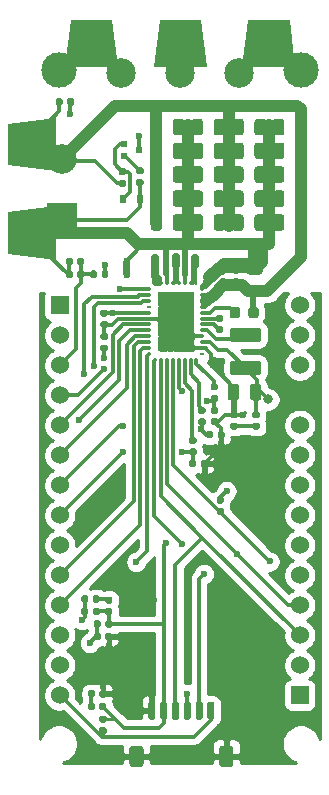
<source format=gtl>
G04 #@! TF.GenerationSoftware,KiCad,Pcbnew,(5.1.6-0-10_14)*
G04 #@! TF.CreationDate,2021-04-01T01:52:38+02:00*
G04 #@! TF.ProjectId,ESCv1.1,45534376-312e-4312-9e6b-696361645f70,rev?*
G04 #@! TF.SameCoordinates,Original*
G04 #@! TF.FileFunction,Copper,L1,Top*
G04 #@! TF.FilePolarity,Positive*
%FSLAX46Y46*%
G04 Gerber Fmt 4.6, Leading zero omitted, Abs format (unit mm)*
G04 Created by KiCad (PCBNEW (5.1.6-0-10_14)) date 2021-04-01 01:52:38*
%MOMM*%
%LPD*%
G01*
G04 APERTURE LIST*
G04 #@! TA.AperFunction,EtchedComponent*
%ADD10C,0.100000*%
G04 #@! TD*
G04 #@! TA.AperFunction,SMDPad,CuDef*
%ADD11R,0.600000X0.700000*%
G04 #@! TD*
G04 #@! TA.AperFunction,ViaPad*
%ADD12C,0.600000*%
G04 #@! TD*
G04 #@! TA.AperFunction,ComponentPad*
%ADD13C,2.500000*%
G04 #@! TD*
G04 #@! TA.AperFunction,ComponentPad*
%ADD14R,1.524000X1.524000*%
G04 #@! TD*
G04 #@! TA.AperFunction,ComponentPad*
%ADD15C,1.524000*%
G04 #@! TD*
G04 #@! TA.AperFunction,ComponentPad*
%ADD16C,3.000000*%
G04 #@! TD*
G04 #@! TA.AperFunction,SMDPad,CuDef*
%ADD17O,0.500000X0.200000*%
G04 #@! TD*
G04 #@! TA.AperFunction,SMDPad,CuDef*
%ADD18O,0.200000X0.500000*%
G04 #@! TD*
G04 #@! TA.AperFunction,SMDPad,CuDef*
%ADD19R,1.000000X1.250000*%
G04 #@! TD*
G04 #@! TA.AperFunction,ComponentPad*
%ADD20C,0.600000*%
G04 #@! TD*
G04 #@! TA.AperFunction,ComponentPad*
%ADD21R,2.500000X2.500000*%
G04 #@! TD*
G04 #@! TA.AperFunction,ComponentPad*
%ADD22C,0.100000*%
G04 #@! TD*
G04 #@! TA.AperFunction,ComponentPad*
%ADD23C,0.700000*%
G04 #@! TD*
G04 #@! TA.AperFunction,SMDPad,CuDef*
%ADD24R,0.600000X0.500000*%
G04 #@! TD*
G04 #@! TA.AperFunction,ViaPad*
%ADD25C,0.800000*%
G04 #@! TD*
G04 #@! TA.AperFunction,Conductor*
%ADD26C,0.300000*%
G04 #@! TD*
G04 #@! TA.AperFunction,Conductor*
%ADD27C,0.700000*%
G04 #@! TD*
G04 #@! TA.AperFunction,Conductor*
%ADD28C,0.500000*%
G04 #@! TD*
G04 #@! TA.AperFunction,Conductor*
%ADD29C,0.400000*%
G04 #@! TD*
G04 #@! TA.AperFunction,Conductor*
%ADD30C,1.000000*%
G04 #@! TD*
G04 #@! TA.AperFunction,Conductor*
%ADD31C,0.250000*%
G04 #@! TD*
G04 #@! TA.AperFunction,Conductor*
%ADD32C,0.254000*%
G04 #@! TD*
G04 APERTURE END LIST*
D10*
G04 #@! TO.C,NT1*
G36*
X45815400Y-44952700D02*
G01*
X45815400Y-43752700D01*
X46415400Y-43752700D01*
X46415400Y-44952700D01*
X45815400Y-44952700D01*
G37*
G04 #@! TD*
G04 #@! TO.P,R3,2*
G04 #@! TO.N,nCS1*
G04 #@! TA.AperFunction,SMDPad,CuDef*
G36*
G01*
X43932900Y-83262700D02*
X44277900Y-83262700D01*
G75*
G02*
X44425400Y-83410200I0J-147500D01*
G01*
X44425400Y-83705200D01*
G75*
G02*
X44277900Y-83852700I-147500J0D01*
G01*
X43932900Y-83852700D01*
G75*
G02*
X43785400Y-83705200I0J147500D01*
G01*
X43785400Y-83410200D01*
G75*
G02*
X43932900Y-83262700I147500J0D01*
G01*
G37*
G04 #@! TD.AperFunction*
G04 #@! TO.P,R3,1*
G04 #@! TO.N,VDD*
G04 #@! TA.AperFunction,SMDPad,CuDef*
G36*
G01*
X43932900Y-82292700D02*
X44277900Y-82292700D01*
G75*
G02*
X44425400Y-82440200I0J-147500D01*
G01*
X44425400Y-82735200D01*
G75*
G02*
X44277900Y-82882700I-147500J0D01*
G01*
X43932900Y-82882700D01*
G75*
G02*
X43785400Y-82735200I0J147500D01*
G01*
X43785400Y-82440200D01*
G75*
G02*
X43932900Y-82292700I147500J0D01*
G01*
G37*
G04 #@! TD.AperFunction*
G04 #@! TD*
G04 #@! TO.P,C34,2*
G04 #@! TO.N,GNDPWR*
G04 #@! TA.AperFunction,SMDPad,CuDef*
G36*
G01*
X56945400Y-32908950D02*
X56945400Y-31996450D01*
G75*
G02*
X57189150Y-31752700I243750J0D01*
G01*
X57676650Y-31752700D01*
G75*
G02*
X57920400Y-31996450I0J-243750D01*
G01*
X57920400Y-32908950D01*
G75*
G02*
X57676650Y-33152700I-243750J0D01*
G01*
X57189150Y-33152700D01*
G75*
G02*
X56945400Y-32908950I0J243750D01*
G01*
G37*
G04 #@! TD.AperFunction*
G04 #@! TO.P,C34,1*
G04 #@! TO.N,VS*
G04 #@! TA.AperFunction,SMDPad,CuDef*
G36*
G01*
X55070400Y-32908950D02*
X55070400Y-31996450D01*
G75*
G02*
X55314150Y-31752700I243750J0D01*
G01*
X55801650Y-31752700D01*
G75*
G02*
X56045400Y-31996450I0J-243750D01*
G01*
X56045400Y-32908950D01*
G75*
G02*
X55801650Y-33152700I-243750J0D01*
G01*
X55314150Y-33152700D01*
G75*
G02*
X55070400Y-32908950I0J243750D01*
G01*
G37*
G04 #@! TD.AperFunction*
G04 #@! TD*
G04 #@! TO.P,C33,2*
G04 #@! TO.N,GNDPWR*
G04 #@! TA.AperFunction,SMDPad,CuDef*
G36*
G01*
X56935400Y-36928950D02*
X56935400Y-36016450D01*
G75*
G02*
X57179150Y-35772700I243750J0D01*
G01*
X57666650Y-35772700D01*
G75*
G02*
X57910400Y-36016450I0J-243750D01*
G01*
X57910400Y-36928950D01*
G75*
G02*
X57666650Y-37172700I-243750J0D01*
G01*
X57179150Y-37172700D01*
G75*
G02*
X56935400Y-36928950I0J243750D01*
G01*
G37*
G04 #@! TD.AperFunction*
G04 #@! TO.P,C33,1*
G04 #@! TO.N,VS*
G04 #@! TA.AperFunction,SMDPad,CuDef*
G36*
G01*
X55060400Y-36928950D02*
X55060400Y-36016450D01*
G75*
G02*
X55304150Y-35772700I243750J0D01*
G01*
X55791650Y-35772700D01*
G75*
G02*
X56035400Y-36016450I0J-243750D01*
G01*
X56035400Y-36928950D01*
G75*
G02*
X55791650Y-37172700I-243750J0D01*
G01*
X55304150Y-37172700D01*
G75*
G02*
X55060400Y-36928950I0J243750D01*
G01*
G37*
G04 #@! TD.AperFunction*
G04 #@! TD*
G04 #@! TO.P,C32,2*
G04 #@! TO.N,GNDPWR*
G04 #@! TA.AperFunction,SMDPad,CuDef*
G36*
G01*
X56942900Y-34928950D02*
X56942900Y-34016450D01*
G75*
G02*
X57186650Y-33772700I243750J0D01*
G01*
X57674150Y-33772700D01*
G75*
G02*
X57917900Y-34016450I0J-243750D01*
G01*
X57917900Y-34928950D01*
G75*
G02*
X57674150Y-35172700I-243750J0D01*
G01*
X57186650Y-35172700D01*
G75*
G02*
X56942900Y-34928950I0J243750D01*
G01*
G37*
G04 #@! TD.AperFunction*
G04 #@! TO.P,C32,1*
G04 #@! TO.N,VS*
G04 #@! TA.AperFunction,SMDPad,CuDef*
G36*
G01*
X55067900Y-34928950D02*
X55067900Y-34016450D01*
G75*
G02*
X55311650Y-33772700I243750J0D01*
G01*
X55799150Y-33772700D01*
G75*
G02*
X56042900Y-34016450I0J-243750D01*
G01*
X56042900Y-34928950D01*
G75*
G02*
X55799150Y-35172700I-243750J0D01*
G01*
X55311650Y-35172700D01*
G75*
G02*
X55067900Y-34928950I0J243750D01*
G01*
G37*
G04 #@! TD.AperFunction*
G04 #@! TD*
G04 #@! TO.P,C31,2*
G04 #@! TO.N,GNDPWR*
G04 #@! TA.AperFunction,SMDPad,CuDef*
G36*
G01*
X56935400Y-38968950D02*
X56935400Y-38056450D01*
G75*
G02*
X57179150Y-37812700I243750J0D01*
G01*
X57666650Y-37812700D01*
G75*
G02*
X57910400Y-38056450I0J-243750D01*
G01*
X57910400Y-38968950D01*
G75*
G02*
X57666650Y-39212700I-243750J0D01*
G01*
X57179150Y-39212700D01*
G75*
G02*
X56935400Y-38968950I0J243750D01*
G01*
G37*
G04 #@! TD.AperFunction*
G04 #@! TO.P,C31,1*
G04 #@! TO.N,VS*
G04 #@! TA.AperFunction,SMDPad,CuDef*
G36*
G01*
X55060400Y-38968950D02*
X55060400Y-38056450D01*
G75*
G02*
X55304150Y-37812700I243750J0D01*
G01*
X55791650Y-37812700D01*
G75*
G02*
X56035400Y-38056450I0J-243750D01*
G01*
X56035400Y-38968950D01*
G75*
G02*
X55791650Y-39212700I-243750J0D01*
G01*
X55304150Y-39212700D01*
G75*
G02*
X55060400Y-38968950I0J243750D01*
G01*
G37*
G04 #@! TD.AperFunction*
G04 #@! TD*
G04 #@! TO.P,C30,2*
G04 #@! TO.N,GNDPWR*
G04 #@! TA.AperFunction,SMDPad,CuDef*
G36*
G01*
X52577900Y-40076450D02*
X52577900Y-40988950D01*
G75*
G02*
X52334150Y-41232700I-243750J0D01*
G01*
X51846650Y-41232700D01*
G75*
G02*
X51602900Y-40988950I0J243750D01*
G01*
X51602900Y-40076450D01*
G75*
G02*
X51846650Y-39832700I243750J0D01*
G01*
X52334150Y-39832700D01*
G75*
G02*
X52577900Y-40076450I0J-243750D01*
G01*
G37*
G04 #@! TD.AperFunction*
G04 #@! TO.P,C30,1*
G04 #@! TO.N,VS*
G04 #@! TA.AperFunction,SMDPad,CuDef*
G36*
G01*
X54452900Y-40076450D02*
X54452900Y-40988950D01*
G75*
G02*
X54209150Y-41232700I-243750J0D01*
G01*
X53721650Y-41232700D01*
G75*
G02*
X53477900Y-40988950I0J243750D01*
G01*
X53477900Y-40076450D01*
G75*
G02*
X53721650Y-39832700I243750J0D01*
G01*
X54209150Y-39832700D01*
G75*
G02*
X54452900Y-40076450I0J-243750D01*
G01*
G37*
G04 #@! TD.AperFunction*
G04 #@! TD*
G04 #@! TO.P,C29,2*
G04 #@! TO.N,GNDPWR*
G04 #@! TA.AperFunction,SMDPad,CuDef*
G36*
G01*
X50025400Y-36938950D02*
X50025400Y-36026450D01*
G75*
G02*
X50269150Y-35782700I243750J0D01*
G01*
X50756650Y-35782700D01*
G75*
G02*
X51000400Y-36026450I0J-243750D01*
G01*
X51000400Y-36938950D01*
G75*
G02*
X50756650Y-37182700I-243750J0D01*
G01*
X50269150Y-37182700D01*
G75*
G02*
X50025400Y-36938950I0J243750D01*
G01*
G37*
G04 #@! TD.AperFunction*
G04 #@! TO.P,C29,1*
G04 #@! TO.N,VS*
G04 #@! TA.AperFunction,SMDPad,CuDef*
G36*
G01*
X48150400Y-36938950D02*
X48150400Y-36026450D01*
G75*
G02*
X48394150Y-35782700I243750J0D01*
G01*
X48881650Y-35782700D01*
G75*
G02*
X49125400Y-36026450I0J-243750D01*
G01*
X49125400Y-36938950D01*
G75*
G02*
X48881650Y-37182700I-243750J0D01*
G01*
X48394150Y-37182700D01*
G75*
G02*
X48150400Y-36938950I0J243750D01*
G01*
G37*
G04 #@! TD.AperFunction*
G04 #@! TD*
G04 #@! TO.P,C28,2*
G04 #@! TO.N,GNDPWR*
G04 #@! TA.AperFunction,SMDPad,CuDef*
G36*
G01*
X56932900Y-40988950D02*
X56932900Y-40076450D01*
G75*
G02*
X57176650Y-39832700I243750J0D01*
G01*
X57664150Y-39832700D01*
G75*
G02*
X57907900Y-40076450I0J-243750D01*
G01*
X57907900Y-40988950D01*
G75*
G02*
X57664150Y-41232700I-243750J0D01*
G01*
X57176650Y-41232700D01*
G75*
G02*
X56932900Y-40988950I0J243750D01*
G01*
G37*
G04 #@! TD.AperFunction*
G04 #@! TO.P,C28,1*
G04 #@! TO.N,VS*
G04 #@! TA.AperFunction,SMDPad,CuDef*
G36*
G01*
X55057900Y-40988950D02*
X55057900Y-40076450D01*
G75*
G02*
X55301650Y-39832700I243750J0D01*
G01*
X55789150Y-39832700D01*
G75*
G02*
X56032900Y-40076450I0J-243750D01*
G01*
X56032900Y-40988950D01*
G75*
G02*
X55789150Y-41232700I-243750J0D01*
G01*
X55301650Y-41232700D01*
G75*
G02*
X55057900Y-40988950I0J243750D01*
G01*
G37*
G04 #@! TD.AperFunction*
G04 #@! TD*
G04 #@! TO.P,C27,2*
G04 #@! TO.N,GNDPWR*
G04 #@! TA.AperFunction,SMDPad,CuDef*
G36*
G01*
X52585400Y-38056450D02*
X52585400Y-38968950D01*
G75*
G02*
X52341650Y-39212700I-243750J0D01*
G01*
X51854150Y-39212700D01*
G75*
G02*
X51610400Y-38968950I0J243750D01*
G01*
X51610400Y-38056450D01*
G75*
G02*
X51854150Y-37812700I243750J0D01*
G01*
X52341650Y-37812700D01*
G75*
G02*
X52585400Y-38056450I0J-243750D01*
G01*
G37*
G04 #@! TD.AperFunction*
G04 #@! TO.P,C27,1*
G04 #@! TO.N,VS*
G04 #@! TA.AperFunction,SMDPad,CuDef*
G36*
G01*
X54460400Y-38056450D02*
X54460400Y-38968950D01*
G75*
G02*
X54216650Y-39212700I-243750J0D01*
G01*
X53729150Y-39212700D01*
G75*
G02*
X53485400Y-38968950I0J243750D01*
G01*
X53485400Y-38056450D01*
G75*
G02*
X53729150Y-37812700I243750J0D01*
G01*
X54216650Y-37812700D01*
G75*
G02*
X54460400Y-38056450I0J-243750D01*
G01*
G37*
G04 #@! TD.AperFunction*
G04 #@! TD*
G04 #@! TO.P,C26,2*
G04 #@! TO.N,GNDPWR*
G04 #@! TA.AperFunction,SMDPad,CuDef*
G36*
G01*
X50025400Y-40988950D02*
X50025400Y-40076450D01*
G75*
G02*
X50269150Y-39832700I243750J0D01*
G01*
X50756650Y-39832700D01*
G75*
G02*
X51000400Y-40076450I0J-243750D01*
G01*
X51000400Y-40988950D01*
G75*
G02*
X50756650Y-41232700I-243750J0D01*
G01*
X50269150Y-41232700D01*
G75*
G02*
X50025400Y-40988950I0J243750D01*
G01*
G37*
G04 #@! TD.AperFunction*
G04 #@! TO.P,C26,1*
G04 #@! TO.N,VS*
G04 #@! TA.AperFunction,SMDPad,CuDef*
G36*
G01*
X48150400Y-40988950D02*
X48150400Y-40076450D01*
G75*
G02*
X48394150Y-39832700I243750J0D01*
G01*
X48881650Y-39832700D01*
G75*
G02*
X49125400Y-40076450I0J-243750D01*
G01*
X49125400Y-40988950D01*
G75*
G02*
X48881650Y-41232700I-243750J0D01*
G01*
X48394150Y-41232700D01*
G75*
G02*
X48150400Y-40988950I0J243750D01*
G01*
G37*
G04 #@! TD.AperFunction*
G04 #@! TD*
G04 #@! TO.P,C25,2*
G04 #@! TO.N,GNDPWR*
G04 #@! TA.AperFunction,SMDPad,CuDef*
G36*
G01*
X50025400Y-32908950D02*
X50025400Y-31996450D01*
G75*
G02*
X50269150Y-31752700I243750J0D01*
G01*
X50756650Y-31752700D01*
G75*
G02*
X51000400Y-31996450I0J-243750D01*
G01*
X51000400Y-32908950D01*
G75*
G02*
X50756650Y-33152700I-243750J0D01*
G01*
X50269150Y-33152700D01*
G75*
G02*
X50025400Y-32908950I0J243750D01*
G01*
G37*
G04 #@! TD.AperFunction*
G04 #@! TO.P,C25,1*
G04 #@! TO.N,VS*
G04 #@! TA.AperFunction,SMDPad,CuDef*
G36*
G01*
X48150400Y-32908950D02*
X48150400Y-31996450D01*
G75*
G02*
X48394150Y-31752700I243750J0D01*
G01*
X48881650Y-31752700D01*
G75*
G02*
X49125400Y-31996450I0J-243750D01*
G01*
X49125400Y-32908950D01*
G75*
G02*
X48881650Y-33152700I-243750J0D01*
G01*
X48394150Y-33152700D01*
G75*
G02*
X48150400Y-32908950I0J243750D01*
G01*
G37*
G04 #@! TD.AperFunction*
G04 #@! TD*
G04 #@! TO.P,C24,2*
G04 #@! TO.N,GNDPWR*
G04 #@! TA.AperFunction,SMDPad,CuDef*
G36*
G01*
X52585400Y-36016450D02*
X52585400Y-36928950D01*
G75*
G02*
X52341650Y-37172700I-243750J0D01*
G01*
X51854150Y-37172700D01*
G75*
G02*
X51610400Y-36928950I0J243750D01*
G01*
X51610400Y-36016450D01*
G75*
G02*
X51854150Y-35772700I243750J0D01*
G01*
X52341650Y-35772700D01*
G75*
G02*
X52585400Y-36016450I0J-243750D01*
G01*
G37*
G04 #@! TD.AperFunction*
G04 #@! TO.P,C24,1*
G04 #@! TO.N,VS*
G04 #@! TA.AperFunction,SMDPad,CuDef*
G36*
G01*
X54460400Y-36016450D02*
X54460400Y-36928950D01*
G75*
G02*
X54216650Y-37172700I-243750J0D01*
G01*
X53729150Y-37172700D01*
G75*
G02*
X53485400Y-36928950I0J243750D01*
G01*
X53485400Y-36016450D01*
G75*
G02*
X53729150Y-35772700I243750J0D01*
G01*
X54216650Y-35772700D01*
G75*
G02*
X54460400Y-36016450I0J-243750D01*
G01*
G37*
G04 #@! TD.AperFunction*
G04 #@! TD*
G04 #@! TO.P,C23,2*
G04 #@! TO.N,GNDPWR*
G04 #@! TA.AperFunction,SMDPad,CuDef*
G36*
G01*
X52587900Y-34016450D02*
X52587900Y-34928950D01*
G75*
G02*
X52344150Y-35172700I-243750J0D01*
G01*
X51856650Y-35172700D01*
G75*
G02*
X51612900Y-34928950I0J243750D01*
G01*
X51612900Y-34016450D01*
G75*
G02*
X51856650Y-33772700I243750J0D01*
G01*
X52344150Y-33772700D01*
G75*
G02*
X52587900Y-34016450I0J-243750D01*
G01*
G37*
G04 #@! TD.AperFunction*
G04 #@! TO.P,C23,1*
G04 #@! TO.N,VS*
G04 #@! TA.AperFunction,SMDPad,CuDef*
G36*
G01*
X54462900Y-34016450D02*
X54462900Y-34928950D01*
G75*
G02*
X54219150Y-35172700I-243750J0D01*
G01*
X53731650Y-35172700D01*
G75*
G02*
X53487900Y-34928950I0J243750D01*
G01*
X53487900Y-34016450D01*
G75*
G02*
X53731650Y-33772700I243750J0D01*
G01*
X54219150Y-33772700D01*
G75*
G02*
X54462900Y-34016450I0J-243750D01*
G01*
G37*
G04 #@! TD.AperFunction*
G04 #@! TD*
G04 #@! TO.P,C22,2*
G04 #@! TO.N,GNDPWR*
G04 #@! TA.AperFunction,SMDPad,CuDef*
G36*
G01*
X50025400Y-34948950D02*
X50025400Y-34036450D01*
G75*
G02*
X50269150Y-33792700I243750J0D01*
G01*
X50756650Y-33792700D01*
G75*
G02*
X51000400Y-34036450I0J-243750D01*
G01*
X51000400Y-34948950D01*
G75*
G02*
X50756650Y-35192700I-243750J0D01*
G01*
X50269150Y-35192700D01*
G75*
G02*
X50025400Y-34948950I0J243750D01*
G01*
G37*
G04 #@! TD.AperFunction*
G04 #@! TO.P,C22,1*
G04 #@! TO.N,VS*
G04 #@! TA.AperFunction,SMDPad,CuDef*
G36*
G01*
X48150400Y-34948950D02*
X48150400Y-34036450D01*
G75*
G02*
X48394150Y-33792700I243750J0D01*
G01*
X48881650Y-33792700D01*
G75*
G02*
X49125400Y-34036450I0J-243750D01*
G01*
X49125400Y-34948950D01*
G75*
G02*
X48881650Y-35192700I-243750J0D01*
G01*
X48394150Y-35192700D01*
G75*
G02*
X48150400Y-34948950I0J243750D01*
G01*
G37*
G04 #@! TD.AperFunction*
G04 #@! TD*
G04 #@! TO.P,C21,2*
G04 #@! TO.N,GNDPWR*
G04 #@! TA.AperFunction,SMDPad,CuDef*
G36*
G01*
X59485400Y-36016450D02*
X59485400Y-36928950D01*
G75*
G02*
X59241650Y-37172700I-243750J0D01*
G01*
X58754150Y-37172700D01*
G75*
G02*
X58510400Y-36928950I0J243750D01*
G01*
X58510400Y-36016450D01*
G75*
G02*
X58754150Y-35772700I243750J0D01*
G01*
X59241650Y-35772700D01*
G75*
G02*
X59485400Y-36016450I0J-243750D01*
G01*
G37*
G04 #@! TD.AperFunction*
G04 #@! TO.P,C21,1*
G04 #@! TO.N,VS*
G04 #@! TA.AperFunction,SMDPad,CuDef*
G36*
G01*
X61360400Y-36016450D02*
X61360400Y-36928950D01*
G75*
G02*
X61116650Y-37172700I-243750J0D01*
G01*
X60629150Y-37172700D01*
G75*
G02*
X60385400Y-36928950I0J243750D01*
G01*
X60385400Y-36016450D01*
G75*
G02*
X60629150Y-35772700I243750J0D01*
G01*
X61116650Y-35772700D01*
G75*
G02*
X61360400Y-36016450I0J-243750D01*
G01*
G37*
G04 #@! TD.AperFunction*
G04 #@! TD*
G04 #@! TO.P,C20,2*
G04 #@! TO.N,GNDPWR*
G04 #@! TA.AperFunction,SMDPad,CuDef*
G36*
G01*
X52585400Y-31996450D02*
X52585400Y-32908950D01*
G75*
G02*
X52341650Y-33152700I-243750J0D01*
G01*
X51854150Y-33152700D01*
G75*
G02*
X51610400Y-32908950I0J243750D01*
G01*
X51610400Y-31996450D01*
G75*
G02*
X51854150Y-31752700I243750J0D01*
G01*
X52341650Y-31752700D01*
G75*
G02*
X52585400Y-31996450I0J-243750D01*
G01*
G37*
G04 #@! TD.AperFunction*
G04 #@! TO.P,C20,1*
G04 #@! TO.N,VS*
G04 #@! TA.AperFunction,SMDPad,CuDef*
G36*
G01*
X54460400Y-31996450D02*
X54460400Y-32908950D01*
G75*
G02*
X54216650Y-33152700I-243750J0D01*
G01*
X53729150Y-33152700D01*
G75*
G02*
X53485400Y-32908950I0J243750D01*
G01*
X53485400Y-31996450D01*
G75*
G02*
X53729150Y-31752700I243750J0D01*
G01*
X54216650Y-31752700D01*
G75*
G02*
X54460400Y-31996450I0J-243750D01*
G01*
G37*
G04 #@! TD.AperFunction*
G04 #@! TD*
G04 #@! TO.P,C19,2*
G04 #@! TO.N,GNDPWR*
G04 #@! TA.AperFunction,SMDPad,CuDef*
G36*
G01*
X50025400Y-38968950D02*
X50025400Y-38056450D01*
G75*
G02*
X50269150Y-37812700I243750J0D01*
G01*
X50756650Y-37812700D01*
G75*
G02*
X51000400Y-38056450I0J-243750D01*
G01*
X51000400Y-38968950D01*
G75*
G02*
X50756650Y-39212700I-243750J0D01*
G01*
X50269150Y-39212700D01*
G75*
G02*
X50025400Y-38968950I0J243750D01*
G01*
G37*
G04 #@! TD.AperFunction*
G04 #@! TO.P,C19,1*
G04 #@! TO.N,VS*
G04 #@! TA.AperFunction,SMDPad,CuDef*
G36*
G01*
X48150400Y-38968950D02*
X48150400Y-38056450D01*
G75*
G02*
X48394150Y-37812700I243750J0D01*
G01*
X48881650Y-37812700D01*
G75*
G02*
X49125400Y-38056450I0J-243750D01*
G01*
X49125400Y-38968950D01*
G75*
G02*
X48881650Y-39212700I-243750J0D01*
G01*
X48394150Y-39212700D01*
G75*
G02*
X48150400Y-38968950I0J243750D01*
G01*
G37*
G04 #@! TD.AperFunction*
G04 #@! TD*
G04 #@! TO.P,C18,2*
G04 #@! TO.N,GNDPWR*
G04 #@! TA.AperFunction,SMDPad,CuDef*
G36*
G01*
X59485400Y-34016450D02*
X59485400Y-34928950D01*
G75*
G02*
X59241650Y-35172700I-243750J0D01*
G01*
X58754150Y-35172700D01*
G75*
G02*
X58510400Y-34928950I0J243750D01*
G01*
X58510400Y-34016450D01*
G75*
G02*
X58754150Y-33772700I243750J0D01*
G01*
X59241650Y-33772700D01*
G75*
G02*
X59485400Y-34016450I0J-243750D01*
G01*
G37*
G04 #@! TD.AperFunction*
G04 #@! TO.P,C18,1*
G04 #@! TO.N,VS*
G04 #@! TA.AperFunction,SMDPad,CuDef*
G36*
G01*
X61360400Y-34016450D02*
X61360400Y-34928950D01*
G75*
G02*
X61116650Y-35172700I-243750J0D01*
G01*
X60629150Y-35172700D01*
G75*
G02*
X60385400Y-34928950I0J243750D01*
G01*
X60385400Y-34016450D01*
G75*
G02*
X60629150Y-33772700I243750J0D01*
G01*
X61116650Y-33772700D01*
G75*
G02*
X61360400Y-34016450I0J-243750D01*
G01*
G37*
G04 #@! TD.AperFunction*
G04 #@! TD*
G04 #@! TO.P,C17,2*
G04 #@! TO.N,GNDPWR*
G04 #@! TA.AperFunction,SMDPad,CuDef*
G36*
G01*
X59485400Y-40076450D02*
X59485400Y-40988950D01*
G75*
G02*
X59241650Y-41232700I-243750J0D01*
G01*
X58754150Y-41232700D01*
G75*
G02*
X58510400Y-40988950I0J243750D01*
G01*
X58510400Y-40076450D01*
G75*
G02*
X58754150Y-39832700I243750J0D01*
G01*
X59241650Y-39832700D01*
G75*
G02*
X59485400Y-40076450I0J-243750D01*
G01*
G37*
G04 #@! TD.AperFunction*
G04 #@! TO.P,C17,1*
G04 #@! TO.N,VS*
G04 #@! TA.AperFunction,SMDPad,CuDef*
G36*
G01*
X61360400Y-40076450D02*
X61360400Y-40988950D01*
G75*
G02*
X61116650Y-41232700I-243750J0D01*
G01*
X60629150Y-41232700D01*
G75*
G02*
X60385400Y-40988950I0J243750D01*
G01*
X60385400Y-40076450D01*
G75*
G02*
X60629150Y-39832700I243750J0D01*
G01*
X61116650Y-39832700D01*
G75*
G02*
X61360400Y-40076450I0J-243750D01*
G01*
G37*
G04 #@! TD.AperFunction*
G04 #@! TD*
G04 #@! TO.P,C16,2*
G04 #@! TO.N,GNDPWR*
G04 #@! TA.AperFunction,SMDPad,CuDef*
G36*
G01*
X59477900Y-31996450D02*
X59477900Y-32908950D01*
G75*
G02*
X59234150Y-33152700I-243750J0D01*
G01*
X58746650Y-33152700D01*
G75*
G02*
X58502900Y-32908950I0J243750D01*
G01*
X58502900Y-31996450D01*
G75*
G02*
X58746650Y-31752700I243750J0D01*
G01*
X59234150Y-31752700D01*
G75*
G02*
X59477900Y-31996450I0J-243750D01*
G01*
G37*
G04 #@! TD.AperFunction*
G04 #@! TO.P,C16,1*
G04 #@! TO.N,VS*
G04 #@! TA.AperFunction,SMDPad,CuDef*
G36*
G01*
X61352900Y-31996450D02*
X61352900Y-32908950D01*
G75*
G02*
X61109150Y-33152700I-243750J0D01*
G01*
X60621650Y-33152700D01*
G75*
G02*
X60377900Y-32908950I0J243750D01*
G01*
X60377900Y-31996450D01*
G75*
G02*
X60621650Y-31752700I243750J0D01*
G01*
X61109150Y-31752700D01*
G75*
G02*
X61352900Y-31996450I0J-243750D01*
G01*
G37*
G04 #@! TD.AperFunction*
G04 #@! TD*
G04 #@! TO.P,C15,2*
G04 #@! TO.N,GNDPWR*
G04 #@! TA.AperFunction,SMDPad,CuDef*
G36*
G01*
X59485400Y-38056450D02*
X59485400Y-38968950D01*
G75*
G02*
X59241650Y-39212700I-243750J0D01*
G01*
X58754150Y-39212700D01*
G75*
G02*
X58510400Y-38968950I0J243750D01*
G01*
X58510400Y-38056450D01*
G75*
G02*
X58754150Y-37812700I243750J0D01*
G01*
X59241650Y-37812700D01*
G75*
G02*
X59485400Y-38056450I0J-243750D01*
G01*
G37*
G04 #@! TD.AperFunction*
G04 #@! TO.P,C15,1*
G04 #@! TO.N,VS*
G04 #@! TA.AperFunction,SMDPad,CuDef*
G36*
G01*
X61360400Y-38056450D02*
X61360400Y-38968950D01*
G75*
G02*
X61116650Y-39212700I-243750J0D01*
G01*
X60629150Y-39212700D01*
G75*
G02*
X60385400Y-38968950I0J243750D01*
G01*
X60385400Y-38056450D01*
G75*
G02*
X60629150Y-37812700I243750J0D01*
G01*
X61116650Y-37812700D01*
G75*
G02*
X61360400Y-38056450I0J-243750D01*
G01*
G37*
G04 #@! TD.AperFunction*
G04 #@! TD*
D11*
G04 #@! TO.P,D4,2*
G04 #@! TO.N,GNDPWR*
X47235400Y-38562700D03*
G04 #@! TO.P,D4,1*
G04 #@! TO.N,Net-(D4-Pad1)*
X45835400Y-38562700D03*
G04 #@! TD*
D12*
G04 #@! TO.N,GNDPWR*
G04 #@! TO.C,NT1*
X46115400Y-43752700D03*
G04 #@! TO.N,GND*
X46115400Y-44952700D03*
G04 #@! TD*
D13*
G04 #@! TO.P,J4_2,1*
G04 #@! TO.N,PHASE_W*
X45665380Y-27889200D03*
G04 #@! TO.P,J4_2,2*
G04 #@! TO.N,PHASE_V*
X50665380Y-27889200D03*
G04 #@! TO.P,J4_2,3*
G04 #@! TO.N,PHASE_U*
X55665380Y-27889200D03*
G04 #@! TD*
D14*
G04 #@! TO.P,U2,28*
G04 #@! TO.N,IN_WL*
X60782200Y-80549400D03*
D15*
G04 #@! TO.P,U2,27*
G04 #@! TO.N,nCS*
X60782200Y-78009400D03*
G04 #@! TO.P,U2,26*
G04 #@! TO.N,MOSI*
X60782200Y-75469400D03*
G04 #@! TO.P,U2,25*
G04 #@! TO.N,CLK*
X60782200Y-72929400D03*
G04 #@! TO.P,U2,24*
G04 #@! TO.N,MISO*
X60782200Y-70389400D03*
G04 #@! TO.P,U2,23*
G04 #@! TO.N,Net-(U2-Pad23)*
X60782200Y-67849400D03*
G04 #@! TO.P,U2,22*
G04 #@! TO.N,Net-(U2-Pad22)*
X60782200Y-65309400D03*
G04 #@! TO.P,U2,21*
G04 #@! TO.N,Net-(U2-Pad21)*
X60782200Y-62769400D03*
G04 #@! TO.P,U2,20*
G04 #@! TO.N,Net-(U2-Pad20)*
X60782200Y-60229400D03*
G04 #@! TO.P,U2,19*
G04 #@! TO.N,Net-(U2-Pad19)*
X60782200Y-57689400D03*
G04 #@! TO.P,U2,18*
G04 #@! TO.N,GND*
X60782200Y-55149400D03*
G04 #@! TO.P,U2,17*
G04 #@! TO.N,VDD*
X60782200Y-52609400D03*
G04 #@! TO.P,U2,16*
G04 #@! TO.N,VIN*
X60782200Y-50069400D03*
G04 #@! TO.P,U2,15*
G04 #@! TO.N,Net-(U2-Pad15)*
X60782200Y-47529400D03*
G04 #@! TO.P,U2,14*
G04 #@! TO.N,nCS1*
X40462200Y-80549400D03*
G04 #@! TO.P,U2,13*
G04 #@! TO.N,nSLEEP*
X40462200Y-78009400D03*
G04 #@! TO.P,U2,12*
G04 #@! TO.N,nFAULT*
X40462200Y-75469400D03*
G04 #@! TO.P,U2,11*
G04 #@! TO.N,IN_WH*
X40462200Y-72929400D03*
G04 #@! TO.P,U2,10*
G04 #@! TO.N,IN_VL*
X40462200Y-70389400D03*
G04 #@! TO.P,U2,9*
G04 #@! TO.N,IN_UL*
X40462200Y-67849400D03*
G04 #@! TO.P,U2,8*
G04 #@! TO.N,AOUT_W*
X40462200Y-65309400D03*
G04 #@! TO.P,U2,7*
G04 #@! TO.N,AOUT_V*
X40462200Y-62769400D03*
G04 #@! TO.P,U2,6*
G04 #@! TO.N,IN_VH*
X40462200Y-60229400D03*
G04 #@! TO.P,U2,5*
G04 #@! TO.N,IN_UH*
X40462200Y-57689400D03*
G04 #@! TO.P,U2,4*
G04 #@! TO.N,AOUT_U*
X40462200Y-55149400D03*
G04 #@! TO.P,U2,3*
G04 #@! TO.N,VBAT*
X40462200Y-52609400D03*
G04 #@! TO.P,U2,2*
G04 #@! TO.N,VREF*
X40462200Y-50069400D03*
D16*
G04 #@! TO.P,U2,*
G04 #@! TO.N,*
X60872200Y-27659400D03*
X40372200Y-27659400D03*
D14*
G04 #@! TO.P,U2,1*
G04 #@! TO.N,DRVOFF*
X40462200Y-47529400D03*
G04 #@! TD*
G04 #@! TO.P,J1,MP*
G04 #@! TO.N,GND*
G04 #@! TA.AperFunction,SMDPad,CuDef*
G36*
G01*
X53955400Y-86387701D02*
X53955400Y-85087699D01*
G75*
G02*
X54205399Y-84837700I249999J0D01*
G01*
X54905401Y-84837700D01*
G75*
G02*
X55155400Y-85087699I0J-249999D01*
G01*
X55155400Y-86387701D01*
G75*
G02*
X54905401Y-86637700I-249999J0D01*
G01*
X54205399Y-86637700D01*
G75*
G02*
X53955400Y-86387701I0J249999D01*
G01*
G37*
G04 #@! TD.AperFunction*
G04 #@! TA.AperFunction,SMDPad,CuDef*
G36*
G01*
X46355400Y-86387701D02*
X46355400Y-85087699D01*
G75*
G02*
X46605399Y-84837700I249999J0D01*
G01*
X47305401Y-84837700D01*
G75*
G02*
X47555400Y-85087699I0J-249999D01*
G01*
X47555400Y-86387701D01*
G75*
G02*
X47305401Y-86637700I-249999J0D01*
G01*
X46605399Y-86637700D01*
G75*
G02*
X46355400Y-86387701I0J249999D01*
G01*
G37*
G04 #@! TD.AperFunction*
G04 #@! TO.P,J1,6*
G04 #@! TO.N,nCS1*
G04 #@! TA.AperFunction,SMDPad,CuDef*
G36*
G01*
X52955400Y-82487700D02*
X52955400Y-81237700D01*
G75*
G02*
X53105400Y-81087700I150000J0D01*
G01*
X53405400Y-81087700D01*
G75*
G02*
X53555400Y-81237700I0J-150000D01*
G01*
X53555400Y-82487700D01*
G75*
G02*
X53405400Y-82637700I-150000J0D01*
G01*
X53105400Y-82637700D01*
G75*
G02*
X52955400Y-82487700I0J150000D01*
G01*
G37*
G04 #@! TD.AperFunction*
G04 #@! TO.P,J1,5*
G04 #@! TO.N,CLK*
G04 #@! TA.AperFunction,SMDPad,CuDef*
G36*
G01*
X51955400Y-82487700D02*
X51955400Y-81237700D01*
G75*
G02*
X52105400Y-81087700I150000J0D01*
G01*
X52405400Y-81087700D01*
G75*
G02*
X52555400Y-81237700I0J-150000D01*
G01*
X52555400Y-82487700D01*
G75*
G02*
X52405400Y-82637700I-150000J0D01*
G01*
X52105400Y-82637700D01*
G75*
G02*
X51955400Y-82487700I0J150000D01*
G01*
G37*
G04 #@! TD.AperFunction*
G04 #@! TO.P,J1,4*
G04 #@! TO.N,MISO*
G04 #@! TA.AperFunction,SMDPad,CuDef*
G36*
G01*
X50955400Y-82487700D02*
X50955400Y-81237700D01*
G75*
G02*
X51105400Y-81087700I150000J0D01*
G01*
X51405400Y-81087700D01*
G75*
G02*
X51555400Y-81237700I0J-150000D01*
G01*
X51555400Y-82487700D01*
G75*
G02*
X51405400Y-82637700I-150000J0D01*
G01*
X51105400Y-82637700D01*
G75*
G02*
X50955400Y-82487700I0J150000D01*
G01*
G37*
G04 #@! TD.AperFunction*
G04 #@! TO.P,J1,3*
G04 #@! TO.N,MOSI*
G04 #@! TA.AperFunction,SMDPad,CuDef*
G36*
G01*
X49955400Y-82487700D02*
X49955400Y-81237700D01*
G75*
G02*
X50105400Y-81087700I150000J0D01*
G01*
X50405400Y-81087700D01*
G75*
G02*
X50555400Y-81237700I0J-150000D01*
G01*
X50555400Y-82487700D01*
G75*
G02*
X50405400Y-82637700I-150000J0D01*
G01*
X50105400Y-82637700D01*
G75*
G02*
X49955400Y-82487700I0J150000D01*
G01*
G37*
G04 #@! TD.AperFunction*
G04 #@! TO.P,J1,2*
G04 #@! TO.N,VDD*
G04 #@! TA.AperFunction,SMDPad,CuDef*
G36*
G01*
X48955400Y-82487700D02*
X48955400Y-81237700D01*
G75*
G02*
X49105400Y-81087700I150000J0D01*
G01*
X49405400Y-81087700D01*
G75*
G02*
X49555400Y-81237700I0J-150000D01*
G01*
X49555400Y-82487700D01*
G75*
G02*
X49405400Y-82637700I-150000J0D01*
G01*
X49105400Y-82637700D01*
G75*
G02*
X48955400Y-82487700I0J150000D01*
G01*
G37*
G04 #@! TD.AperFunction*
G04 #@! TO.P,J1,1*
G04 #@! TO.N,GND*
G04 #@! TA.AperFunction,SMDPad,CuDef*
G36*
G01*
X47955400Y-82487700D02*
X47955400Y-81237700D01*
G75*
G02*
X48105400Y-81087700I150000J0D01*
G01*
X48405400Y-81087700D01*
G75*
G02*
X48555400Y-81237700I0J-150000D01*
G01*
X48555400Y-82487700D01*
G75*
G02*
X48405400Y-82637700I-150000J0D01*
G01*
X48105400Y-82637700D01*
G75*
G02*
X47955400Y-82487700I0J150000D01*
G01*
G37*
G04 #@! TD.AperFunction*
G04 #@! TD*
G04 #@! TO.P,C10,1*
G04 #@! TO.N,VS*
G04 #@! TA.AperFunction,SMDPad,CuDef*
G36*
G01*
X57381650Y-46817700D02*
X56469150Y-46817700D01*
G75*
G02*
X56225400Y-46573950I0J243750D01*
G01*
X56225400Y-46086450D01*
G75*
G02*
X56469150Y-45842700I243750J0D01*
G01*
X57381650Y-45842700D01*
G75*
G02*
X57625400Y-46086450I0J-243750D01*
G01*
X57625400Y-46573950D01*
G75*
G02*
X57381650Y-46817700I-243750J0D01*
G01*
G37*
G04 #@! TD.AperFunction*
G04 #@! TO.P,C10,2*
G04 #@! TO.N,GNDPWR*
G04 #@! TA.AperFunction,SMDPad,CuDef*
G36*
G01*
X57381650Y-44942700D02*
X56469150Y-44942700D01*
G75*
G02*
X56225400Y-44698950I0J243750D01*
G01*
X56225400Y-44211450D01*
G75*
G02*
X56469150Y-43967700I243750J0D01*
G01*
X57381650Y-43967700D01*
G75*
G02*
X57625400Y-44211450I0J-243750D01*
G01*
X57625400Y-44698950D01*
G75*
G02*
X57381650Y-44942700I-243750J0D01*
G01*
G37*
G04 #@! TD.AperFunction*
G04 #@! TD*
G04 #@! TO.P,R13,1*
G04 #@! TO.N,nFAULT*
G04 #@! TA.AperFunction,SMDPad,CuDef*
G36*
G01*
X42281560Y-72572340D02*
X42281560Y-72227340D01*
G75*
G02*
X42429060Y-72079840I147500J0D01*
G01*
X42724060Y-72079840D01*
G75*
G02*
X42871560Y-72227340I0J-147500D01*
G01*
X42871560Y-72572340D01*
G75*
G02*
X42724060Y-72719840I-147500J0D01*
G01*
X42429060Y-72719840D01*
G75*
G02*
X42281560Y-72572340I0J147500D01*
G01*
G37*
G04 #@! TD.AperFunction*
G04 #@! TO.P,R13,2*
G04 #@! TO.N,Net-(D5-Pad1)*
G04 #@! TA.AperFunction,SMDPad,CuDef*
G36*
G01*
X43251560Y-72572340D02*
X43251560Y-72227340D01*
G75*
G02*
X43399060Y-72079840I147500J0D01*
G01*
X43694060Y-72079840D01*
G75*
G02*
X43841560Y-72227340I0J-147500D01*
G01*
X43841560Y-72572340D01*
G75*
G02*
X43694060Y-72719840I-147500J0D01*
G01*
X43399060Y-72719840D01*
G75*
G02*
X43251560Y-72572340I0J147500D01*
G01*
G37*
G04 #@! TD.AperFunction*
G04 #@! TD*
G04 #@! TO.P,R14,1*
G04 #@! TO.N,VDD*
G04 #@! TA.AperFunction,SMDPad,CuDef*
G36*
G01*
X53882900Y-63732700D02*
X54227900Y-63732700D01*
G75*
G02*
X54375400Y-63880200I0J-147500D01*
G01*
X54375400Y-64175200D01*
G75*
G02*
X54227900Y-64322700I-147500J0D01*
G01*
X53882900Y-64322700D01*
G75*
G02*
X53735400Y-64175200I0J147500D01*
G01*
X53735400Y-63880200D01*
G75*
G02*
X53882900Y-63732700I147500J0D01*
G01*
G37*
G04 #@! TD.AperFunction*
G04 #@! TO.P,R14,2*
G04 #@! TO.N,nCS*
G04 #@! TA.AperFunction,SMDPad,CuDef*
G36*
G01*
X53882900Y-64702700D02*
X54227900Y-64702700D01*
G75*
G02*
X54375400Y-64850200I0J-147500D01*
G01*
X54375400Y-65145200D01*
G75*
G02*
X54227900Y-65292700I-147500J0D01*
G01*
X53882900Y-65292700D01*
G75*
G02*
X53735400Y-65145200I0J147500D01*
G01*
X53735400Y-64850200D01*
G75*
G02*
X53882900Y-64702700I147500J0D01*
G01*
G37*
G04 #@! TD.AperFunction*
G04 #@! TD*
G04 #@! TO.P,R16,1*
G04 #@! TO.N,GNDPWR*
G04 #@! TA.AperFunction,SMDPad,CuDef*
G36*
G01*
X40982260Y-44014000D02*
X40982260Y-43669000D01*
G75*
G02*
X41129760Y-43521500I147500J0D01*
G01*
X41424760Y-43521500D01*
G75*
G02*
X41572260Y-43669000I0J-147500D01*
G01*
X41572260Y-44014000D01*
G75*
G02*
X41424760Y-44161500I-147500J0D01*
G01*
X41129760Y-44161500D01*
G75*
G02*
X40982260Y-44014000I0J147500D01*
G01*
G37*
G04 #@! TD.AperFunction*
G04 #@! TO.P,R16,2*
G04 #@! TO.N,VBAT*
G04 #@! TA.AperFunction,SMDPad,CuDef*
G36*
G01*
X41952260Y-44014000D02*
X41952260Y-43669000D01*
G75*
G02*
X42099760Y-43521500I147500J0D01*
G01*
X42394760Y-43521500D01*
G75*
G02*
X42542260Y-43669000I0J-147500D01*
G01*
X42542260Y-44014000D01*
G75*
G02*
X42394760Y-44161500I-147500J0D01*
G01*
X42099760Y-44161500D01*
G75*
G02*
X41952260Y-44014000I0J147500D01*
G01*
G37*
G04 #@! TD.AperFunction*
G04 #@! TD*
D17*
G04 #@! TO.P,U1,1*
G04 #@! TO.N,Net-(U1-Pad1)*
X52535560Y-51663280D03*
G04 #@! TO.P,U1,2*
G04 #@! TO.N,GND*
X52535560Y-51163280D03*
G04 #@! TO.P,U1,3*
G04 #@! TO.N,FB_BK*
X52535560Y-50663280D03*
G04 #@! TO.P,U1,4*
G04 #@! TO.N,GND*
X52535560Y-50163280D03*
G04 #@! TO.P,U1,5*
G04 #@! TO.N,SW_BK*
X52535560Y-49663280D03*
G04 #@! TO.P,U1,6*
G04 #@! TO.N,CPL*
X52535560Y-49163280D03*
G04 #@! TO.P,U1,7*
G04 #@! TO.N,CPH*
X52535560Y-48663280D03*
G04 #@! TO.P,U1,8*
G04 #@! TO.N,CP*
X52535560Y-48163280D03*
G04 #@! TO.P,U1,9*
G04 #@! TO.N,VS*
X52535560Y-47663280D03*
G04 #@! TO.P,U1,10*
X52535560Y-47163280D03*
G04 #@! TO.P,U1,11*
X52535560Y-46663280D03*
G04 #@! TO.P,U1,12*
G04 #@! TO.N,GNDPWR*
X52535560Y-46163280D03*
D18*
G04 #@! TO.P,U1,13*
G04 #@! TO.N,PHASE_U*
X52035560Y-45663280D03*
G04 #@! TO.P,U1,14*
X51535560Y-45663280D03*
G04 #@! TO.P,U1,15*
G04 #@! TO.N,GNDPWR*
X51035560Y-45663280D03*
G04 #@! TO.P,U1,16*
G04 #@! TO.N,PHASE_V*
X50535560Y-45663280D03*
G04 #@! TO.P,U1,17*
X50035560Y-45663280D03*
G04 #@! TO.P,U1,18*
G04 #@! TO.N,GNDPWR*
X49535560Y-45663280D03*
G04 #@! TO.P,U1,19*
G04 #@! TO.N,PHASE_W*
X49035560Y-45663280D03*
G04 #@! TO.P,U1,20*
X48535560Y-45663280D03*
D17*
G04 #@! TO.P,U1,21*
G04 #@! TO.N,DRVOFF*
X48035560Y-46163280D03*
G04 #@! TO.P,U1,22*
G04 #@! TO.N,nFAULT*
X48035560Y-46663280D03*
G04 #@! TO.P,U1,23*
G04 #@! TO.N,nSLEEP*
X48035560Y-47163280D03*
G04 #@! TO.P,U1,24*
G04 #@! TO.N,Net-(U1-Pad24)*
X48035560Y-47663280D03*
G04 #@! TO.P,U1,25*
G04 #@! TO.N,VDDA*
X48035560Y-48163280D03*
G04 #@! TO.P,U1,26*
G04 #@! TO.N,GND*
X48035560Y-48663280D03*
G04 #@! TO.P,U1,27*
G04 #@! TO.N,IN_UH*
X48035560Y-49163280D03*
G04 #@! TO.P,U1,28*
G04 #@! TO.N,IN_UL*
X48035560Y-49663280D03*
G04 #@! TO.P,U1,29*
G04 #@! TO.N,IN_VH*
X48035560Y-50163280D03*
G04 #@! TO.P,U1,30*
G04 #@! TO.N,IN_VL*
X48035560Y-50663280D03*
G04 #@! TO.P,U1,31*
G04 #@! TO.N,IN_WH*
X48035560Y-51163280D03*
G04 #@! TO.P,U1,32*
G04 #@! TO.N,IN_WL*
X48035560Y-51663280D03*
D18*
G04 #@! TO.P,U1,33*
G04 #@! TO.N,MISO*
X48535560Y-52163280D03*
G04 #@! TO.P,U1,34*
G04 #@! TO.N,MOSI*
X49035560Y-52163280D03*
G04 #@! TO.P,U1,35*
G04 #@! TO.N,CLK*
X49535560Y-52163280D03*
G04 #@! TO.P,U1,36*
G04 #@! TO.N,nCS*
X50035560Y-52163280D03*
G04 #@! TO.P,U1,37*
G04 #@! TO.N,VREF*
X50535560Y-52163280D03*
G04 #@! TO.P,U1,38*
G04 #@! TO.N,Net-(R10-Pad2)*
X51035560Y-52163280D03*
G04 #@! TO.P,U1,39*
G04 #@! TO.N,Net-(R11-Pad2)*
X51535560Y-52163280D03*
G04 #@! TO.P,U1,40*
G04 #@! TO.N,Net-(R12-Pad2)*
X52035560Y-52163280D03*
D19*
G04 #@! TO.P,U1,EPAD*
G04 #@! TO.N,GND*
X51285560Y-50788280D03*
X51285560Y-49538280D03*
X51285560Y-48288280D03*
X51285560Y-47038280D03*
X50285560Y-50788280D03*
X50285560Y-49538280D03*
X50285560Y-48288280D03*
X50285560Y-47038280D03*
X49285560Y-50788280D03*
X49285560Y-49538280D03*
X49285560Y-48288280D03*
X49285560Y-47038280D03*
D20*
X51285560Y-50788280D03*
X51285560Y-49538280D03*
X51285560Y-48288280D03*
X51285560Y-47038280D03*
X50285560Y-50788280D03*
X50285560Y-49538280D03*
X50285560Y-48288280D03*
X50285560Y-47038280D03*
X49285560Y-50788280D03*
X49285560Y-49538280D03*
X49285560Y-48288280D03*
X49285560Y-47038280D03*
G04 #@! TD*
G04 #@! TO.P,L1,1*
G04 #@! TO.N,FB_BK*
G04 #@! TA.AperFunction,SMDPad,CuDef*
G36*
G01*
X57266060Y-53473680D02*
X55116060Y-53473680D01*
G75*
G02*
X54866060Y-53223680I0J250000D01*
G01*
X54866060Y-52473680D01*
G75*
G02*
X55116060Y-52223680I250000J0D01*
G01*
X57266060Y-52223680D01*
G75*
G02*
X57516060Y-52473680I0J-250000D01*
G01*
X57516060Y-53223680D01*
G75*
G02*
X57266060Y-53473680I-250000J0D01*
G01*
G37*
G04 #@! TD.AperFunction*
G04 #@! TO.P,L1,2*
G04 #@! TO.N,SW_BK*
G04 #@! TA.AperFunction,SMDPad,CuDef*
G36*
G01*
X57266060Y-50673680D02*
X55116060Y-50673680D01*
G75*
G02*
X54866060Y-50423680I0J250000D01*
G01*
X54866060Y-49673680D01*
G75*
G02*
X55116060Y-49423680I250000J0D01*
G01*
X57266060Y-49423680D01*
G75*
G02*
X57516060Y-49673680I0J-250000D01*
G01*
X57516060Y-50423680D01*
G75*
G02*
X57266060Y-50673680I-250000J0D01*
G01*
G37*
G04 #@! TD.AperFunction*
G04 #@! TD*
G04 #@! TO.P,C3,1*
G04 #@! TO.N,FB_BK*
G04 #@! TA.AperFunction,SMDPad,CuDef*
G36*
G01*
X57527160Y-54446830D02*
X57527160Y-55359330D01*
G75*
G02*
X57283410Y-55603080I-243750J0D01*
G01*
X56795910Y-55603080D01*
G75*
G02*
X56552160Y-55359330I0J243750D01*
G01*
X56552160Y-54446830D01*
G75*
G02*
X56795910Y-54203080I243750J0D01*
G01*
X57283410Y-54203080D01*
G75*
G02*
X57527160Y-54446830I0J-243750D01*
G01*
G37*
G04 #@! TD.AperFunction*
G04 #@! TO.P,C3,2*
G04 #@! TO.N,GND*
G04 #@! TA.AperFunction,SMDPad,CuDef*
G36*
G01*
X55652160Y-54446830D02*
X55652160Y-55359330D01*
G75*
G02*
X55408410Y-55603080I-243750J0D01*
G01*
X54920910Y-55603080D01*
G75*
G02*
X54677160Y-55359330I0J243750D01*
G01*
X54677160Y-54446830D01*
G75*
G02*
X54920910Y-54203080I243750J0D01*
G01*
X55408410Y-54203080D01*
G75*
G02*
X55652160Y-54446830I0J-243750D01*
G01*
G37*
G04 #@! TD.AperFunction*
G04 #@! TD*
G04 #@! TO.P,C1,1*
G04 #@! TO.N,VDDA*
G04 #@! TA.AperFunction,SMDPad,CuDef*
G36*
G01*
X44052900Y-47912700D02*
X44397900Y-47912700D01*
G75*
G02*
X44545400Y-48060200I0J-147500D01*
G01*
X44545400Y-48355200D01*
G75*
G02*
X44397900Y-48502700I-147500J0D01*
G01*
X44052900Y-48502700D01*
G75*
G02*
X43905400Y-48355200I0J147500D01*
G01*
X43905400Y-48060200D01*
G75*
G02*
X44052900Y-47912700I147500J0D01*
G01*
G37*
G04 #@! TD.AperFunction*
G04 #@! TO.P,C1,2*
G04 #@! TO.N,GND*
G04 #@! TA.AperFunction,SMDPad,CuDef*
G36*
G01*
X44052900Y-48882700D02*
X44397900Y-48882700D01*
G75*
G02*
X44545400Y-49030200I0J-147500D01*
G01*
X44545400Y-49325200D01*
G75*
G02*
X44397900Y-49472700I-147500J0D01*
G01*
X44052900Y-49472700D01*
G75*
G02*
X43905400Y-49325200I0J147500D01*
G01*
X43905400Y-49030200D01*
G75*
G02*
X44052900Y-48882700I147500J0D01*
G01*
G37*
G04 #@! TD.AperFunction*
G04 #@! TD*
G04 #@! TO.P,R7,1*
G04 #@! TO.N,Net-(D4-Pad1)*
G04 #@! TA.AperFunction,SMDPad,CuDef*
G36*
G01*
X45582900Y-35942700D02*
X45927900Y-35942700D01*
G75*
G02*
X46075400Y-36090200I0J-147500D01*
G01*
X46075400Y-36385200D01*
G75*
G02*
X45927900Y-36532700I-147500J0D01*
G01*
X45582900Y-36532700D01*
G75*
G02*
X45435400Y-36385200I0J147500D01*
G01*
X45435400Y-36090200D01*
G75*
G02*
X45582900Y-35942700I147500J0D01*
G01*
G37*
G04 #@! TD.AperFunction*
G04 #@! TO.P,R7,2*
G04 #@! TO.N,VS*
G04 #@! TA.AperFunction,SMDPad,CuDef*
G36*
G01*
X45582900Y-36912700D02*
X45927900Y-36912700D01*
G75*
G02*
X46075400Y-37060200I0J-147500D01*
G01*
X46075400Y-37355200D01*
G75*
G02*
X45927900Y-37502700I-147500J0D01*
G01*
X45582900Y-37502700D01*
G75*
G02*
X45435400Y-37355200I0J147500D01*
G01*
X45435400Y-37060200D01*
G75*
G02*
X45582900Y-36912700I147500J0D01*
G01*
G37*
G04 #@! TD.AperFunction*
G04 #@! TD*
G04 #@! TO.P,R8,1*
G04 #@! TO.N,VDD*
G04 #@! TA.AperFunction,SMDPad,CuDef*
G36*
G01*
X43844100Y-73278900D02*
X43844100Y-73623900D01*
G75*
G02*
X43696600Y-73771400I-147500J0D01*
G01*
X43401600Y-73771400D01*
G75*
G02*
X43254100Y-73623900I0J147500D01*
G01*
X43254100Y-73278900D01*
G75*
G02*
X43401600Y-73131400I147500J0D01*
G01*
X43696600Y-73131400D01*
G75*
G02*
X43844100Y-73278900I0J-147500D01*
G01*
G37*
G04 #@! TD.AperFunction*
G04 #@! TO.P,R8,2*
G04 #@! TO.N,nFAULT*
G04 #@! TA.AperFunction,SMDPad,CuDef*
G36*
G01*
X42874100Y-73278900D02*
X42874100Y-73623900D01*
G75*
G02*
X42726600Y-73771400I-147500J0D01*
G01*
X42431600Y-73771400D01*
G75*
G02*
X42284100Y-73623900I0J147500D01*
G01*
X42284100Y-73278900D01*
G75*
G02*
X42431600Y-73131400I147500J0D01*
G01*
X42726600Y-73131400D01*
G75*
G02*
X42874100Y-73278900I0J-147500D01*
G01*
G37*
G04 #@! TD.AperFunction*
G04 #@! TD*
G04 #@! TO.P,R9,1*
G04 #@! TO.N,GNDPWR*
G04 #@! TA.AperFunction,SMDPad,CuDef*
G36*
G01*
X47417900Y-37432700D02*
X47072900Y-37432700D01*
G75*
G02*
X46925400Y-37285200I0J147500D01*
G01*
X46925400Y-36990200D01*
G75*
G02*
X47072900Y-36842700I147500J0D01*
G01*
X47417900Y-36842700D01*
G75*
G02*
X47565400Y-36990200I0J-147500D01*
G01*
X47565400Y-37285200D01*
G75*
G02*
X47417900Y-37432700I-147500J0D01*
G01*
G37*
G04 #@! TD.AperFunction*
G04 #@! TO.P,R9,2*
G04 #@! TO.N,Net-(Q1-Pad2)*
G04 #@! TA.AperFunction,SMDPad,CuDef*
G36*
G01*
X47417900Y-36462700D02*
X47072900Y-36462700D01*
G75*
G02*
X46925400Y-36315200I0J147500D01*
G01*
X46925400Y-36020200D01*
G75*
G02*
X47072900Y-35872700I147500J0D01*
G01*
X47417900Y-35872700D01*
G75*
G02*
X47565400Y-36020200I0J-147500D01*
G01*
X47565400Y-36315200D01*
G75*
G02*
X47417900Y-36462700I-147500J0D01*
G01*
G37*
G04 #@! TD.AperFunction*
G04 #@! TD*
G04 #@! TO.P,R10,1*
G04 #@! TO.N,AOUT_W*
G04 #@! TA.AperFunction,SMDPad,CuDef*
G36*
G01*
X51896520Y-60246600D02*
X51551520Y-60246600D01*
G75*
G02*
X51404020Y-60099100I0J147500D01*
G01*
X51404020Y-59804100D01*
G75*
G02*
X51551520Y-59656600I147500J0D01*
G01*
X51896520Y-59656600D01*
G75*
G02*
X52044020Y-59804100I0J-147500D01*
G01*
X52044020Y-60099100D01*
G75*
G02*
X51896520Y-60246600I-147500J0D01*
G01*
G37*
G04 #@! TD.AperFunction*
G04 #@! TO.P,R10,2*
G04 #@! TO.N,Net-(R10-Pad2)*
G04 #@! TA.AperFunction,SMDPad,CuDef*
G36*
G01*
X51896520Y-59276600D02*
X51551520Y-59276600D01*
G75*
G02*
X51404020Y-59129100I0J147500D01*
G01*
X51404020Y-58834100D01*
G75*
G02*
X51551520Y-58686600I147500J0D01*
G01*
X51896520Y-58686600D01*
G75*
G02*
X52044020Y-58834100I0J-147500D01*
G01*
X52044020Y-59129100D01*
G75*
G02*
X51896520Y-59276600I-147500J0D01*
G01*
G37*
G04 #@! TD.AperFunction*
G04 #@! TD*
G04 #@! TO.P,R11,1*
G04 #@! TO.N,AOUT_V*
G04 #@! TA.AperFunction,SMDPad,CuDef*
G36*
G01*
X52657900Y-57702700D02*
X52312900Y-57702700D01*
G75*
G02*
X52165400Y-57555200I0J147500D01*
G01*
X52165400Y-57260200D01*
G75*
G02*
X52312900Y-57112700I147500J0D01*
G01*
X52657900Y-57112700D01*
G75*
G02*
X52805400Y-57260200I0J-147500D01*
G01*
X52805400Y-57555200D01*
G75*
G02*
X52657900Y-57702700I-147500J0D01*
G01*
G37*
G04 #@! TD.AperFunction*
G04 #@! TO.P,R11,2*
G04 #@! TO.N,Net-(R11-Pad2)*
G04 #@! TA.AperFunction,SMDPad,CuDef*
G36*
G01*
X52657900Y-56732700D02*
X52312900Y-56732700D01*
G75*
G02*
X52165400Y-56585200I0J147500D01*
G01*
X52165400Y-56290200D01*
G75*
G02*
X52312900Y-56142700I147500J0D01*
G01*
X52657900Y-56142700D01*
G75*
G02*
X52805400Y-56290200I0J-147500D01*
G01*
X52805400Y-56585200D01*
G75*
G02*
X52657900Y-56732700I-147500J0D01*
G01*
G37*
G04 #@! TD.AperFunction*
G04 #@! TD*
G04 #@! TO.P,R12,1*
G04 #@! TO.N,AOUT_U*
G04 #@! TA.AperFunction,SMDPad,CuDef*
G36*
G01*
X53727900Y-55722700D02*
X53382900Y-55722700D01*
G75*
G02*
X53235400Y-55575200I0J147500D01*
G01*
X53235400Y-55280200D01*
G75*
G02*
X53382900Y-55132700I147500J0D01*
G01*
X53727900Y-55132700D01*
G75*
G02*
X53875400Y-55280200I0J-147500D01*
G01*
X53875400Y-55575200D01*
G75*
G02*
X53727900Y-55722700I-147500J0D01*
G01*
G37*
G04 #@! TD.AperFunction*
G04 #@! TO.P,R12,2*
G04 #@! TO.N,Net-(R12-Pad2)*
G04 #@! TA.AperFunction,SMDPad,CuDef*
G36*
G01*
X53727900Y-54752700D02*
X53382900Y-54752700D01*
G75*
G02*
X53235400Y-54605200I0J147500D01*
G01*
X53235400Y-54310200D01*
G75*
G02*
X53382900Y-54162700I147500J0D01*
G01*
X53727900Y-54162700D01*
G75*
G02*
X53875400Y-54310200I0J-147500D01*
G01*
X53875400Y-54605200D01*
G75*
G02*
X53727900Y-54752700I-147500J0D01*
G01*
G37*
G04 #@! TD.AperFunction*
G04 #@! TD*
G04 #@! TO.P,R1,1*
G04 #@! TO.N,GND*
G04 #@! TA.AperFunction,SMDPad,CuDef*
G36*
G01*
X55027960Y-56523380D02*
X55372960Y-56523380D01*
G75*
G02*
X55520460Y-56670880I0J-147500D01*
G01*
X55520460Y-56965880D01*
G75*
G02*
X55372960Y-57113380I-147500J0D01*
G01*
X55027960Y-57113380D01*
G75*
G02*
X54880460Y-56965880I0J147500D01*
G01*
X54880460Y-56670880D01*
G75*
G02*
X55027960Y-56523380I147500J0D01*
G01*
G37*
G04 #@! TD.AperFunction*
G04 #@! TO.P,R1,2*
G04 #@! TO.N,Net-(D3-Pad1)*
G04 #@! TA.AperFunction,SMDPad,CuDef*
G36*
G01*
X55027960Y-57493380D02*
X55372960Y-57493380D01*
G75*
G02*
X55520460Y-57640880I0J-147500D01*
G01*
X55520460Y-57935880D01*
G75*
G02*
X55372960Y-58083380I-147500J0D01*
G01*
X55027960Y-58083380D01*
G75*
G02*
X54880460Y-57935880I0J147500D01*
G01*
X54880460Y-57640880D01*
G75*
G02*
X55027960Y-57493380I147500J0D01*
G01*
G37*
G04 #@! TD.AperFunction*
G04 #@! TD*
G04 #@! TO.P,C11,1*
G04 #@! TO.N,VREF*
G04 #@! TA.AperFunction,SMDPad,CuDef*
G36*
G01*
X44387900Y-51452700D02*
X44042900Y-51452700D01*
G75*
G02*
X43895400Y-51305200I0J147500D01*
G01*
X43895400Y-51010200D01*
G75*
G02*
X44042900Y-50862700I147500J0D01*
G01*
X44387900Y-50862700D01*
G75*
G02*
X44535400Y-51010200I0J-147500D01*
G01*
X44535400Y-51305200D01*
G75*
G02*
X44387900Y-51452700I-147500J0D01*
G01*
G37*
G04 #@! TD.AperFunction*
G04 #@! TO.P,C11,2*
G04 #@! TO.N,GND*
G04 #@! TA.AperFunction,SMDPad,CuDef*
G36*
G01*
X44387900Y-50482700D02*
X44042900Y-50482700D01*
G75*
G02*
X43895400Y-50335200I0J147500D01*
G01*
X43895400Y-50040200D01*
G75*
G02*
X44042900Y-49892700I147500J0D01*
G01*
X44387900Y-49892700D01*
G75*
G02*
X44535400Y-50040200I0J-147500D01*
G01*
X44535400Y-50335200D01*
G75*
G02*
X44387900Y-50482700I-147500J0D01*
G01*
G37*
G04 #@! TD.AperFunction*
G04 #@! TD*
G04 #@! TO.P,C13,1*
G04 #@! TO.N,AOUT_V*
G04 #@! TA.AperFunction,SMDPad,CuDef*
G36*
G01*
X52845400Y-58665200D02*
X52845400Y-58320200D01*
G75*
G02*
X52992900Y-58172700I147500J0D01*
G01*
X53287900Y-58172700D01*
G75*
G02*
X53435400Y-58320200I0J-147500D01*
G01*
X53435400Y-58665200D01*
G75*
G02*
X53287900Y-58812700I-147500J0D01*
G01*
X52992900Y-58812700D01*
G75*
G02*
X52845400Y-58665200I0J147500D01*
G01*
G37*
G04 #@! TD.AperFunction*
G04 #@! TO.P,C13,2*
G04 #@! TO.N,GND*
G04 #@! TA.AperFunction,SMDPad,CuDef*
G36*
G01*
X53815400Y-58665200D02*
X53815400Y-58320200D01*
G75*
G02*
X53962900Y-58172700I147500J0D01*
G01*
X54257900Y-58172700D01*
G75*
G02*
X54405400Y-58320200I0J-147500D01*
G01*
X54405400Y-58665200D01*
G75*
G02*
X54257900Y-58812700I-147500J0D01*
G01*
X53962900Y-58812700D01*
G75*
G02*
X53815400Y-58665200I0J147500D01*
G01*
G37*
G04 #@! TD.AperFunction*
G04 #@! TD*
G04 #@! TO.P,C14,1*
G04 #@! TO.N,AOUT_U*
G04 #@! TA.AperFunction,SMDPad,CuDef*
G36*
G01*
X53382900Y-56132700D02*
X53727900Y-56132700D01*
G75*
G02*
X53875400Y-56280200I0J-147500D01*
G01*
X53875400Y-56575200D01*
G75*
G02*
X53727900Y-56722700I-147500J0D01*
G01*
X53382900Y-56722700D01*
G75*
G02*
X53235400Y-56575200I0J147500D01*
G01*
X53235400Y-56280200D01*
G75*
G02*
X53382900Y-56132700I147500J0D01*
G01*
G37*
G04 #@! TD.AperFunction*
G04 #@! TO.P,C14,2*
G04 #@! TO.N,GND*
G04 #@! TA.AperFunction,SMDPad,CuDef*
G36*
G01*
X53382900Y-57102700D02*
X53727900Y-57102700D01*
G75*
G02*
X53875400Y-57250200I0J-147500D01*
G01*
X53875400Y-57545200D01*
G75*
G02*
X53727900Y-57692700I-147500J0D01*
G01*
X53382900Y-57692700D01*
G75*
G02*
X53235400Y-57545200I0J147500D01*
G01*
X53235400Y-57250200D01*
G75*
G02*
X53382900Y-57102700I147500J0D01*
G01*
G37*
G04 #@! TD.AperFunction*
G04 #@! TD*
G04 #@! TO.P,R15,1*
G04 #@! TO.N,VBAT*
G04 #@! TA.AperFunction,SMDPad,CuDef*
G36*
G01*
X43025400Y-45075200D02*
X43025400Y-44730200D01*
G75*
G02*
X43172900Y-44582700I147500J0D01*
G01*
X43467900Y-44582700D01*
G75*
G02*
X43615400Y-44730200I0J-147500D01*
G01*
X43615400Y-45075200D01*
G75*
G02*
X43467900Y-45222700I-147500J0D01*
G01*
X43172900Y-45222700D01*
G75*
G02*
X43025400Y-45075200I0J147500D01*
G01*
G37*
G04 #@! TD.AperFunction*
G04 #@! TO.P,R15,2*
G04 #@! TO.N,VS*
G04 #@! TA.AperFunction,SMDPad,CuDef*
G36*
G01*
X43995400Y-45075200D02*
X43995400Y-44730200D01*
G75*
G02*
X44142900Y-44582700I147500J0D01*
G01*
X44437900Y-44582700D01*
G75*
G02*
X44585400Y-44730200I0J-147500D01*
G01*
X44585400Y-45075200D01*
G75*
G02*
X44437900Y-45222700I-147500J0D01*
G01*
X44142900Y-45222700D01*
G75*
G02*
X43995400Y-45075200I0J147500D01*
G01*
G37*
G04 #@! TD.AperFunction*
G04 #@! TD*
G04 #@! TO.P,C9,1*
G04 #@! TO.N,VBAT*
G04 #@! TA.AperFunction,SMDPad,CuDef*
G36*
G01*
X42539860Y-44748500D02*
X42539860Y-45093500D01*
G75*
G02*
X42392360Y-45241000I-147500J0D01*
G01*
X42097360Y-45241000D01*
G75*
G02*
X41949860Y-45093500I0J147500D01*
G01*
X41949860Y-44748500D01*
G75*
G02*
X42097360Y-44601000I147500J0D01*
G01*
X42392360Y-44601000D01*
G75*
G02*
X42539860Y-44748500I0J-147500D01*
G01*
G37*
G04 #@! TD.AperFunction*
G04 #@! TO.P,C9,2*
G04 #@! TO.N,GNDPWR*
G04 #@! TA.AperFunction,SMDPad,CuDef*
G36*
G01*
X41569860Y-44748500D02*
X41569860Y-45093500D01*
G75*
G02*
X41422360Y-45241000I-147500J0D01*
G01*
X41127360Y-45241000D01*
G75*
G02*
X40979860Y-45093500I0J147500D01*
G01*
X40979860Y-44748500D01*
G75*
G02*
X41127360Y-44601000I147500J0D01*
G01*
X41422360Y-44601000D01*
G75*
G02*
X41569860Y-44748500I0J-147500D01*
G01*
G37*
G04 #@! TD.AperFunction*
G04 #@! TD*
D21*
G04 #@! TO.P,J3_2,1*
G04 #@! TO.N,GNDPWR*
X40654200Y-40155980D03*
D13*
G04 #@! TO.P,J3_2,2*
G04 #@! TO.N,VS*
X40654200Y-35155980D03*
G04 #@! TD*
G04 #@! TA.AperFunction,ComponentPad*
D22*
G04 #@! TO.P,J3_1,1*
G04 #@! TO.N,GNDPWR*
G36*
X40114200Y-43675980D02*
G01*
X36114200Y-43175980D01*
X36114200Y-39675980D01*
X40114200Y-39175980D01*
X40114200Y-43675980D01*
G37*
G04 #@! TD.AperFunction*
D23*
X39114200Y-39915980D03*
X39114200Y-41415980D03*
X39114200Y-42915980D03*
X38114200Y-40165980D03*
X38114200Y-42665980D03*
X37114200Y-40415980D03*
X37114200Y-41415980D03*
X37114200Y-42415980D03*
G04 #@! TA.AperFunction,ComponentPad*
D22*
G04 #@! TO.P,J3_1,2*
G04 #@! TO.N,VS*
G36*
X40114200Y-36170980D02*
G01*
X36114200Y-35670980D01*
X36114200Y-32170980D01*
X40114200Y-31670980D01*
X40114200Y-36170980D01*
G37*
G04 #@! TD.AperFunction*
D23*
X39114200Y-32410980D03*
X39114200Y-33910980D03*
X39114200Y-35410980D03*
X38114200Y-32660980D03*
X38114200Y-35160980D03*
X37114200Y-32910980D03*
X37114200Y-33910980D03*
X37114200Y-34910980D03*
G04 #@! TD*
G04 #@! TA.AperFunction,ComponentPad*
D22*
G04 #@! TO.P,J4_1,1*
G04 #@! TO.N,PHASE_W*
G36*
X40909680Y-27349200D02*
G01*
X41409680Y-23349200D01*
X44909680Y-23349200D01*
X45409680Y-27349200D01*
X40909680Y-27349200D01*
G37*
G04 #@! TD.AperFunction*
D23*
X44669680Y-26349200D03*
X43169680Y-26349200D03*
X41669680Y-26349200D03*
X44419680Y-25349200D03*
X41919680Y-25349200D03*
X44169680Y-24349200D03*
X43169680Y-24349200D03*
X42169680Y-24349200D03*
G04 #@! TA.AperFunction,ComponentPad*
D22*
G04 #@! TO.P,J4_1,2*
G04 #@! TO.N,PHASE_V*
G36*
X48414680Y-27349200D02*
G01*
X48914680Y-23349200D01*
X52414680Y-23349200D01*
X52914680Y-27349200D01*
X48414680Y-27349200D01*
G37*
G04 #@! TD.AperFunction*
D23*
X52174680Y-26349200D03*
X50674680Y-26349200D03*
X49174680Y-26349200D03*
X51924680Y-25349200D03*
X49424680Y-25349200D03*
X51674680Y-24349200D03*
X50674680Y-24349200D03*
X49674680Y-24349200D03*
G04 #@! TO.P,J4_1,3*
G04 #@! TO.N,PHASE_U*
X59674680Y-26349200D03*
X58174680Y-26349200D03*
X56674680Y-26349200D03*
G04 #@! TA.AperFunction,ComponentPad*
D22*
G36*
X55914680Y-27349200D02*
G01*
X56414680Y-23349200D01*
X59914680Y-23349200D01*
X60414680Y-27349200D01*
X55914680Y-27349200D01*
G37*
G04 #@! TD.AperFunction*
D23*
X59424680Y-25349200D03*
X56924680Y-25349200D03*
X59174680Y-24349200D03*
X58174680Y-24349200D03*
X57174680Y-24349200D03*
G04 #@! TD*
D24*
G04 #@! TO.P,Q1,1*
G04 #@! TO.N,Net-(D4-Pad1)*
X45860400Y-33861000D03*
G04 #@! TO.P,Q1,2*
G04 #@! TO.N,Net-(Q1-Pad2)*
X45860400Y-34861000D03*
G04 #@! TO.P,Q1,3*
G04 #@! TO.N,Net-(D2-Pad1)*
X47160400Y-34361000D03*
G04 #@! TD*
G04 #@! TO.P,C6,1*
G04 #@! TO.N,CPH*
G04 #@! TA.AperFunction,SMDPad,CuDef*
G36*
G01*
X53821460Y-48334420D02*
X54166460Y-48334420D01*
G75*
G02*
X54313960Y-48481920I0J-147500D01*
G01*
X54313960Y-48776920D01*
G75*
G02*
X54166460Y-48924420I-147500J0D01*
G01*
X53821460Y-48924420D01*
G75*
G02*
X53673960Y-48776920I0J147500D01*
G01*
X53673960Y-48481920D01*
G75*
G02*
X53821460Y-48334420I147500J0D01*
G01*
G37*
G04 #@! TD.AperFunction*
G04 #@! TO.P,C6,2*
G04 #@! TO.N,CPL*
G04 #@! TA.AperFunction,SMDPad,CuDef*
G36*
G01*
X53821460Y-49304420D02*
X54166460Y-49304420D01*
G75*
G02*
X54313960Y-49451920I0J-147500D01*
G01*
X54313960Y-49746920D01*
G75*
G02*
X54166460Y-49894420I-147500J0D01*
G01*
X53821460Y-49894420D01*
G75*
G02*
X53673960Y-49746920I0J147500D01*
G01*
X53673960Y-49451920D01*
G75*
G02*
X53821460Y-49304420I147500J0D01*
G01*
G37*
G04 #@! TD.AperFunction*
G04 #@! TD*
G04 #@! TO.P,C7,1*
G04 #@! TO.N,VS*
G04 #@! TA.AperFunction,SMDPad,CuDef*
G36*
G01*
X54461100Y-45850740D02*
X54116100Y-45850740D01*
G75*
G02*
X53968600Y-45703240I0J147500D01*
G01*
X53968600Y-45408240D01*
G75*
G02*
X54116100Y-45260740I147500J0D01*
G01*
X54461100Y-45260740D01*
G75*
G02*
X54608600Y-45408240I0J-147500D01*
G01*
X54608600Y-45703240D01*
G75*
G02*
X54461100Y-45850740I-147500J0D01*
G01*
G37*
G04 #@! TD.AperFunction*
G04 #@! TO.P,C7,2*
G04 #@! TO.N,GNDPWR*
G04 #@! TA.AperFunction,SMDPad,CuDef*
G36*
G01*
X54461100Y-44880740D02*
X54116100Y-44880740D01*
G75*
G02*
X53968600Y-44733240I0J147500D01*
G01*
X53968600Y-44438240D01*
G75*
G02*
X54116100Y-44290740I147500J0D01*
G01*
X54461100Y-44290740D01*
G75*
G02*
X54608600Y-44438240I0J-147500D01*
G01*
X54608600Y-44733240D01*
G75*
G02*
X54461100Y-44880740I-147500J0D01*
G01*
G37*
G04 #@! TD.AperFunction*
G04 #@! TD*
G04 #@! TO.P,C8,1*
G04 #@! TO.N,VS*
G04 #@! TA.AperFunction,SMDPad,CuDef*
G36*
G01*
X55548220Y-45850740D02*
X55203220Y-45850740D01*
G75*
G02*
X55055720Y-45703240I0J147500D01*
G01*
X55055720Y-45408240D01*
G75*
G02*
X55203220Y-45260740I147500J0D01*
G01*
X55548220Y-45260740D01*
G75*
G02*
X55695720Y-45408240I0J-147500D01*
G01*
X55695720Y-45703240D01*
G75*
G02*
X55548220Y-45850740I-147500J0D01*
G01*
G37*
G04 #@! TD.AperFunction*
G04 #@! TO.P,C8,2*
G04 #@! TO.N,GNDPWR*
G04 #@! TA.AperFunction,SMDPad,CuDef*
G36*
G01*
X55548220Y-44880740D02*
X55203220Y-44880740D01*
G75*
G02*
X55055720Y-44733240I0J147500D01*
G01*
X55055720Y-44438240D01*
G75*
G02*
X55203220Y-44290740I147500J0D01*
G01*
X55548220Y-44290740D01*
G75*
G02*
X55695720Y-44438240I0J-147500D01*
G01*
X55695720Y-44733240D01*
G75*
G02*
X55548220Y-44880740I-147500J0D01*
G01*
G37*
G04 #@! TD.AperFunction*
G04 #@! TD*
G04 #@! TO.P,R6,1*
G04 #@! TO.N,GND*
G04 #@! TA.AperFunction,SMDPad,CuDef*
G36*
G01*
X44407400Y-80266360D02*
X44407400Y-80611360D01*
G75*
G02*
X44259900Y-80758860I-147500J0D01*
G01*
X43964900Y-80758860D01*
G75*
G02*
X43817400Y-80611360I0J147500D01*
G01*
X43817400Y-80266360D01*
G75*
G02*
X43964900Y-80118860I147500J0D01*
G01*
X44259900Y-80118860D01*
G75*
G02*
X44407400Y-80266360I0J-147500D01*
G01*
G37*
G04 #@! TD.AperFunction*
G04 #@! TO.P,R6,2*
G04 #@! TO.N,Net-(D1-Pad1)*
G04 #@! TA.AperFunction,SMDPad,CuDef*
G36*
G01*
X43437400Y-80266360D02*
X43437400Y-80611360D01*
G75*
G02*
X43289900Y-80758860I-147500J0D01*
G01*
X42994900Y-80758860D01*
G75*
G02*
X42847400Y-80611360I0J147500D01*
G01*
X42847400Y-80266360D01*
G75*
G02*
X42994900Y-80118860I147500J0D01*
G01*
X43289900Y-80118860D01*
G75*
G02*
X43437400Y-80266360I0J-147500D01*
G01*
G37*
G04 #@! TD.AperFunction*
G04 #@! TD*
G04 #@! TO.P,C5,1*
G04 #@! TO.N,VS*
G04 #@! TA.AperFunction,SMDPad,CuDef*
G36*
G01*
X57291700Y-47903130D02*
X57291700Y-48415630D01*
G75*
G02*
X57072950Y-48634380I-218750J0D01*
G01*
X56635450Y-48634380D01*
G75*
G02*
X56416700Y-48415630I0J218750D01*
G01*
X56416700Y-47903130D01*
G75*
G02*
X56635450Y-47684380I218750J0D01*
G01*
X57072950Y-47684380D01*
G75*
G02*
X57291700Y-47903130I0J-218750D01*
G01*
G37*
G04 #@! TD.AperFunction*
G04 #@! TO.P,C5,2*
G04 #@! TO.N,CP*
G04 #@! TA.AperFunction,SMDPad,CuDef*
G36*
G01*
X55716700Y-47903130D02*
X55716700Y-48415630D01*
G75*
G02*
X55497950Y-48634380I-218750J0D01*
G01*
X55060450Y-48634380D01*
G75*
G02*
X54841700Y-48415630I0J218750D01*
G01*
X54841700Y-47903130D01*
G75*
G02*
X55060450Y-47684380I218750J0D01*
G01*
X55497950Y-47684380D01*
G75*
G02*
X55716700Y-47903130I0J-218750D01*
G01*
G37*
G04 #@! TD.AperFunction*
G04 #@! TD*
G04 #@! TO.P,C12,1*
G04 #@! TO.N,AOUT_W*
G04 #@! TA.AperFunction,SMDPad,CuDef*
G36*
G01*
X51413920Y-61125000D02*
X51413920Y-60780000D01*
G75*
G02*
X51561420Y-60632500I147500J0D01*
G01*
X51856420Y-60632500D01*
G75*
G02*
X52003920Y-60780000I0J-147500D01*
G01*
X52003920Y-61125000D01*
G75*
G02*
X51856420Y-61272500I-147500J0D01*
G01*
X51561420Y-61272500D01*
G75*
G02*
X51413920Y-61125000I0J147500D01*
G01*
G37*
G04 #@! TD.AperFunction*
G04 #@! TO.P,C12,2*
G04 #@! TO.N,GND*
G04 #@! TA.AperFunction,SMDPad,CuDef*
G36*
G01*
X52383920Y-61125000D02*
X52383920Y-60780000D01*
G75*
G02*
X52531420Y-60632500I147500J0D01*
G01*
X52826420Y-60632500D01*
G75*
G02*
X52973920Y-60780000I0J-147500D01*
G01*
X52973920Y-61125000D01*
G75*
G02*
X52826420Y-61272500I-147500J0D01*
G01*
X52531420Y-61272500D01*
G75*
G02*
X52383920Y-61125000I0J147500D01*
G01*
G37*
G04 #@! TD.AperFunction*
G04 #@! TD*
G04 #@! TO.P,D2,1*
G04 #@! TO.N,Net-(D2-Pad1)*
G04 #@! TA.AperFunction,SMDPad,CuDef*
G36*
G01*
X41670400Y-30150200D02*
X41670400Y-30495200D01*
G75*
G02*
X41522900Y-30642700I-147500J0D01*
G01*
X41227900Y-30642700D01*
G75*
G02*
X41080400Y-30495200I0J147500D01*
G01*
X41080400Y-30150200D01*
G75*
G02*
X41227900Y-30002700I147500J0D01*
G01*
X41522900Y-30002700D01*
G75*
G02*
X41670400Y-30150200I0J-147500D01*
G01*
G37*
G04 #@! TD.AperFunction*
G04 #@! TO.P,D2,2*
G04 #@! TO.N,VS*
G04 #@! TA.AperFunction,SMDPad,CuDef*
G36*
G01*
X40700400Y-30150200D02*
X40700400Y-30495200D01*
G75*
G02*
X40552900Y-30642700I-147500J0D01*
G01*
X40257900Y-30642700D01*
G75*
G02*
X40110400Y-30495200I0J147500D01*
G01*
X40110400Y-30150200D01*
G75*
G02*
X40257900Y-30002700I147500J0D01*
G01*
X40552900Y-30002700D01*
G75*
G02*
X40700400Y-30150200I0J-147500D01*
G01*
G37*
G04 #@! TD.AperFunction*
G04 #@! TD*
G04 #@! TO.P,D3,1*
G04 #@! TO.N,Net-(D3-Pad1)*
G04 #@! TA.AperFunction,SMDPad,CuDef*
G36*
G01*
X57239860Y-58083380D02*
X56894860Y-58083380D01*
G75*
G02*
X56747360Y-57935880I0J147500D01*
G01*
X56747360Y-57640880D01*
G75*
G02*
X56894860Y-57493380I147500J0D01*
G01*
X57239860Y-57493380D01*
G75*
G02*
X57387360Y-57640880I0J-147500D01*
G01*
X57387360Y-57935880D01*
G75*
G02*
X57239860Y-58083380I-147500J0D01*
G01*
G37*
G04 #@! TD.AperFunction*
G04 #@! TO.P,D3,2*
G04 #@! TO.N,FB_BK*
G04 #@! TA.AperFunction,SMDPad,CuDef*
G36*
G01*
X57239860Y-57113380D02*
X56894860Y-57113380D01*
G75*
G02*
X56747360Y-56965880I0J147500D01*
G01*
X56747360Y-56670880D01*
G75*
G02*
X56894860Y-56523380I147500J0D01*
G01*
X57239860Y-56523380D01*
G75*
G02*
X57387360Y-56670880I0J-147500D01*
G01*
X57387360Y-56965880D01*
G75*
G02*
X57239860Y-57113380I-147500J0D01*
G01*
G37*
G04 #@! TD.AperFunction*
G04 #@! TD*
G04 #@! TO.P,D5,1*
G04 #@! TO.N,Net-(D5-Pad1)*
G04 #@! TA.AperFunction,SMDPad,CuDef*
G36*
G01*
X44423000Y-72200700D02*
X44768000Y-72200700D01*
G75*
G02*
X44915500Y-72348200I0J-147500D01*
G01*
X44915500Y-72643200D01*
G75*
G02*
X44768000Y-72790700I-147500J0D01*
G01*
X44423000Y-72790700D01*
G75*
G02*
X44275500Y-72643200I0J147500D01*
G01*
X44275500Y-72348200D01*
G75*
G02*
X44423000Y-72200700I147500J0D01*
G01*
G37*
G04 #@! TD.AperFunction*
G04 #@! TO.P,D5,2*
G04 #@! TO.N,VDD*
G04 #@! TA.AperFunction,SMDPad,CuDef*
G36*
G01*
X44423000Y-73170700D02*
X44768000Y-73170700D01*
G75*
G02*
X44915500Y-73318200I0J-147500D01*
G01*
X44915500Y-73613200D01*
G75*
G02*
X44768000Y-73760700I-147500J0D01*
G01*
X44423000Y-73760700D01*
G75*
G02*
X44275500Y-73613200I0J147500D01*
G01*
X44275500Y-73318200D01*
G75*
G02*
X44423000Y-73170700I147500J0D01*
G01*
G37*
G04 #@! TD.AperFunction*
G04 #@! TD*
G04 #@! TO.P,C2,1*
G04 #@! TO.N,nSLEEP*
G04 #@! TA.AperFunction,SMDPad,CuDef*
G36*
G01*
X43337980Y-75751620D02*
X43337980Y-75406620D01*
G75*
G02*
X43485480Y-75259120I147500J0D01*
G01*
X43780480Y-75259120D01*
G75*
G02*
X43927980Y-75406620I0J-147500D01*
G01*
X43927980Y-75751620D01*
G75*
G02*
X43780480Y-75899120I-147500J0D01*
G01*
X43485480Y-75899120D01*
G75*
G02*
X43337980Y-75751620I0J147500D01*
G01*
G37*
G04 #@! TD.AperFunction*
G04 #@! TO.P,C2,2*
G04 #@! TO.N,GND*
G04 #@! TA.AperFunction,SMDPad,CuDef*
G36*
G01*
X44307980Y-75751620D02*
X44307980Y-75406620D01*
G75*
G02*
X44455480Y-75259120I147500J0D01*
G01*
X44750480Y-75259120D01*
G75*
G02*
X44897980Y-75406620I0J-147500D01*
G01*
X44897980Y-75751620D01*
G75*
G02*
X44750480Y-75899120I-147500J0D01*
G01*
X44455480Y-75899120D01*
G75*
G02*
X44307980Y-75751620I0J147500D01*
G01*
G37*
G04 #@! TD.AperFunction*
G04 #@! TD*
G04 #@! TO.P,D1,1*
G04 #@! TO.N,Net-(D1-Pad1)*
G04 #@! TA.AperFunction,SMDPad,CuDef*
G36*
G01*
X42834700Y-81693400D02*
X42834700Y-81348400D01*
G75*
G02*
X42982200Y-81200900I147500J0D01*
G01*
X43277200Y-81200900D01*
G75*
G02*
X43424700Y-81348400I0J-147500D01*
G01*
X43424700Y-81693400D01*
G75*
G02*
X43277200Y-81840900I-147500J0D01*
G01*
X42982200Y-81840900D01*
G75*
G02*
X42834700Y-81693400I0J147500D01*
G01*
G37*
G04 #@! TD.AperFunction*
G04 #@! TO.P,D1,2*
G04 #@! TO.N,VDD*
G04 #@! TA.AperFunction,SMDPad,CuDef*
G36*
G01*
X43804700Y-81693400D02*
X43804700Y-81348400D01*
G75*
G02*
X43952200Y-81200900I147500J0D01*
G01*
X44247200Y-81200900D01*
G75*
G02*
X44394700Y-81348400I0J-147500D01*
G01*
X44394700Y-81693400D01*
G75*
G02*
X44247200Y-81840900I-147500J0D01*
G01*
X43952200Y-81840900D01*
G75*
G02*
X43804700Y-81693400I0J147500D01*
G01*
G37*
G04 #@! TD.AperFunction*
G04 #@! TD*
G04 #@! TO.P,R2,1*
G04 #@! TO.N,nSLEEP*
G04 #@! TA.AperFunction,SMDPad,CuDef*
G36*
G01*
X43337980Y-74705140D02*
X43337980Y-74360140D01*
G75*
G02*
X43485480Y-74212640I147500J0D01*
G01*
X43780480Y-74212640D01*
G75*
G02*
X43927980Y-74360140I0J-147500D01*
G01*
X43927980Y-74705140D01*
G75*
G02*
X43780480Y-74852640I-147500J0D01*
G01*
X43485480Y-74852640D01*
G75*
G02*
X43337980Y-74705140I0J147500D01*
G01*
G37*
G04 #@! TD.AperFunction*
G04 #@! TO.P,R2,2*
G04 #@! TO.N,VDD*
G04 #@! TA.AperFunction,SMDPad,CuDef*
G36*
G01*
X44307980Y-74705140D02*
X44307980Y-74360140D01*
G75*
G02*
X44455480Y-74212640I147500J0D01*
G01*
X44750480Y-74212640D01*
G75*
G02*
X44897980Y-74360140I0J-147500D01*
G01*
X44897980Y-74705140D01*
G75*
G02*
X44750480Y-74852640I-147500J0D01*
G01*
X44455480Y-74852640D01*
G75*
G02*
X44307980Y-74705140I0J147500D01*
G01*
G37*
G04 #@! TD.AperFunction*
G04 #@! TD*
D12*
G04 #@! TO.N,GND*
X49590400Y-85737700D03*
X56005400Y-56802700D03*
X45735400Y-80982700D03*
X57435400Y-63712700D03*
X48415400Y-72492700D03*
X45215400Y-70472700D03*
X44865400Y-64672700D03*
X48225400Y-75612700D03*
X48245400Y-79542700D03*
X42395400Y-79282700D03*
X44375400Y-77682700D03*
X54185400Y-78632700D03*
X54155400Y-75732700D03*
X54115400Y-73112700D03*
X56485400Y-73622700D03*
X57895400Y-78582700D03*
X56485400Y-85392700D03*
X58565400Y-83072700D03*
X42895400Y-85442700D03*
X39545400Y-82492700D03*
X58265400Y-65922700D03*
X58245400Y-61502700D03*
X55585400Y-59422700D03*
X53145400Y-62382700D03*
X59285400Y-48682700D03*
X59275400Y-51212700D03*
G04 #@! TO.N,VDDA*
X44964820Y-48163280D03*
G04 #@! TO.N,nSLEEP*
X43335400Y-52672700D03*
X42995400Y-76132700D03*
D25*
G04 #@! TO.N,FB_BK*
X58115400Y-55502700D03*
D12*
G04 #@! TO.N,VS*
X44290400Y-44127700D03*
G04 #@! TO.N,VREF*
X50795400Y-54832700D03*
X44215400Y-52032700D03*
G04 #@! TO.N,AOUT_W*
X45795400Y-59952700D03*
X50835400Y-59952700D03*
G04 #@! TO.N,AOUT_V*
X45795400Y-57742700D03*
X52405400Y-58052700D03*
G04 #@! TO.N,AOUT_U*
X44205400Y-52972700D03*
X52935400Y-55612700D03*
G04 #@! TO.N,VDD*
X49455400Y-67642700D03*
X54585400Y-63272700D03*
G04 #@! TO.N,Net-(D2-Pad1)*
X41365400Y-31382700D03*
X47155400Y-33212700D03*
G04 #@! TO.N,CLK*
X52665400Y-70292700D03*
X55485400Y-68622700D03*
G04 #@! TO.N,MISO*
X50785400Y-67712700D03*
X51245400Y-80452700D03*
G04 #@! TO.N,PHASE_U*
X51853071Y-44855029D03*
X51853071Y-44165029D03*
X51895400Y-43502700D03*
G04 #@! TO.N,PHASE_V*
X50318245Y-44799855D03*
X50318245Y-44149855D03*
X50285560Y-43492540D03*
G04 #@! TO.N,PHASE_W*
X48505400Y-44842700D03*
X48505400Y-44152700D03*
X48505400Y-43502700D03*
G04 #@! TO.N,IN_UL*
X42125390Y-57262700D03*
G04 #@! TO.N,IN_WL*
X46935400Y-69272700D03*
G04 #@! TO.N,nFAULT*
X42545400Y-53352700D03*
X42325400Y-74202700D03*
G04 #@! TO.N,nCS*
X58235400Y-69232700D03*
G04 #@! TO.N,DRVOFF*
X45535400Y-46152690D03*
G04 #@! TD*
D26*
G04 #@! TO.N,GND*
X51910560Y-50163280D02*
X51285560Y-49538280D01*
X52535560Y-50163280D02*
X51910560Y-50163280D01*
X52871960Y-51213270D02*
X53135570Y-51476880D01*
X52869550Y-51213270D02*
X52871960Y-51213270D01*
X52819560Y-51163280D02*
X52869550Y-51213270D01*
X52535560Y-51163280D02*
X52819560Y-51163280D01*
X53282760Y-51624070D02*
X53135570Y-51476880D01*
X53282760Y-52553580D02*
X53282760Y-51624070D01*
X55200460Y-54938880D02*
X55164660Y-54903080D01*
X55200460Y-56818380D02*
X55200460Y-54938880D01*
X53282760Y-52553580D02*
X53689160Y-52959980D01*
X53689160Y-52959980D02*
X53689160Y-52972680D01*
X55164660Y-54448180D02*
X55164660Y-54903080D01*
X53689160Y-52972680D02*
X55164660Y-54448180D01*
X48910560Y-48663280D02*
X49285560Y-48288280D01*
X48035560Y-48663280D02*
X48910560Y-48663280D01*
X48255400Y-80442700D02*
X48245400Y-80432700D01*
X48255400Y-81862700D02*
X48255400Y-80442700D01*
X46955400Y-85737700D02*
X49590400Y-85737700D01*
X49590400Y-85737700D02*
X54555400Y-85737700D01*
X45384820Y-48663280D02*
X45285400Y-48762700D01*
X48035560Y-48663280D02*
X45384820Y-48663280D01*
X44225400Y-50177700D02*
X44215400Y-50187700D01*
X44225400Y-49177700D02*
X44225400Y-50177700D01*
X44870400Y-49177700D02*
X44225400Y-49177700D01*
X45384820Y-48663280D02*
X44870400Y-49177700D01*
X44602980Y-75579120D02*
X47381820Y-75579120D01*
X48245400Y-76442700D02*
X48245400Y-79542700D01*
X47381820Y-75579120D02*
X48245400Y-76442700D01*
X55989720Y-56818380D02*
X56005400Y-56802700D01*
X55200460Y-56818380D02*
X55989720Y-56818380D01*
X54454720Y-56818380D02*
X55200460Y-56818380D01*
X53875400Y-57397700D02*
X54454720Y-56818380D01*
X53555400Y-57397700D02*
X53875400Y-57397700D01*
X54110400Y-57952700D02*
X54110400Y-58492700D01*
X53555400Y-57397700D02*
X54110400Y-57952700D01*
X54110400Y-59521020D02*
X54110400Y-58492700D01*
X52678920Y-60952500D02*
X54110400Y-59521020D01*
X48239240Y-80438860D02*
X48245400Y-80432700D01*
X51660560Y-51163280D02*
X51285560Y-50788280D01*
X52535560Y-51163280D02*
X51660560Y-51163280D01*
X45619240Y-80438860D02*
X45619240Y-80866540D01*
X44112400Y-80438860D02*
X45619240Y-80438860D01*
X45619240Y-80866540D02*
X45735400Y-80982700D01*
X45619240Y-80438860D02*
X48239240Y-80438860D01*
X48245400Y-79542700D02*
X48245400Y-80432700D01*
G04 #@! TO.N,VDDA*
X44269820Y-48163280D02*
X44225400Y-48207700D01*
X48035560Y-48163280D02*
X44964820Y-48163280D01*
X44964820Y-48163280D02*
X44269820Y-48163280D01*
G04 #@! TO.N,nSLEEP*
X43675400Y-47332700D02*
X43335400Y-47672700D01*
X48035560Y-47163280D02*
X47485560Y-47163280D01*
X47485560Y-47163280D02*
X47316140Y-47332700D01*
X47316140Y-47332700D02*
X43675400Y-47332700D01*
X43335400Y-47672700D02*
X43335400Y-52672700D01*
X43632980Y-74532640D02*
X43632980Y-75579120D01*
X43548980Y-75579120D02*
X42995400Y-76132700D01*
X43632980Y-75579120D02*
X43548980Y-75579120D01*
G04 #@! TO.N,FB_BK*
X57039660Y-56790680D02*
X57067360Y-56818380D01*
X57039660Y-54903080D02*
X57039660Y-56790680D01*
X56379260Y-53036880D02*
X56191060Y-52848680D01*
X56191060Y-52848680D02*
X57168960Y-53826580D01*
X57168960Y-54773780D02*
X57039660Y-54903080D01*
X57168960Y-53826580D02*
X57168960Y-54773780D01*
X54651360Y-51308980D02*
X56191060Y-52848680D01*
X53828860Y-51308980D02*
X54651360Y-51308980D01*
X53183160Y-50663280D02*
X53828860Y-51308980D01*
X52535560Y-50663280D02*
X53183160Y-50663280D01*
X57515780Y-54903080D02*
X58115400Y-55502700D01*
X57039660Y-54903080D02*
X57515780Y-54903080D01*
G04 #@! TO.N,GNDPWR*
X49470955Y-44907857D02*
X49568243Y-45005145D01*
X49535560Y-45663280D02*
X49535560Y-45037828D01*
X49470955Y-44383870D02*
X49470955Y-44907857D01*
X51103070Y-44373900D02*
X51103070Y-44969885D01*
X51035560Y-45663280D02*
X51035560Y-45037395D01*
X49535560Y-45037828D02*
X49568243Y-45005145D01*
X51035560Y-45037395D02*
X51068255Y-45004700D01*
X51103070Y-44969885D02*
X51068255Y-45004700D01*
X52535560Y-46163280D02*
X52535560Y-45889060D01*
X52942400Y-45502540D02*
X53430080Y-45014860D01*
X52922080Y-45502540D02*
X52942400Y-45502540D01*
D27*
X53964546Y-44530740D02*
X54288600Y-44530740D01*
X53480426Y-45014860D02*
X53964546Y-44530740D01*
X53430080Y-45014860D02*
X53480426Y-45014860D01*
D28*
X52922080Y-45502540D02*
X52922080Y-45751460D01*
X52922080Y-45751460D02*
X52723960Y-45949580D01*
D29*
X54193600Y-44680740D02*
X54288600Y-44585740D01*
X54026678Y-44680740D02*
X54193600Y-44680740D01*
X52757838Y-45949580D02*
X54026678Y-44680740D01*
X52723960Y-45949580D02*
X52757838Y-45949580D01*
D26*
X47235400Y-37147700D02*
X47245400Y-37137700D01*
X47235400Y-38562700D02*
X47235400Y-37147700D01*
X47235400Y-39212700D02*
X46162120Y-40285980D01*
X47235400Y-38562700D02*
X47235400Y-39212700D01*
X53430080Y-45014860D02*
X53414840Y-45014860D01*
X41277260Y-43841500D02*
X41277260Y-44918600D01*
X41119220Y-44921000D02*
X39114200Y-42915980D01*
X41274860Y-44921000D02*
X41119220Y-44921000D01*
X39354200Y-40155980D02*
X39114200Y-39915980D01*
X40654200Y-40155980D02*
X39354200Y-40155980D01*
X39254200Y-40285980D02*
X38114200Y-41425980D01*
X46162120Y-40285980D02*
X39254200Y-40285980D01*
D30*
X38114200Y-41425980D02*
X46178680Y-41425980D01*
X46178680Y-41425980D02*
X47105400Y-42352700D01*
X55760080Y-42352700D02*
X55770080Y-42362700D01*
X51275400Y-42352700D02*
X55760080Y-42352700D01*
D28*
X51095400Y-32452700D02*
X51275400Y-32272700D01*
X50512900Y-32452700D02*
X51095400Y-32452700D01*
X51455400Y-32452700D02*
X51275400Y-32272700D01*
X52097900Y-32452700D02*
X51455400Y-32452700D01*
X51135400Y-34492700D02*
X51275400Y-34632700D01*
X50512900Y-34492700D02*
X51135400Y-34492700D01*
D30*
X51275400Y-34632700D02*
X51275400Y-32272700D01*
D28*
X51145400Y-36482700D02*
X51275400Y-36612700D01*
X50512900Y-36482700D02*
X51145400Y-36482700D01*
D30*
X51275400Y-36612700D02*
X51275400Y-34632700D01*
D28*
X51435400Y-34472700D02*
X51275400Y-34632700D01*
X52100400Y-34472700D02*
X51435400Y-34472700D01*
X51415400Y-36472700D02*
X51275400Y-36612700D01*
X52097900Y-36472700D02*
X51415400Y-36472700D01*
D30*
X51275400Y-38622700D02*
X51275400Y-36612700D01*
D28*
X51385400Y-38512700D02*
X51275400Y-38622700D01*
X52097900Y-38512700D02*
X51385400Y-38512700D01*
X51245400Y-40532700D02*
X51275400Y-40562700D01*
X50512900Y-40532700D02*
X51245400Y-40532700D01*
D30*
X51275400Y-40562700D02*
X51275400Y-38622700D01*
X51275400Y-42352700D02*
X51275400Y-40562700D01*
D28*
X52090400Y-40532700D02*
X51245400Y-40532700D01*
X51165400Y-38512700D02*
X51275400Y-38622700D01*
X50512900Y-38512700D02*
X51165400Y-38512700D01*
X58125400Y-40532700D02*
X58155400Y-40502700D01*
X57420400Y-40532700D02*
X58125400Y-40532700D01*
D30*
X58155400Y-42362700D02*
X58155400Y-40502700D01*
D28*
X58185400Y-40532700D02*
X58155400Y-40502700D01*
X58997900Y-40532700D02*
X58185400Y-40532700D01*
X57995400Y-38512700D02*
X58155400Y-38352700D01*
X57422900Y-38512700D02*
X57995400Y-38512700D01*
D30*
X58155400Y-40502700D02*
X58155400Y-38352700D01*
D28*
X58315400Y-38512700D02*
X58155400Y-38352700D01*
X58997900Y-38512700D02*
X58315400Y-38512700D01*
X58075400Y-36472700D02*
X58155400Y-36552700D01*
X57422900Y-36472700D02*
X58075400Y-36472700D01*
D30*
X58155400Y-38352700D02*
X58155400Y-36552700D01*
D28*
X58235400Y-36472700D02*
X58155400Y-36552700D01*
X58997900Y-36472700D02*
X58235400Y-36472700D01*
X58045400Y-34472700D02*
X58155400Y-34582700D01*
X57430400Y-34472700D02*
X58045400Y-34472700D01*
D30*
X58155400Y-34582700D02*
X58155400Y-32252700D01*
X58155400Y-36552700D02*
X58155400Y-34582700D01*
D28*
X58265400Y-34472700D02*
X58155400Y-34582700D01*
X58997900Y-34472700D02*
X58265400Y-34472700D01*
X57432900Y-32452700D02*
X58990400Y-32452700D01*
X49470955Y-44907857D02*
X49470955Y-42767145D01*
D30*
X49885400Y-42352700D02*
X51275400Y-42352700D01*
D28*
X49470955Y-42767145D02*
X49885400Y-42352700D01*
D30*
X47105400Y-42352700D02*
X49885400Y-42352700D01*
D28*
X51103070Y-44969885D02*
X51095389Y-44962204D01*
X51095389Y-44962204D02*
X51095389Y-42532711D01*
X51095389Y-42532711D02*
X51275400Y-42352700D01*
D30*
X56925400Y-42452700D02*
X57015400Y-42362700D01*
X56925400Y-44455200D02*
X56925400Y-42452700D01*
X55770080Y-42362700D02*
X57015400Y-42362700D01*
D29*
X52723960Y-45949580D02*
X52723960Y-45502540D01*
D26*
X52535560Y-45889060D02*
X52922080Y-45502540D01*
D29*
X52723960Y-45502540D02*
X53054160Y-45172340D01*
D30*
X56514780Y-44044580D02*
X56925400Y-44455200D01*
X54043880Y-44380740D02*
X54380040Y-44044580D01*
X53902414Y-44380740D02*
X54043880Y-44380740D01*
X53126241Y-45156913D02*
X53902414Y-44380740D01*
D29*
X54288600Y-44585740D02*
X55375720Y-44585740D01*
X56794860Y-44585740D02*
X56925400Y-44455200D01*
X55375720Y-44585740D02*
X56794860Y-44585740D01*
D30*
X54380040Y-44044580D02*
X56514780Y-44044580D01*
X57545400Y-42362700D02*
X57545400Y-43835200D01*
X57015400Y-42362700D02*
X57545400Y-42362700D01*
X57545400Y-43835200D02*
X56925400Y-44455200D01*
X57545400Y-42362700D02*
X58155400Y-42362700D01*
D26*
X47105400Y-42762700D02*
X47105400Y-42352700D01*
X46115400Y-43752700D02*
X47105400Y-42762700D01*
G04 #@! TO.N,VS*
X52535560Y-47663280D02*
X52747620Y-47663280D01*
X52747620Y-47663280D02*
X53318320Y-47092580D01*
X52535560Y-46663280D02*
X53493721Y-46663280D01*
X53318320Y-46838682D02*
X54319131Y-45837871D01*
X54319131Y-45837871D02*
X54451251Y-45705750D01*
X53318320Y-47092580D02*
X53318320Y-46838682D01*
X52993722Y-47163280D02*
X53318320Y-46838682D01*
D30*
X53493722Y-46663280D02*
X54319131Y-45837871D01*
X53493721Y-46663280D02*
X53493722Y-46663280D01*
X53060690Y-46963290D02*
X52860700Y-47163280D01*
X53193711Y-46963290D02*
X53060690Y-46963290D01*
X53493721Y-46663280D02*
X53193711Y-46963290D01*
D26*
X52860700Y-47163280D02*
X52993722Y-47163280D01*
X52535560Y-47163280D02*
X52860700Y-47163280D01*
X40405400Y-31119780D02*
X39114200Y-32410980D01*
X40405400Y-30322700D02*
X40405400Y-31119780D01*
X39369200Y-35155980D02*
X39114200Y-35410980D01*
X40654200Y-35155980D02*
X39369200Y-35155980D01*
X45335400Y-37207700D02*
X43413680Y-35285980D01*
X45755400Y-37207700D02*
X45335400Y-37207700D01*
D28*
X56854200Y-46401400D02*
X56925400Y-46330200D01*
X56854200Y-48159380D02*
X56854200Y-46401400D01*
D26*
X44290400Y-44902700D02*
X44290400Y-44127700D01*
X40784200Y-35285980D02*
X40654200Y-35155980D01*
X43413680Y-35285980D02*
X40784200Y-35285980D01*
D30*
X40654200Y-35155980D02*
X45167480Y-30642700D01*
X60872900Y-30960200D02*
X60872900Y-40532700D01*
X60555400Y-30642700D02*
X60872900Y-30960200D01*
X54765400Y-30642700D02*
X60555400Y-30642700D01*
X48637900Y-30885200D02*
X48395400Y-30642700D01*
X48395400Y-30642700D02*
X54765400Y-30642700D01*
X48637900Y-40532700D02*
X48637900Y-30885200D01*
X45167480Y-30642700D02*
X48395400Y-30642700D01*
D26*
X54745400Y-32452700D02*
X54765400Y-32472700D01*
X53972900Y-32452700D02*
X54745400Y-32452700D01*
D30*
X54765400Y-30642700D02*
X54765400Y-32472700D01*
D26*
X54785400Y-32452700D02*
X54765400Y-32472700D01*
X55557900Y-32452700D02*
X54785400Y-32452700D01*
X54685400Y-34472700D02*
X54765400Y-34392700D01*
X53975400Y-34472700D02*
X54685400Y-34472700D01*
D30*
X54765400Y-32472700D02*
X54765400Y-34392700D01*
D26*
X54845400Y-34472700D02*
X54765400Y-34392700D01*
X55555400Y-34472700D02*
X54845400Y-34472700D01*
X54635400Y-36472700D02*
X54765400Y-36602700D01*
X53972900Y-36472700D02*
X54635400Y-36472700D01*
D30*
X54765400Y-34392700D02*
X54765400Y-36602700D01*
D26*
X54895400Y-36472700D02*
X54765400Y-36602700D01*
X55547900Y-36472700D02*
X54895400Y-36472700D01*
D30*
X60872900Y-40532700D02*
X60872900Y-43465200D01*
X58007900Y-46330200D02*
X56925400Y-46330200D01*
X60872900Y-43465200D02*
X58007900Y-46330200D01*
X56925400Y-46330200D02*
X56392900Y-46330200D01*
X55900571Y-45837871D02*
X54319131Y-45837871D01*
X56392900Y-46330200D02*
X55900571Y-45837871D01*
D26*
X55547900Y-38512700D02*
X54895400Y-38512700D01*
X54895400Y-38512700D02*
X54765400Y-38642700D01*
D30*
X54765400Y-38642700D02*
X54765400Y-40812700D01*
X54765400Y-36602700D02*
X54765400Y-38642700D01*
D26*
X54635400Y-38512700D02*
X54765400Y-38642700D01*
X53972900Y-38512700D02*
X54635400Y-38512700D01*
X54485400Y-40532700D02*
X54765400Y-40812700D01*
X53965400Y-40532700D02*
X54485400Y-40532700D01*
X55045400Y-40532700D02*
X54765400Y-40812700D01*
X55545400Y-40532700D02*
X55045400Y-40532700D01*
G04 #@! TO.N,CP*
X52535560Y-48163280D02*
X53187420Y-48163280D01*
X53187420Y-48163280D02*
X53587560Y-47763140D01*
X53587560Y-47763140D02*
X54882960Y-47763140D01*
X54882960Y-47763140D02*
X55279200Y-48159380D01*
G04 #@! TO.N,CPL*
X53940374Y-49599420D02*
X53993960Y-49599420D01*
X53504234Y-49163280D02*
X53940374Y-49599420D01*
X52535560Y-49163280D02*
X53504234Y-49163280D01*
G04 #@! TO.N,CPH*
X53960100Y-48663280D02*
X53993960Y-48629420D01*
X52535560Y-48663280D02*
X53960100Y-48663280D01*
G04 #@! TO.N,VBAT*
X42247260Y-43841500D02*
X42247260Y-44918600D01*
X43320400Y-44902700D02*
X42263160Y-44902700D01*
X42244860Y-45671000D02*
X41919870Y-45995990D01*
X42244860Y-44921000D02*
X42244860Y-45671000D01*
X41855400Y-51216200D02*
X40462200Y-52609400D01*
X41855400Y-46060460D02*
X41855400Y-51216200D01*
X41919870Y-45995990D02*
X41855400Y-46060460D01*
G04 #@! TO.N,VREF*
X50535560Y-54572860D02*
X50795400Y-54832700D01*
X50535560Y-52163280D02*
X50535560Y-54572860D01*
X50795400Y-54832700D02*
X50795400Y-54832700D01*
X44215400Y-51157700D02*
X44215400Y-52032700D01*
G04 #@! TO.N,AOUT_W*
X45795400Y-59976200D02*
X45795400Y-59952700D01*
X40462200Y-65309400D02*
X45795400Y-59976200D01*
X50836500Y-59951600D02*
X50835400Y-59952700D01*
X51724020Y-59951600D02*
X50836500Y-59951600D01*
X51724020Y-60937400D02*
X51708920Y-60952500D01*
X51724020Y-59951600D02*
X51724020Y-60937400D01*
G04 #@! TO.N,AOUT_V*
X45488900Y-57742700D02*
X45795400Y-57742700D01*
X40462200Y-62769400D02*
X45488900Y-57742700D01*
X52485400Y-57972700D02*
X52405400Y-58052700D01*
X52485400Y-57407700D02*
X52485400Y-57972700D01*
X52845400Y-58492700D02*
X52405400Y-58052700D01*
X53140400Y-58492700D02*
X52845400Y-58492700D01*
G04 #@! TO.N,AOUT_U*
X42028700Y-55149400D02*
X44205400Y-52972700D01*
X40462200Y-55149400D02*
X42028700Y-55149400D01*
X53555400Y-55427700D02*
X53555400Y-56427700D01*
X53370400Y-55612700D02*
X53555400Y-55427700D01*
X52935400Y-55612700D02*
X53370400Y-55612700D01*
G04 #@! TO.N,VDD*
X44631200Y-73501400D02*
X44595500Y-73465700D01*
X49255400Y-67842700D02*
X49455400Y-67642700D01*
X54055400Y-63802700D02*
X54585400Y-63272700D01*
X54055400Y-64027700D02*
X54055400Y-63802700D01*
X44595500Y-74525160D02*
X44602980Y-74532640D01*
X44595500Y-73465700D02*
X44595500Y-74525160D01*
X44581200Y-73451400D02*
X44595500Y-73465700D01*
X43549100Y-73451400D02*
X44581200Y-73451400D01*
X49185340Y-74532640D02*
X49255400Y-74602700D01*
X44602980Y-74532640D02*
X49185340Y-74532640D01*
X49255400Y-74602700D02*
X49255400Y-67842700D01*
X49255400Y-81862700D02*
X49255400Y-74602700D01*
X49255400Y-82902700D02*
X49255400Y-81862700D01*
X48865400Y-83292700D02*
X49255400Y-82902700D01*
X45871500Y-83292700D02*
X48865400Y-83292700D01*
D31*
X45130400Y-82587700D02*
X45148450Y-82569650D01*
X44105400Y-82587700D02*
X45130400Y-82587700D01*
D26*
X45148450Y-82569650D02*
X45871500Y-83292700D01*
X44099700Y-81520900D02*
X45148450Y-82569650D01*
G04 #@! TO.N,Net-(D1-Pad1)*
X43142400Y-81508200D02*
X43129700Y-81520900D01*
X43142400Y-80438860D02*
X43142400Y-81508200D01*
G04 #@! TO.N,Net-(D2-Pad1)*
X41365400Y-30332700D02*
X41375400Y-30322700D01*
X41365400Y-31382700D02*
X41365400Y-30332700D01*
X47160400Y-33811000D02*
X47160400Y-33217700D01*
X47160400Y-34361000D02*
X47160400Y-33811000D01*
X47160400Y-33217700D02*
X47155400Y-33212700D01*
G04 #@! TO.N,Net-(D3-Pad1)*
X57067360Y-57788380D02*
X55200460Y-57788380D01*
D31*
G04 #@! TO.N,Net-(D4-Pad1)*
X45715000Y-33861000D02*
X45860400Y-33861000D01*
D26*
X45105400Y-34312700D02*
X45105400Y-35587700D01*
X45557100Y-33861000D02*
X45105400Y-34312700D01*
X45105400Y-35587700D02*
X45755400Y-36237700D01*
X45860400Y-33861000D02*
X45557100Y-33861000D01*
X46230420Y-36237700D02*
X45755400Y-36237700D01*
X46425410Y-36432690D02*
X46230420Y-36237700D01*
X45835400Y-38562700D02*
X46425410Y-37972690D01*
X46425410Y-37972690D02*
X46425410Y-36432690D01*
G04 #@! TO.N,Net-(D5-Pad1)*
X44641360Y-72449840D02*
X44595500Y-72495700D01*
X44499640Y-72399840D02*
X44595500Y-72495700D01*
X43546560Y-72399840D02*
X44499640Y-72399840D01*
G04 #@! TO.N,nCS1*
X53255400Y-82637700D02*
X53255400Y-81862700D01*
X51810400Y-84082700D02*
X53255400Y-82637700D01*
X43995500Y-84082700D02*
X51810400Y-84082700D01*
X40462200Y-80549400D02*
X43995500Y-84082700D01*
D31*
X44105400Y-83972800D02*
X43995500Y-84082700D01*
X44105400Y-83557700D02*
X44105400Y-83972800D01*
D26*
G04 #@! TO.N,CLK*
X59792100Y-72929400D02*
X60782200Y-72929400D01*
X49534090Y-62671390D02*
X59792100Y-72929400D01*
X49535560Y-52507560D02*
X49534090Y-52509030D01*
X49534090Y-52509030D02*
X49534090Y-62671390D01*
X49535560Y-52163280D02*
X49535560Y-52507560D01*
X52255400Y-70702700D02*
X52665400Y-70292700D01*
X52255400Y-81862700D02*
X52255400Y-70702700D01*
G04 #@! TO.N,MISO*
X48535560Y-52163280D02*
X48469090Y-52229750D01*
X48469090Y-52229750D02*
X48469090Y-65396390D01*
X48469090Y-65396390D02*
X50785400Y-67712700D01*
X51245400Y-81852700D02*
X51255400Y-81862700D01*
X51245400Y-80452700D02*
X51245400Y-81852700D01*
G04 #@! TO.N,MOSI*
X49034080Y-52301920D02*
X49034080Y-63721280D01*
X49035560Y-52300440D02*
X49034080Y-52301920D01*
X49035560Y-52163280D02*
X49035560Y-52300440D01*
X50255400Y-81862700D02*
X50255400Y-69492700D01*
X50255400Y-69492700D02*
X52530450Y-67217650D01*
X52530450Y-67217650D02*
X60782200Y-75469400D01*
X49034080Y-63721280D02*
X52530450Y-67217650D01*
G04 #@! TO.N,PHASE_U*
X51714860Y-45663280D02*
X51853071Y-45525069D01*
X51535560Y-45663280D02*
X51714860Y-45663280D01*
X55665380Y-27358500D02*
X56674680Y-26349200D01*
X55665380Y-27889200D02*
X55665380Y-27358500D01*
D28*
X51853071Y-44855029D02*
X51853071Y-45525069D01*
X51853071Y-44165029D02*
X51853071Y-44855029D01*
X51895400Y-44122700D02*
X51853071Y-44165029D01*
X51895400Y-43502700D02*
X51895400Y-44122700D01*
D27*
X51895400Y-43502700D02*
X51895399Y-44165029D01*
D28*
G04 #@! TO.N,PHASE_V*
X50285560Y-44141100D02*
X50285560Y-43455300D01*
X50285560Y-44115700D02*
X50318245Y-44148385D01*
X50318245Y-44148385D02*
X50318245Y-44149855D01*
X50318245Y-45439375D02*
X50285560Y-45472060D01*
D26*
X50094340Y-45663280D02*
X50318245Y-45439375D01*
X50035560Y-45663280D02*
X50094340Y-45663280D01*
X50535560Y-45656690D02*
X50318245Y-45439375D01*
X50535560Y-45663280D02*
X50535560Y-45656690D01*
D27*
X50285560Y-44141100D02*
X50285560Y-43492540D01*
X51135400Y-28359220D02*
X50665380Y-27889200D01*
D26*
X50665380Y-26358500D02*
X50674680Y-26349200D01*
X50665380Y-27889200D02*
X50665380Y-26358500D01*
D28*
X50318245Y-44799855D02*
X50318245Y-45439375D01*
X50318245Y-44149855D02*
X50318245Y-44799855D01*
G04 #@! TO.N,PHASE_W*
X48535560Y-45663280D02*
X48535560Y-45078420D01*
X48535560Y-45663280D02*
X48935550Y-45663280D01*
D27*
X48505400Y-45058420D02*
X48505400Y-44842700D01*
X48786960Y-45339980D02*
X48505400Y-45058420D01*
D26*
X43669680Y-25349200D02*
X44669680Y-26349200D01*
X43159680Y-25349200D02*
X43669680Y-25349200D01*
X45665380Y-27344900D02*
X44669680Y-26349200D01*
X45665380Y-27889200D02*
X45665380Y-27344900D01*
D27*
X48505400Y-44842700D02*
X48505400Y-44152700D01*
X48505400Y-44152700D02*
X48505400Y-43502700D01*
D26*
G04 #@! TO.N,IN_UL*
X48035560Y-49663280D02*
X46414380Y-49663280D01*
X45505400Y-53882690D02*
X42125390Y-57262700D01*
X45505400Y-50572260D02*
X45505400Y-53882690D01*
X46414380Y-49663280D02*
X45505400Y-50572260D01*
G04 #@! TO.N,IN_VL*
X44692480Y-66159120D02*
X40462200Y-70389400D01*
X46704160Y-64147440D02*
X44692480Y-66159120D01*
X46704160Y-51014338D02*
X46704160Y-64147440D01*
X47055218Y-50663280D02*
X46704160Y-51014338D01*
X48035560Y-50663280D02*
X47055218Y-50663280D01*
G04 #@! TO.N,IN_WL*
X47883398Y-68324702D02*
X46935400Y-69272700D01*
X47883398Y-51815442D02*
X47883398Y-68324702D01*
X48035560Y-51663280D02*
X47883398Y-51815442D01*
G04 #@! TO.N,SW_BK*
X52932460Y-49663280D02*
X53663760Y-50394580D01*
X52535560Y-49663280D02*
X52932460Y-49663280D01*
X55845160Y-50394580D02*
X56191060Y-50048680D01*
X53663760Y-50394580D02*
X55845160Y-50394580D01*
G04 #@! TO.N,Net-(Q1-Pad2)*
X45860400Y-34861000D02*
X45913700Y-34861000D01*
X47245400Y-36167700D02*
X47245400Y-36162700D01*
X45943700Y-34861000D02*
X45860400Y-34861000D01*
X47245400Y-36162700D02*
X45943700Y-34861000D01*
G04 #@! TO.N,nFAULT*
X42545400Y-47442700D02*
X42545400Y-53352700D01*
X43185400Y-46802700D02*
X42545400Y-47442700D01*
X48035560Y-46663280D02*
X47194820Y-46663280D01*
X47194820Y-46663280D02*
X47055400Y-46802700D01*
X47055400Y-46802700D02*
X43185400Y-46802700D01*
X42576560Y-73448860D02*
X42579100Y-73451400D01*
X42576560Y-72399840D02*
X42576560Y-73448860D01*
X42579100Y-73949000D02*
X42325400Y-74202700D01*
X42579100Y-73451400D02*
X42579100Y-73949000D01*
G04 #@! TO.N,Net-(R10-Pad2)*
X51695400Y-58952980D02*
X51724020Y-58981600D01*
X51695400Y-54776220D02*
X51695400Y-58952980D01*
X51035560Y-54116380D02*
X51695400Y-54776220D01*
X51035560Y-52163280D02*
X51035560Y-54116380D01*
G04 #@! TO.N,Net-(R11-Pad2)*
X52485400Y-56302700D02*
X52485400Y-56437700D01*
X52275400Y-56092700D02*
X52485400Y-56302700D01*
X51535560Y-53359080D02*
X52275400Y-54098920D01*
X52275400Y-54098920D02*
X52275400Y-56092700D01*
X51535560Y-52163280D02*
X51535560Y-53359080D01*
G04 #@! TO.N,Net-(R12-Pad2)*
X53555400Y-53992700D02*
X53555400Y-54457700D01*
X52878280Y-53315580D02*
X53555400Y-53992700D01*
X52850960Y-53315580D02*
X52878280Y-53315580D01*
X52035560Y-52500180D02*
X52850960Y-53315580D01*
X52035560Y-52163280D02*
X52035560Y-52500180D01*
G04 #@! TO.N,nCS*
X50035560Y-61032860D02*
X58155400Y-69152700D01*
X50035560Y-52163280D02*
X50035560Y-61032860D01*
X58155400Y-69152700D02*
X58235400Y-69232700D01*
G04 #@! TO.N,IN_WH*
X47265400Y-66126200D02*
X45688160Y-67703440D01*
X47265400Y-51428460D02*
X47265400Y-66126200D01*
X45688160Y-67703440D02*
X40462200Y-72929400D01*
X48035560Y-51163280D02*
X47692680Y-51163280D01*
X47687050Y-51168910D02*
X47524950Y-51168910D01*
X47524950Y-51168910D02*
X47265400Y-51428460D01*
X47692680Y-51163280D02*
X47687050Y-51168910D01*
G04 #@! TO.N,IN_VH*
X46115400Y-54576200D02*
X40462200Y-60229400D01*
X46115400Y-50895978D02*
X46115400Y-54576200D01*
X46848098Y-50163280D02*
X46115400Y-50895978D01*
X48035560Y-50163280D02*
X46848098Y-50163280D01*
G04 #@! TO.N,IN_UH*
X44945400Y-53206200D02*
X40462200Y-57689400D01*
X44945400Y-50019740D02*
X44945400Y-53206200D01*
X45801860Y-49163280D02*
X44945400Y-50019740D01*
X48035560Y-49163280D02*
X45801860Y-49163280D01*
G04 #@! TO.N,DRVOFF*
X40462200Y-47529400D02*
X40208700Y-47529400D01*
X45545990Y-46163280D02*
X45535400Y-46152690D01*
X48035560Y-46163280D02*
X45545990Y-46163280D01*
G04 #@! TD*
D32*
G04 #@! TO.N,GND*
G36*
X39110698Y-46523220D02*
G01*
X39074388Y-46642918D01*
X39062128Y-46767400D01*
X39062128Y-48291400D01*
X39074388Y-48415882D01*
X39110698Y-48535580D01*
X39169663Y-48645894D01*
X39249015Y-48742585D01*
X39345706Y-48821937D01*
X39456020Y-48880902D01*
X39575718Y-48917212D01*
X39659665Y-48925480D01*
X39571665Y-48984280D01*
X39377080Y-49178865D01*
X39224195Y-49407673D01*
X39118886Y-49661910D01*
X39065200Y-49931808D01*
X39065200Y-50206992D01*
X39118886Y-50476890D01*
X39224195Y-50731127D01*
X39377080Y-50959935D01*
X39571665Y-51154520D01*
X39800473Y-51307405D01*
X39877715Y-51339400D01*
X39800473Y-51371395D01*
X39571665Y-51524280D01*
X39377080Y-51718865D01*
X39224195Y-51947673D01*
X39118886Y-52201910D01*
X39065200Y-52471808D01*
X39065200Y-52746992D01*
X39118886Y-53016890D01*
X39224195Y-53271127D01*
X39377080Y-53499935D01*
X39571665Y-53694520D01*
X39800473Y-53847405D01*
X39877715Y-53879400D01*
X39800473Y-53911395D01*
X39571665Y-54064280D01*
X39377080Y-54258865D01*
X39224195Y-54487673D01*
X39118886Y-54741910D01*
X39065200Y-55011808D01*
X39065200Y-55286992D01*
X39118886Y-55556890D01*
X39224195Y-55811127D01*
X39377080Y-56039935D01*
X39571665Y-56234520D01*
X39800473Y-56387405D01*
X39877715Y-56419400D01*
X39800473Y-56451395D01*
X39571665Y-56604280D01*
X39377080Y-56798865D01*
X39224195Y-57027673D01*
X39118886Y-57281910D01*
X39065200Y-57551808D01*
X39065200Y-57826992D01*
X39118886Y-58096890D01*
X39224195Y-58351127D01*
X39377080Y-58579935D01*
X39571665Y-58774520D01*
X39800473Y-58927405D01*
X39877715Y-58959400D01*
X39800473Y-58991395D01*
X39571665Y-59144280D01*
X39377080Y-59338865D01*
X39224195Y-59567673D01*
X39118886Y-59821910D01*
X39065200Y-60091808D01*
X39065200Y-60366992D01*
X39118886Y-60636890D01*
X39224195Y-60891127D01*
X39377080Y-61119935D01*
X39571665Y-61314520D01*
X39800473Y-61467405D01*
X39877715Y-61499400D01*
X39800473Y-61531395D01*
X39571665Y-61684280D01*
X39377080Y-61878865D01*
X39224195Y-62107673D01*
X39118886Y-62361910D01*
X39065200Y-62631808D01*
X39065200Y-62906992D01*
X39118886Y-63176890D01*
X39224195Y-63431127D01*
X39377080Y-63659935D01*
X39571665Y-63854520D01*
X39800473Y-64007405D01*
X39877715Y-64039400D01*
X39800473Y-64071395D01*
X39571665Y-64224280D01*
X39377080Y-64418865D01*
X39224195Y-64647673D01*
X39118886Y-64901910D01*
X39065200Y-65171808D01*
X39065200Y-65446992D01*
X39118886Y-65716890D01*
X39224195Y-65971127D01*
X39377080Y-66199935D01*
X39571665Y-66394520D01*
X39800473Y-66547405D01*
X39877715Y-66579400D01*
X39800473Y-66611395D01*
X39571665Y-66764280D01*
X39377080Y-66958865D01*
X39224195Y-67187673D01*
X39118886Y-67441910D01*
X39065200Y-67711808D01*
X39065200Y-67986992D01*
X39118886Y-68256890D01*
X39224195Y-68511127D01*
X39377080Y-68739935D01*
X39571665Y-68934520D01*
X39800473Y-69087405D01*
X39877715Y-69119400D01*
X39800473Y-69151395D01*
X39571665Y-69304280D01*
X39377080Y-69498865D01*
X39224195Y-69727673D01*
X39118886Y-69981910D01*
X39065200Y-70251808D01*
X39065200Y-70526992D01*
X39118886Y-70796890D01*
X39224195Y-71051127D01*
X39377080Y-71279935D01*
X39571665Y-71474520D01*
X39800473Y-71627405D01*
X39877715Y-71659400D01*
X39800473Y-71691395D01*
X39571665Y-71844280D01*
X39377080Y-72038865D01*
X39224195Y-72267673D01*
X39118886Y-72521910D01*
X39065200Y-72791808D01*
X39065200Y-73066992D01*
X39118886Y-73336890D01*
X39224195Y-73591127D01*
X39377080Y-73819935D01*
X39571665Y-74014520D01*
X39800473Y-74167405D01*
X39877715Y-74199400D01*
X39800473Y-74231395D01*
X39571665Y-74384280D01*
X39377080Y-74578865D01*
X39224195Y-74807673D01*
X39118886Y-75061910D01*
X39065200Y-75331808D01*
X39065200Y-75606992D01*
X39118886Y-75876890D01*
X39224195Y-76131127D01*
X39377080Y-76359935D01*
X39571665Y-76554520D01*
X39800473Y-76707405D01*
X39877715Y-76739400D01*
X39800473Y-76771395D01*
X39571665Y-76924280D01*
X39377080Y-77118865D01*
X39224195Y-77347673D01*
X39118886Y-77601910D01*
X39065200Y-77871808D01*
X39065200Y-78146992D01*
X39118886Y-78416890D01*
X39224195Y-78671127D01*
X39377080Y-78899935D01*
X39571665Y-79094520D01*
X39800473Y-79247405D01*
X39877715Y-79279400D01*
X39800473Y-79311395D01*
X39571665Y-79464280D01*
X39377080Y-79658865D01*
X39224195Y-79887673D01*
X39118886Y-80141910D01*
X39065200Y-80411808D01*
X39065200Y-80686992D01*
X39118886Y-80956890D01*
X39224195Y-81211127D01*
X39377080Y-81439935D01*
X39571665Y-81634520D01*
X39800473Y-81787405D01*
X40054710Y-81892714D01*
X40324608Y-81946400D01*
X40599792Y-81946400D01*
X40724281Y-81921638D01*
X43413153Y-84610510D01*
X43437736Y-84640464D01*
X43557267Y-84738562D01*
X43657399Y-84792083D01*
X43693640Y-84811454D01*
X43841613Y-84856342D01*
X43916526Y-84863720D01*
X43956939Y-84867700D01*
X43956944Y-84867700D01*
X43995500Y-84871497D01*
X44034056Y-84867700D01*
X45717478Y-84867700D01*
X45720400Y-85451950D01*
X45879150Y-85610700D01*
X46828400Y-85610700D01*
X46828400Y-85590700D01*
X47082400Y-85590700D01*
X47082400Y-85610700D01*
X48031650Y-85610700D01*
X48190400Y-85451950D01*
X48193322Y-84867700D01*
X51771847Y-84867700D01*
X51810400Y-84871497D01*
X51848953Y-84867700D01*
X51848961Y-84867700D01*
X51964287Y-84856341D01*
X52025738Y-84837700D01*
X53317328Y-84837700D01*
X53320400Y-85451950D01*
X53479150Y-85610700D01*
X54428400Y-85610700D01*
X54428400Y-84361450D01*
X54682400Y-84361450D01*
X54682400Y-85610700D01*
X55631650Y-85610700D01*
X55790400Y-85451950D01*
X55793472Y-84837700D01*
X55781212Y-84713218D01*
X55744902Y-84593520D01*
X55685937Y-84483206D01*
X55606585Y-84386515D01*
X55509894Y-84307163D01*
X55399580Y-84248198D01*
X55279882Y-84211888D01*
X55155400Y-84199628D01*
X54841150Y-84202700D01*
X54682400Y-84361450D01*
X54428400Y-84361450D01*
X54269650Y-84202700D01*
X53955400Y-84199628D01*
X53830918Y-84211888D01*
X53711220Y-84248198D01*
X53600906Y-84307163D01*
X53504215Y-84386515D01*
X53424863Y-84483206D01*
X53365898Y-84593520D01*
X53329588Y-84713218D01*
X53317328Y-84837700D01*
X52025738Y-84837700D01*
X52112260Y-84811454D01*
X52248633Y-84738562D01*
X52368164Y-84640464D01*
X52392747Y-84610510D01*
X53783211Y-83220046D01*
X53813164Y-83195464D01*
X53883128Y-83110214D01*
X53962651Y-83044951D01*
X54060658Y-82925529D01*
X54133484Y-82789282D01*
X54178329Y-82641445D01*
X54193472Y-82487700D01*
X54193472Y-81237700D01*
X54178329Y-81083955D01*
X54133484Y-80936118D01*
X54060658Y-80799871D01*
X53962651Y-80680449D01*
X53843229Y-80582442D01*
X53706982Y-80509616D01*
X53559145Y-80464771D01*
X53405400Y-80449628D01*
X53105400Y-80449628D01*
X53040400Y-80456030D01*
X53040400Y-71149406D01*
X53108289Y-71121286D01*
X53261428Y-71018962D01*
X53391662Y-70888728D01*
X53493986Y-70735589D01*
X53564468Y-70565429D01*
X53600400Y-70384789D01*
X53600400Y-70200611D01*
X53564468Y-70019971D01*
X53493986Y-69849811D01*
X53391662Y-69696672D01*
X53261428Y-69566438D01*
X53108289Y-69464114D01*
X52938129Y-69393632D01*
X52757489Y-69357700D01*
X52573311Y-69357700D01*
X52392671Y-69393632D01*
X52222511Y-69464114D01*
X52069372Y-69566438D01*
X51939138Y-69696672D01*
X51836814Y-69849811D01*
X51766332Y-70019971D01*
X51751026Y-70096917D01*
X51727586Y-70120357D01*
X51697637Y-70144936D01*
X51673059Y-70174884D01*
X51673055Y-70174888D01*
X51651945Y-70200611D01*
X51599539Y-70264467D01*
X51560577Y-70337360D01*
X51526646Y-70400841D01*
X51481759Y-70548814D01*
X51466603Y-70702700D01*
X51470401Y-70741263D01*
X51470400Y-79544138D01*
X51337489Y-79517700D01*
X51153311Y-79517700D01*
X51040400Y-79540160D01*
X51040400Y-69817857D01*
X52530450Y-68327807D01*
X59409962Y-75207319D01*
X59385200Y-75331808D01*
X59385200Y-75606992D01*
X59438886Y-75876890D01*
X59544195Y-76131127D01*
X59697080Y-76359935D01*
X59891665Y-76554520D01*
X60120473Y-76707405D01*
X60197715Y-76739400D01*
X60120473Y-76771395D01*
X59891665Y-76924280D01*
X59697080Y-77118865D01*
X59544195Y-77347673D01*
X59438886Y-77601910D01*
X59385200Y-77871808D01*
X59385200Y-78146992D01*
X59438886Y-78416890D01*
X59544195Y-78671127D01*
X59697080Y-78899935D01*
X59891665Y-79094520D01*
X59979665Y-79153320D01*
X59895718Y-79161588D01*
X59776020Y-79197898D01*
X59665706Y-79256863D01*
X59569015Y-79336215D01*
X59489663Y-79432906D01*
X59430698Y-79543220D01*
X59394388Y-79662918D01*
X59382128Y-79787400D01*
X59382128Y-81311400D01*
X59394388Y-81435882D01*
X59430698Y-81555580D01*
X59489663Y-81665894D01*
X59569015Y-81762585D01*
X59665706Y-81841937D01*
X59776020Y-81900902D01*
X59895718Y-81937212D01*
X60020200Y-81949472D01*
X61544200Y-81949472D01*
X61668682Y-81937212D01*
X61788380Y-81900902D01*
X61898694Y-81841937D01*
X61995385Y-81762585D01*
X62074737Y-81665894D01*
X62133702Y-81555580D01*
X62170012Y-81435882D01*
X62182272Y-81311400D01*
X62182272Y-79787400D01*
X62170012Y-79662918D01*
X62133702Y-79543220D01*
X62074737Y-79432906D01*
X61995385Y-79336215D01*
X61898694Y-79256863D01*
X61788380Y-79197898D01*
X61668682Y-79161588D01*
X61584735Y-79153320D01*
X61672735Y-79094520D01*
X61867320Y-78899935D01*
X62020205Y-78671127D01*
X62125514Y-78416890D01*
X62179200Y-78146992D01*
X62179200Y-77871808D01*
X62125514Y-77601910D01*
X62020205Y-77347673D01*
X61867320Y-77118865D01*
X61672735Y-76924280D01*
X61443927Y-76771395D01*
X61366685Y-76739400D01*
X61443927Y-76707405D01*
X61672735Y-76554520D01*
X61867320Y-76359935D01*
X62020205Y-76131127D01*
X62125514Y-75876890D01*
X62179200Y-75606992D01*
X62179200Y-75331808D01*
X62125514Y-75061910D01*
X62020205Y-74807673D01*
X61867320Y-74578865D01*
X61672735Y-74384280D01*
X61443927Y-74231395D01*
X61366685Y-74199400D01*
X61443927Y-74167405D01*
X61672735Y-74014520D01*
X61867320Y-73819935D01*
X62020205Y-73591127D01*
X62125514Y-73336890D01*
X62179200Y-73066992D01*
X62179200Y-72791808D01*
X62125514Y-72521910D01*
X62020205Y-72267673D01*
X61867320Y-72038865D01*
X61672735Y-71844280D01*
X61443927Y-71691395D01*
X61366685Y-71659400D01*
X61443927Y-71627405D01*
X61672735Y-71474520D01*
X61867320Y-71279935D01*
X62020205Y-71051127D01*
X62125514Y-70796890D01*
X62179200Y-70526992D01*
X62179200Y-70251808D01*
X62125514Y-69981910D01*
X62020205Y-69727673D01*
X61867320Y-69498865D01*
X61672735Y-69304280D01*
X61443927Y-69151395D01*
X61366685Y-69119400D01*
X61443927Y-69087405D01*
X61672735Y-68934520D01*
X61867320Y-68739935D01*
X62020205Y-68511127D01*
X62125514Y-68256890D01*
X62179200Y-67986992D01*
X62179200Y-67711808D01*
X62125514Y-67441910D01*
X62020205Y-67187673D01*
X61867320Y-66958865D01*
X61672735Y-66764280D01*
X61443927Y-66611395D01*
X61366685Y-66579400D01*
X61443927Y-66547405D01*
X61672735Y-66394520D01*
X61867320Y-66199935D01*
X62020205Y-65971127D01*
X62125514Y-65716890D01*
X62179200Y-65446992D01*
X62179200Y-65171808D01*
X62125514Y-64901910D01*
X62020205Y-64647673D01*
X61867320Y-64418865D01*
X61672735Y-64224280D01*
X61443927Y-64071395D01*
X61366685Y-64039400D01*
X61443927Y-64007405D01*
X61672735Y-63854520D01*
X61867320Y-63659935D01*
X62020205Y-63431127D01*
X62125514Y-63176890D01*
X62179200Y-62906992D01*
X62179200Y-62631808D01*
X62125514Y-62361910D01*
X62020205Y-62107673D01*
X61867320Y-61878865D01*
X61672735Y-61684280D01*
X61443927Y-61531395D01*
X61366685Y-61499400D01*
X61443927Y-61467405D01*
X61672735Y-61314520D01*
X61867320Y-61119935D01*
X62020205Y-60891127D01*
X62125514Y-60636890D01*
X62179200Y-60366992D01*
X62179200Y-60091808D01*
X62125514Y-59821910D01*
X62020205Y-59567673D01*
X61867320Y-59338865D01*
X61672735Y-59144280D01*
X61443927Y-58991395D01*
X61366685Y-58959400D01*
X61443927Y-58927405D01*
X61672735Y-58774520D01*
X61867320Y-58579935D01*
X62020205Y-58351127D01*
X62125514Y-58096890D01*
X62179200Y-57826992D01*
X62179200Y-57551808D01*
X62125514Y-57281910D01*
X62020205Y-57027673D01*
X61867320Y-56798865D01*
X61672735Y-56604280D01*
X61443927Y-56451395D01*
X61189690Y-56346086D01*
X60919792Y-56292400D01*
X60644608Y-56292400D01*
X60374710Y-56346086D01*
X60120473Y-56451395D01*
X59891665Y-56604280D01*
X59697080Y-56798865D01*
X59544195Y-57027673D01*
X59438886Y-57281910D01*
X59385200Y-57551808D01*
X59385200Y-57826992D01*
X59438886Y-58096890D01*
X59544195Y-58351127D01*
X59697080Y-58579935D01*
X59891665Y-58774520D01*
X60120473Y-58927405D01*
X60197715Y-58959400D01*
X60120473Y-58991395D01*
X59891665Y-59144280D01*
X59697080Y-59338865D01*
X59544195Y-59567673D01*
X59438886Y-59821910D01*
X59385200Y-60091808D01*
X59385200Y-60366992D01*
X59438886Y-60636890D01*
X59544195Y-60891127D01*
X59697080Y-61119935D01*
X59891665Y-61314520D01*
X60120473Y-61467405D01*
X60197715Y-61499400D01*
X60120473Y-61531395D01*
X59891665Y-61684280D01*
X59697080Y-61878865D01*
X59544195Y-62107673D01*
X59438886Y-62361910D01*
X59385200Y-62631808D01*
X59385200Y-62906992D01*
X59438886Y-63176890D01*
X59544195Y-63431127D01*
X59697080Y-63659935D01*
X59891665Y-63854520D01*
X60120473Y-64007405D01*
X60197715Y-64039400D01*
X60120473Y-64071395D01*
X59891665Y-64224280D01*
X59697080Y-64418865D01*
X59544195Y-64647673D01*
X59438886Y-64901910D01*
X59385200Y-65171808D01*
X59385200Y-65446992D01*
X59438886Y-65716890D01*
X59544195Y-65971127D01*
X59697080Y-66199935D01*
X59891665Y-66394520D01*
X60120473Y-66547405D01*
X60197715Y-66579400D01*
X60120473Y-66611395D01*
X59891665Y-66764280D01*
X59697080Y-66958865D01*
X59544195Y-67187673D01*
X59438886Y-67441910D01*
X59385200Y-67711808D01*
X59385200Y-67986992D01*
X59438886Y-68256890D01*
X59544195Y-68511127D01*
X59697080Y-68739935D01*
X59891665Y-68934520D01*
X60120473Y-69087405D01*
X60197715Y-69119400D01*
X60120473Y-69151395D01*
X59891665Y-69304280D01*
X59697080Y-69498865D01*
X59544195Y-69727673D01*
X59438886Y-69981910D01*
X59385200Y-70251808D01*
X59385200Y-70526992D01*
X59438886Y-70796890D01*
X59544195Y-71051127D01*
X59697080Y-71279935D01*
X59891665Y-71474520D01*
X60120473Y-71627405D01*
X60197715Y-71659400D01*
X60120473Y-71691395D01*
X59891665Y-71844280D01*
X59854401Y-71881544D01*
X58139873Y-70167016D01*
X58143311Y-70167700D01*
X58327489Y-70167700D01*
X58508129Y-70131768D01*
X58678289Y-70061286D01*
X58831428Y-69958962D01*
X58961662Y-69828728D01*
X59063986Y-69675589D01*
X59134468Y-69505429D01*
X59170400Y-69324789D01*
X59170400Y-69140611D01*
X59134468Y-68959971D01*
X59063986Y-68789811D01*
X58961662Y-68636672D01*
X58831428Y-68506438D01*
X58678289Y-68404114D01*
X58508129Y-68333632D01*
X58431183Y-68318326D01*
X55013472Y-64900615D01*
X55013472Y-64850200D01*
X54998377Y-64696943D01*
X54953674Y-64549575D01*
X54933964Y-64512700D01*
X54953674Y-64475825D01*
X54998377Y-64328457D01*
X55013472Y-64175200D01*
X55013472Y-64107423D01*
X55028289Y-64101286D01*
X55181428Y-63998962D01*
X55311662Y-63868728D01*
X55413986Y-63715589D01*
X55484468Y-63545429D01*
X55520400Y-63364789D01*
X55520400Y-63180611D01*
X55484468Y-62999971D01*
X55413986Y-62829811D01*
X55311662Y-62676672D01*
X55181428Y-62546438D01*
X55028289Y-62444114D01*
X54858129Y-62373632D01*
X54677489Y-62337700D01*
X54493311Y-62337700D01*
X54312671Y-62373632D01*
X54142511Y-62444114D01*
X53989372Y-62546438D01*
X53859138Y-62676672D01*
X53756814Y-62829811D01*
X53686332Y-62999971D01*
X53671026Y-63076916D01*
X53598412Y-63149531D01*
X53582275Y-63154426D01*
X53446460Y-63227021D01*
X53387920Y-63275063D01*
X52008454Y-61895597D01*
X52009677Y-61895477D01*
X52132604Y-61858188D01*
X52139740Y-61862002D01*
X52259438Y-61898312D01*
X52383920Y-61910572D01*
X52393170Y-61907500D01*
X52551920Y-61748750D01*
X52551920Y-61482263D01*
X52582194Y-61425625D01*
X52626897Y-61278257D01*
X52641992Y-61125000D01*
X52641992Y-61079500D01*
X52805920Y-61079500D01*
X52805920Y-61748750D01*
X52964670Y-61907500D01*
X52973920Y-61910572D01*
X53098402Y-61898312D01*
X53218100Y-61862002D01*
X53328414Y-61803037D01*
X53425105Y-61723685D01*
X53504457Y-61626994D01*
X53563422Y-61516680D01*
X53599732Y-61396982D01*
X53611992Y-61272500D01*
X53608920Y-61238250D01*
X53450170Y-61079500D01*
X52805920Y-61079500D01*
X52641992Y-61079500D01*
X52641992Y-60805500D01*
X52805920Y-60805500D01*
X52805920Y-60825500D01*
X53450170Y-60825500D01*
X53608920Y-60666750D01*
X53611992Y-60632500D01*
X53599732Y-60508018D01*
X53563422Y-60388320D01*
X53504457Y-60278006D01*
X53425105Y-60181315D01*
X53328414Y-60101963D01*
X53218100Y-60042998D01*
X53098402Y-60006688D01*
X52973920Y-59994428D01*
X52964670Y-59997500D01*
X52805922Y-60156248D01*
X52805922Y-59997500D01*
X52682092Y-59997500D01*
X52682092Y-59804100D01*
X52666997Y-59650843D01*
X52622294Y-59503475D01*
X52602584Y-59466600D01*
X52622294Y-59429725D01*
X52642172Y-59364194D01*
X52692275Y-59390974D01*
X52839643Y-59435677D01*
X52992900Y-59450772D01*
X53287900Y-59450772D01*
X53441157Y-59435677D01*
X53564084Y-59398388D01*
X53571220Y-59402202D01*
X53690918Y-59438512D01*
X53815400Y-59450772D01*
X53824650Y-59447700D01*
X53983400Y-59288950D01*
X53983400Y-59022463D01*
X54013674Y-58965825D01*
X54058377Y-58818457D01*
X54073472Y-58665200D01*
X54073472Y-58345700D01*
X54237400Y-58345700D01*
X54237400Y-58365700D01*
X54257400Y-58365700D01*
X54257400Y-58619700D01*
X54237400Y-58619700D01*
X54237400Y-59288950D01*
X54396150Y-59447700D01*
X54405400Y-59450772D01*
X54529882Y-59438512D01*
X54649580Y-59402202D01*
X54759894Y-59343237D01*
X54856585Y-59263885D01*
X54935937Y-59167194D01*
X54994902Y-59056880D01*
X55031212Y-58937182D01*
X55043472Y-58812700D01*
X55040400Y-58778450D01*
X54978534Y-58716584D01*
X55027960Y-58721452D01*
X55372960Y-58721452D01*
X55526217Y-58706357D01*
X55673585Y-58661654D01*
X55809400Y-58589059D01*
X55828505Y-58573380D01*
X56439315Y-58573380D01*
X56458420Y-58589059D01*
X56594235Y-58661654D01*
X56741603Y-58706357D01*
X56894860Y-58721452D01*
X57239860Y-58721452D01*
X57393117Y-58706357D01*
X57540485Y-58661654D01*
X57676300Y-58589059D01*
X57795343Y-58491363D01*
X57893039Y-58372320D01*
X57965634Y-58236505D01*
X58010337Y-58089137D01*
X58025432Y-57935880D01*
X58025432Y-57640880D01*
X58010337Y-57487623D01*
X57965634Y-57340255D01*
X57945924Y-57303380D01*
X57965634Y-57266505D01*
X58010337Y-57119137D01*
X58025432Y-56965880D01*
X58025432Y-56670880D01*
X58012292Y-56537467D01*
X58013461Y-56537700D01*
X58217339Y-56537700D01*
X58417298Y-56497926D01*
X58605656Y-56419905D01*
X58775174Y-56306637D01*
X58919337Y-56162474D01*
X59032605Y-55992956D01*
X59110626Y-55804598D01*
X59150400Y-55604639D01*
X59150400Y-55400761D01*
X59110626Y-55200802D01*
X59032605Y-55012444D01*
X58919337Y-54842926D01*
X58775174Y-54698763D01*
X58605656Y-54585495D01*
X58417298Y-54507474D01*
X58217339Y-54467700D01*
X58190557Y-54467700D01*
X58164745Y-54441888D01*
X58148288Y-54274795D01*
X58098107Y-54109371D01*
X58016618Y-53956916D01*
X57953960Y-53880567D01*
X57953960Y-53865132D01*
X57957757Y-53826579D01*
X57953960Y-53788026D01*
X57953960Y-53788019D01*
X57953132Y-53779615D01*
X58004465Y-53717066D01*
X58086532Y-53563530D01*
X58137068Y-53396934D01*
X58154132Y-53223680D01*
X58154132Y-52473680D01*
X58137068Y-52300426D01*
X58086532Y-52133830D01*
X58004465Y-51980294D01*
X57894022Y-51845718D01*
X57759446Y-51735275D01*
X57605910Y-51653208D01*
X57439314Y-51602672D01*
X57266060Y-51585608D01*
X56038145Y-51585608D01*
X55764289Y-51311752D01*
X57266060Y-51311752D01*
X57439314Y-51294688D01*
X57605910Y-51244152D01*
X57759446Y-51162085D01*
X57894022Y-51051642D01*
X58004465Y-50917066D01*
X58086532Y-50763530D01*
X58137068Y-50596934D01*
X58154132Y-50423680D01*
X58154132Y-49673680D01*
X58137068Y-49500426D01*
X58086532Y-49333830D01*
X58004465Y-49180294D01*
X57894022Y-49045718D01*
X57759446Y-48935275D01*
X57752584Y-48931607D01*
X57785371Y-48891655D01*
X57864550Y-48743522D01*
X57913308Y-48582788D01*
X57929772Y-48415630D01*
X57929772Y-47903130D01*
X57913308Y-47735972D01*
X57864550Y-47575238D01*
X57805733Y-47465200D01*
X57952149Y-47465200D01*
X58007900Y-47470691D01*
X58063651Y-47465200D01*
X58063652Y-47465200D01*
X58230399Y-47448777D01*
X58444347Y-47383876D01*
X58641523Y-47278484D01*
X58814349Y-47136649D01*
X58849896Y-47093335D01*
X59433531Y-46509700D01*
X59826245Y-46509700D01*
X59697080Y-46638865D01*
X59544195Y-46867673D01*
X59438886Y-47121910D01*
X59385200Y-47391808D01*
X59385200Y-47666992D01*
X59438886Y-47936890D01*
X59544195Y-48191127D01*
X59697080Y-48419935D01*
X59891665Y-48614520D01*
X60120473Y-48767405D01*
X60197715Y-48799400D01*
X60120473Y-48831395D01*
X59891665Y-48984280D01*
X59697080Y-49178865D01*
X59544195Y-49407673D01*
X59438886Y-49661910D01*
X59385200Y-49931808D01*
X59385200Y-50206992D01*
X59438886Y-50476890D01*
X59544195Y-50731127D01*
X59697080Y-50959935D01*
X59891665Y-51154520D01*
X60120473Y-51307405D01*
X60197715Y-51339400D01*
X60120473Y-51371395D01*
X59891665Y-51524280D01*
X59697080Y-51718865D01*
X59544195Y-51947673D01*
X59438886Y-52201910D01*
X59385200Y-52471808D01*
X59385200Y-52746992D01*
X59438886Y-53016890D01*
X59544195Y-53271127D01*
X59697080Y-53499935D01*
X59891665Y-53694520D01*
X60120473Y-53847405D01*
X60374710Y-53952714D01*
X60644608Y-54006400D01*
X60919792Y-54006400D01*
X61189690Y-53952714D01*
X61443927Y-53847405D01*
X61672735Y-53694520D01*
X61867320Y-53499935D01*
X62020205Y-53271127D01*
X62125514Y-53016890D01*
X62179200Y-52746992D01*
X62179200Y-52471808D01*
X62125514Y-52201910D01*
X62020205Y-51947673D01*
X61867320Y-51718865D01*
X61672735Y-51524280D01*
X61443927Y-51371395D01*
X61366685Y-51339400D01*
X61443927Y-51307405D01*
X61672735Y-51154520D01*
X61867320Y-50959935D01*
X62020205Y-50731127D01*
X62125514Y-50476890D01*
X62179200Y-50206992D01*
X62179200Y-49931808D01*
X62125514Y-49661910D01*
X62020205Y-49407673D01*
X61867320Y-49178865D01*
X61672735Y-48984280D01*
X61443927Y-48831395D01*
X61366685Y-48799400D01*
X61443927Y-48767405D01*
X61672735Y-48614520D01*
X61867320Y-48419935D01*
X62020205Y-48191127D01*
X62125514Y-47936890D01*
X62179200Y-47666992D01*
X62179200Y-47391808D01*
X62125514Y-47121910D01*
X62020205Y-46867673D01*
X61867320Y-46638865D01*
X61738155Y-46509700D01*
X62465400Y-46509700D01*
X62465401Y-84288228D01*
X62444368Y-84182488D01*
X62321118Y-83884937D01*
X62142187Y-83617148D01*
X61914452Y-83389413D01*
X61646663Y-83210482D01*
X61349112Y-83087232D01*
X61033233Y-83024400D01*
X60711167Y-83024400D01*
X60395288Y-83087232D01*
X60097737Y-83210482D01*
X59829948Y-83389413D01*
X59602213Y-83617148D01*
X59423282Y-83884937D01*
X59300032Y-84182488D01*
X59237200Y-84498367D01*
X59237200Y-84820433D01*
X59300032Y-85136312D01*
X59423282Y-85433863D01*
X59602213Y-85701652D01*
X59829948Y-85929387D01*
X60097737Y-86108318D01*
X60395288Y-86231568D01*
X60501526Y-86252700D01*
X55791547Y-86252700D01*
X55790400Y-86023450D01*
X55631650Y-85864700D01*
X54682400Y-85864700D01*
X54682400Y-85884700D01*
X54428400Y-85884700D01*
X54428400Y-85864700D01*
X53479150Y-85864700D01*
X53320400Y-86023450D01*
X53319253Y-86252700D01*
X48191547Y-86252700D01*
X48190400Y-86023450D01*
X48031650Y-85864700D01*
X47082400Y-85864700D01*
X47082400Y-85884700D01*
X46828400Y-85884700D01*
X46828400Y-85864700D01*
X45879150Y-85864700D01*
X45720400Y-86023450D01*
X45719253Y-86252700D01*
X40742874Y-86252700D01*
X40849112Y-86231568D01*
X41146663Y-86108318D01*
X41414452Y-85929387D01*
X41642187Y-85701652D01*
X41821118Y-85433863D01*
X41944368Y-85136312D01*
X42007200Y-84820433D01*
X42007200Y-84498367D01*
X41944368Y-84182488D01*
X41821118Y-83884937D01*
X41642187Y-83617148D01*
X41414452Y-83389413D01*
X41146663Y-83210482D01*
X40849112Y-83087232D01*
X40533233Y-83024400D01*
X40211167Y-83024400D01*
X39895288Y-83087232D01*
X39597737Y-83210482D01*
X39329948Y-83389413D01*
X39102213Y-83617148D01*
X38923282Y-83884937D01*
X38800032Y-84182488D01*
X38785400Y-84256048D01*
X38785400Y-46509700D01*
X39117925Y-46509700D01*
X39110698Y-46523220D01*
G37*
X39110698Y-46523220D02*
X39074388Y-46642918D01*
X39062128Y-46767400D01*
X39062128Y-48291400D01*
X39074388Y-48415882D01*
X39110698Y-48535580D01*
X39169663Y-48645894D01*
X39249015Y-48742585D01*
X39345706Y-48821937D01*
X39456020Y-48880902D01*
X39575718Y-48917212D01*
X39659665Y-48925480D01*
X39571665Y-48984280D01*
X39377080Y-49178865D01*
X39224195Y-49407673D01*
X39118886Y-49661910D01*
X39065200Y-49931808D01*
X39065200Y-50206992D01*
X39118886Y-50476890D01*
X39224195Y-50731127D01*
X39377080Y-50959935D01*
X39571665Y-51154520D01*
X39800473Y-51307405D01*
X39877715Y-51339400D01*
X39800473Y-51371395D01*
X39571665Y-51524280D01*
X39377080Y-51718865D01*
X39224195Y-51947673D01*
X39118886Y-52201910D01*
X39065200Y-52471808D01*
X39065200Y-52746992D01*
X39118886Y-53016890D01*
X39224195Y-53271127D01*
X39377080Y-53499935D01*
X39571665Y-53694520D01*
X39800473Y-53847405D01*
X39877715Y-53879400D01*
X39800473Y-53911395D01*
X39571665Y-54064280D01*
X39377080Y-54258865D01*
X39224195Y-54487673D01*
X39118886Y-54741910D01*
X39065200Y-55011808D01*
X39065200Y-55286992D01*
X39118886Y-55556890D01*
X39224195Y-55811127D01*
X39377080Y-56039935D01*
X39571665Y-56234520D01*
X39800473Y-56387405D01*
X39877715Y-56419400D01*
X39800473Y-56451395D01*
X39571665Y-56604280D01*
X39377080Y-56798865D01*
X39224195Y-57027673D01*
X39118886Y-57281910D01*
X39065200Y-57551808D01*
X39065200Y-57826992D01*
X39118886Y-58096890D01*
X39224195Y-58351127D01*
X39377080Y-58579935D01*
X39571665Y-58774520D01*
X39800473Y-58927405D01*
X39877715Y-58959400D01*
X39800473Y-58991395D01*
X39571665Y-59144280D01*
X39377080Y-59338865D01*
X39224195Y-59567673D01*
X39118886Y-59821910D01*
X39065200Y-60091808D01*
X39065200Y-60366992D01*
X39118886Y-60636890D01*
X39224195Y-60891127D01*
X39377080Y-61119935D01*
X39571665Y-61314520D01*
X39800473Y-61467405D01*
X39877715Y-61499400D01*
X39800473Y-61531395D01*
X39571665Y-61684280D01*
X39377080Y-61878865D01*
X39224195Y-62107673D01*
X39118886Y-62361910D01*
X39065200Y-62631808D01*
X39065200Y-62906992D01*
X39118886Y-63176890D01*
X39224195Y-63431127D01*
X39377080Y-63659935D01*
X39571665Y-63854520D01*
X39800473Y-64007405D01*
X39877715Y-64039400D01*
X39800473Y-64071395D01*
X39571665Y-64224280D01*
X39377080Y-64418865D01*
X39224195Y-64647673D01*
X39118886Y-64901910D01*
X39065200Y-65171808D01*
X39065200Y-65446992D01*
X39118886Y-65716890D01*
X39224195Y-65971127D01*
X39377080Y-66199935D01*
X39571665Y-66394520D01*
X39800473Y-66547405D01*
X39877715Y-66579400D01*
X39800473Y-66611395D01*
X39571665Y-66764280D01*
X39377080Y-66958865D01*
X39224195Y-67187673D01*
X39118886Y-67441910D01*
X39065200Y-67711808D01*
X39065200Y-67986992D01*
X39118886Y-68256890D01*
X39224195Y-68511127D01*
X39377080Y-68739935D01*
X39571665Y-68934520D01*
X39800473Y-69087405D01*
X39877715Y-69119400D01*
X39800473Y-69151395D01*
X39571665Y-69304280D01*
X39377080Y-69498865D01*
X39224195Y-69727673D01*
X39118886Y-69981910D01*
X39065200Y-70251808D01*
X39065200Y-70526992D01*
X39118886Y-70796890D01*
X39224195Y-71051127D01*
X39377080Y-71279935D01*
X39571665Y-71474520D01*
X39800473Y-71627405D01*
X39877715Y-71659400D01*
X39800473Y-71691395D01*
X39571665Y-71844280D01*
X39377080Y-72038865D01*
X39224195Y-72267673D01*
X39118886Y-72521910D01*
X39065200Y-72791808D01*
X39065200Y-73066992D01*
X39118886Y-73336890D01*
X39224195Y-73591127D01*
X39377080Y-73819935D01*
X39571665Y-74014520D01*
X39800473Y-74167405D01*
X39877715Y-74199400D01*
X39800473Y-74231395D01*
X39571665Y-74384280D01*
X39377080Y-74578865D01*
X39224195Y-74807673D01*
X39118886Y-75061910D01*
X39065200Y-75331808D01*
X39065200Y-75606992D01*
X39118886Y-75876890D01*
X39224195Y-76131127D01*
X39377080Y-76359935D01*
X39571665Y-76554520D01*
X39800473Y-76707405D01*
X39877715Y-76739400D01*
X39800473Y-76771395D01*
X39571665Y-76924280D01*
X39377080Y-77118865D01*
X39224195Y-77347673D01*
X39118886Y-77601910D01*
X39065200Y-77871808D01*
X39065200Y-78146992D01*
X39118886Y-78416890D01*
X39224195Y-78671127D01*
X39377080Y-78899935D01*
X39571665Y-79094520D01*
X39800473Y-79247405D01*
X39877715Y-79279400D01*
X39800473Y-79311395D01*
X39571665Y-79464280D01*
X39377080Y-79658865D01*
X39224195Y-79887673D01*
X39118886Y-80141910D01*
X39065200Y-80411808D01*
X39065200Y-80686992D01*
X39118886Y-80956890D01*
X39224195Y-81211127D01*
X39377080Y-81439935D01*
X39571665Y-81634520D01*
X39800473Y-81787405D01*
X40054710Y-81892714D01*
X40324608Y-81946400D01*
X40599792Y-81946400D01*
X40724281Y-81921638D01*
X43413153Y-84610510D01*
X43437736Y-84640464D01*
X43557267Y-84738562D01*
X43657399Y-84792083D01*
X43693640Y-84811454D01*
X43841613Y-84856342D01*
X43916526Y-84863720D01*
X43956939Y-84867700D01*
X43956944Y-84867700D01*
X43995500Y-84871497D01*
X44034056Y-84867700D01*
X45717478Y-84867700D01*
X45720400Y-85451950D01*
X45879150Y-85610700D01*
X46828400Y-85610700D01*
X46828400Y-85590700D01*
X47082400Y-85590700D01*
X47082400Y-85610700D01*
X48031650Y-85610700D01*
X48190400Y-85451950D01*
X48193322Y-84867700D01*
X51771847Y-84867700D01*
X51810400Y-84871497D01*
X51848953Y-84867700D01*
X51848961Y-84867700D01*
X51964287Y-84856341D01*
X52025738Y-84837700D01*
X53317328Y-84837700D01*
X53320400Y-85451950D01*
X53479150Y-85610700D01*
X54428400Y-85610700D01*
X54428400Y-84361450D01*
X54682400Y-84361450D01*
X54682400Y-85610700D01*
X55631650Y-85610700D01*
X55790400Y-85451950D01*
X55793472Y-84837700D01*
X55781212Y-84713218D01*
X55744902Y-84593520D01*
X55685937Y-84483206D01*
X55606585Y-84386515D01*
X55509894Y-84307163D01*
X55399580Y-84248198D01*
X55279882Y-84211888D01*
X55155400Y-84199628D01*
X54841150Y-84202700D01*
X54682400Y-84361450D01*
X54428400Y-84361450D01*
X54269650Y-84202700D01*
X53955400Y-84199628D01*
X53830918Y-84211888D01*
X53711220Y-84248198D01*
X53600906Y-84307163D01*
X53504215Y-84386515D01*
X53424863Y-84483206D01*
X53365898Y-84593520D01*
X53329588Y-84713218D01*
X53317328Y-84837700D01*
X52025738Y-84837700D01*
X52112260Y-84811454D01*
X52248633Y-84738562D01*
X52368164Y-84640464D01*
X52392747Y-84610510D01*
X53783211Y-83220046D01*
X53813164Y-83195464D01*
X53883128Y-83110214D01*
X53962651Y-83044951D01*
X54060658Y-82925529D01*
X54133484Y-82789282D01*
X54178329Y-82641445D01*
X54193472Y-82487700D01*
X54193472Y-81237700D01*
X54178329Y-81083955D01*
X54133484Y-80936118D01*
X54060658Y-80799871D01*
X53962651Y-80680449D01*
X53843229Y-80582442D01*
X53706982Y-80509616D01*
X53559145Y-80464771D01*
X53405400Y-80449628D01*
X53105400Y-80449628D01*
X53040400Y-80456030D01*
X53040400Y-71149406D01*
X53108289Y-71121286D01*
X53261428Y-71018962D01*
X53391662Y-70888728D01*
X53493986Y-70735589D01*
X53564468Y-70565429D01*
X53600400Y-70384789D01*
X53600400Y-70200611D01*
X53564468Y-70019971D01*
X53493986Y-69849811D01*
X53391662Y-69696672D01*
X53261428Y-69566438D01*
X53108289Y-69464114D01*
X52938129Y-69393632D01*
X52757489Y-69357700D01*
X52573311Y-69357700D01*
X52392671Y-69393632D01*
X52222511Y-69464114D01*
X52069372Y-69566438D01*
X51939138Y-69696672D01*
X51836814Y-69849811D01*
X51766332Y-70019971D01*
X51751026Y-70096917D01*
X51727586Y-70120357D01*
X51697637Y-70144936D01*
X51673059Y-70174884D01*
X51673055Y-70174888D01*
X51651945Y-70200611D01*
X51599539Y-70264467D01*
X51560577Y-70337360D01*
X51526646Y-70400841D01*
X51481759Y-70548814D01*
X51466603Y-70702700D01*
X51470401Y-70741263D01*
X51470400Y-79544138D01*
X51337489Y-79517700D01*
X51153311Y-79517700D01*
X51040400Y-79540160D01*
X51040400Y-69817857D01*
X52530450Y-68327807D01*
X59409962Y-75207319D01*
X59385200Y-75331808D01*
X59385200Y-75606992D01*
X59438886Y-75876890D01*
X59544195Y-76131127D01*
X59697080Y-76359935D01*
X59891665Y-76554520D01*
X60120473Y-76707405D01*
X60197715Y-76739400D01*
X60120473Y-76771395D01*
X59891665Y-76924280D01*
X59697080Y-77118865D01*
X59544195Y-77347673D01*
X59438886Y-77601910D01*
X59385200Y-77871808D01*
X59385200Y-78146992D01*
X59438886Y-78416890D01*
X59544195Y-78671127D01*
X59697080Y-78899935D01*
X59891665Y-79094520D01*
X59979665Y-79153320D01*
X59895718Y-79161588D01*
X59776020Y-79197898D01*
X59665706Y-79256863D01*
X59569015Y-79336215D01*
X59489663Y-79432906D01*
X59430698Y-79543220D01*
X59394388Y-79662918D01*
X59382128Y-79787400D01*
X59382128Y-81311400D01*
X59394388Y-81435882D01*
X59430698Y-81555580D01*
X59489663Y-81665894D01*
X59569015Y-81762585D01*
X59665706Y-81841937D01*
X59776020Y-81900902D01*
X59895718Y-81937212D01*
X60020200Y-81949472D01*
X61544200Y-81949472D01*
X61668682Y-81937212D01*
X61788380Y-81900902D01*
X61898694Y-81841937D01*
X61995385Y-81762585D01*
X62074737Y-81665894D01*
X62133702Y-81555580D01*
X62170012Y-81435882D01*
X62182272Y-81311400D01*
X62182272Y-79787400D01*
X62170012Y-79662918D01*
X62133702Y-79543220D01*
X62074737Y-79432906D01*
X61995385Y-79336215D01*
X61898694Y-79256863D01*
X61788380Y-79197898D01*
X61668682Y-79161588D01*
X61584735Y-79153320D01*
X61672735Y-79094520D01*
X61867320Y-78899935D01*
X62020205Y-78671127D01*
X62125514Y-78416890D01*
X62179200Y-78146992D01*
X62179200Y-77871808D01*
X62125514Y-77601910D01*
X62020205Y-77347673D01*
X61867320Y-77118865D01*
X61672735Y-76924280D01*
X61443927Y-76771395D01*
X61366685Y-76739400D01*
X61443927Y-76707405D01*
X61672735Y-76554520D01*
X61867320Y-76359935D01*
X62020205Y-76131127D01*
X62125514Y-75876890D01*
X62179200Y-75606992D01*
X62179200Y-75331808D01*
X62125514Y-75061910D01*
X62020205Y-74807673D01*
X61867320Y-74578865D01*
X61672735Y-74384280D01*
X61443927Y-74231395D01*
X61366685Y-74199400D01*
X61443927Y-74167405D01*
X61672735Y-74014520D01*
X61867320Y-73819935D01*
X62020205Y-73591127D01*
X62125514Y-73336890D01*
X62179200Y-73066992D01*
X62179200Y-72791808D01*
X62125514Y-72521910D01*
X62020205Y-72267673D01*
X61867320Y-72038865D01*
X61672735Y-71844280D01*
X61443927Y-71691395D01*
X61366685Y-71659400D01*
X61443927Y-71627405D01*
X61672735Y-71474520D01*
X61867320Y-71279935D01*
X62020205Y-71051127D01*
X62125514Y-70796890D01*
X62179200Y-70526992D01*
X62179200Y-70251808D01*
X62125514Y-69981910D01*
X62020205Y-69727673D01*
X61867320Y-69498865D01*
X61672735Y-69304280D01*
X61443927Y-69151395D01*
X61366685Y-69119400D01*
X61443927Y-69087405D01*
X61672735Y-68934520D01*
X61867320Y-68739935D01*
X62020205Y-68511127D01*
X62125514Y-68256890D01*
X62179200Y-67986992D01*
X62179200Y-67711808D01*
X62125514Y-67441910D01*
X62020205Y-67187673D01*
X61867320Y-66958865D01*
X61672735Y-66764280D01*
X61443927Y-66611395D01*
X61366685Y-66579400D01*
X61443927Y-66547405D01*
X61672735Y-66394520D01*
X61867320Y-66199935D01*
X62020205Y-65971127D01*
X62125514Y-65716890D01*
X62179200Y-65446992D01*
X62179200Y-65171808D01*
X62125514Y-64901910D01*
X62020205Y-64647673D01*
X61867320Y-64418865D01*
X61672735Y-64224280D01*
X61443927Y-64071395D01*
X61366685Y-64039400D01*
X61443927Y-64007405D01*
X61672735Y-63854520D01*
X61867320Y-63659935D01*
X62020205Y-63431127D01*
X62125514Y-63176890D01*
X62179200Y-62906992D01*
X62179200Y-62631808D01*
X62125514Y-62361910D01*
X62020205Y-62107673D01*
X61867320Y-61878865D01*
X61672735Y-61684280D01*
X61443927Y-61531395D01*
X61366685Y-61499400D01*
X61443927Y-61467405D01*
X61672735Y-61314520D01*
X61867320Y-61119935D01*
X62020205Y-60891127D01*
X62125514Y-60636890D01*
X62179200Y-60366992D01*
X62179200Y-60091808D01*
X62125514Y-59821910D01*
X62020205Y-59567673D01*
X61867320Y-59338865D01*
X61672735Y-59144280D01*
X61443927Y-58991395D01*
X61366685Y-58959400D01*
X61443927Y-58927405D01*
X61672735Y-58774520D01*
X61867320Y-58579935D01*
X62020205Y-58351127D01*
X62125514Y-58096890D01*
X62179200Y-57826992D01*
X62179200Y-57551808D01*
X62125514Y-57281910D01*
X62020205Y-57027673D01*
X61867320Y-56798865D01*
X61672735Y-56604280D01*
X61443927Y-56451395D01*
X61189690Y-56346086D01*
X60919792Y-56292400D01*
X60644608Y-56292400D01*
X60374710Y-56346086D01*
X60120473Y-56451395D01*
X59891665Y-56604280D01*
X59697080Y-56798865D01*
X59544195Y-57027673D01*
X59438886Y-57281910D01*
X59385200Y-57551808D01*
X59385200Y-57826992D01*
X59438886Y-58096890D01*
X59544195Y-58351127D01*
X59697080Y-58579935D01*
X59891665Y-58774520D01*
X60120473Y-58927405D01*
X60197715Y-58959400D01*
X60120473Y-58991395D01*
X59891665Y-59144280D01*
X59697080Y-59338865D01*
X59544195Y-59567673D01*
X59438886Y-59821910D01*
X59385200Y-60091808D01*
X59385200Y-60366992D01*
X59438886Y-60636890D01*
X59544195Y-60891127D01*
X59697080Y-61119935D01*
X59891665Y-61314520D01*
X60120473Y-61467405D01*
X60197715Y-61499400D01*
X60120473Y-61531395D01*
X59891665Y-61684280D01*
X59697080Y-61878865D01*
X59544195Y-62107673D01*
X59438886Y-62361910D01*
X59385200Y-62631808D01*
X59385200Y-62906992D01*
X59438886Y-63176890D01*
X59544195Y-63431127D01*
X59697080Y-63659935D01*
X59891665Y-63854520D01*
X60120473Y-64007405D01*
X60197715Y-64039400D01*
X60120473Y-64071395D01*
X59891665Y-64224280D01*
X59697080Y-64418865D01*
X59544195Y-64647673D01*
X59438886Y-64901910D01*
X59385200Y-65171808D01*
X59385200Y-65446992D01*
X59438886Y-65716890D01*
X59544195Y-65971127D01*
X59697080Y-66199935D01*
X59891665Y-66394520D01*
X60120473Y-66547405D01*
X60197715Y-66579400D01*
X60120473Y-66611395D01*
X59891665Y-66764280D01*
X59697080Y-66958865D01*
X59544195Y-67187673D01*
X59438886Y-67441910D01*
X59385200Y-67711808D01*
X59385200Y-67986992D01*
X59438886Y-68256890D01*
X59544195Y-68511127D01*
X59697080Y-68739935D01*
X59891665Y-68934520D01*
X60120473Y-69087405D01*
X60197715Y-69119400D01*
X60120473Y-69151395D01*
X59891665Y-69304280D01*
X59697080Y-69498865D01*
X59544195Y-69727673D01*
X59438886Y-69981910D01*
X59385200Y-70251808D01*
X59385200Y-70526992D01*
X59438886Y-70796890D01*
X59544195Y-71051127D01*
X59697080Y-71279935D01*
X59891665Y-71474520D01*
X60120473Y-71627405D01*
X60197715Y-71659400D01*
X60120473Y-71691395D01*
X59891665Y-71844280D01*
X59854401Y-71881544D01*
X58139873Y-70167016D01*
X58143311Y-70167700D01*
X58327489Y-70167700D01*
X58508129Y-70131768D01*
X58678289Y-70061286D01*
X58831428Y-69958962D01*
X58961662Y-69828728D01*
X59063986Y-69675589D01*
X59134468Y-69505429D01*
X59170400Y-69324789D01*
X59170400Y-69140611D01*
X59134468Y-68959971D01*
X59063986Y-68789811D01*
X58961662Y-68636672D01*
X58831428Y-68506438D01*
X58678289Y-68404114D01*
X58508129Y-68333632D01*
X58431183Y-68318326D01*
X55013472Y-64900615D01*
X55013472Y-64850200D01*
X54998377Y-64696943D01*
X54953674Y-64549575D01*
X54933964Y-64512700D01*
X54953674Y-64475825D01*
X54998377Y-64328457D01*
X55013472Y-64175200D01*
X55013472Y-64107423D01*
X55028289Y-64101286D01*
X55181428Y-63998962D01*
X55311662Y-63868728D01*
X55413986Y-63715589D01*
X55484468Y-63545429D01*
X55520400Y-63364789D01*
X55520400Y-63180611D01*
X55484468Y-62999971D01*
X55413986Y-62829811D01*
X55311662Y-62676672D01*
X55181428Y-62546438D01*
X55028289Y-62444114D01*
X54858129Y-62373632D01*
X54677489Y-62337700D01*
X54493311Y-62337700D01*
X54312671Y-62373632D01*
X54142511Y-62444114D01*
X53989372Y-62546438D01*
X53859138Y-62676672D01*
X53756814Y-62829811D01*
X53686332Y-62999971D01*
X53671026Y-63076916D01*
X53598412Y-63149531D01*
X53582275Y-63154426D01*
X53446460Y-63227021D01*
X53387920Y-63275063D01*
X52008454Y-61895597D01*
X52009677Y-61895477D01*
X52132604Y-61858188D01*
X52139740Y-61862002D01*
X52259438Y-61898312D01*
X52383920Y-61910572D01*
X52393170Y-61907500D01*
X52551920Y-61748750D01*
X52551920Y-61482263D01*
X52582194Y-61425625D01*
X52626897Y-61278257D01*
X52641992Y-61125000D01*
X52641992Y-61079500D01*
X52805920Y-61079500D01*
X52805920Y-61748750D01*
X52964670Y-61907500D01*
X52973920Y-61910572D01*
X53098402Y-61898312D01*
X53218100Y-61862002D01*
X53328414Y-61803037D01*
X53425105Y-61723685D01*
X53504457Y-61626994D01*
X53563422Y-61516680D01*
X53599732Y-61396982D01*
X53611992Y-61272500D01*
X53608920Y-61238250D01*
X53450170Y-61079500D01*
X52805920Y-61079500D01*
X52641992Y-61079500D01*
X52641992Y-60805500D01*
X52805920Y-60805500D01*
X52805920Y-60825500D01*
X53450170Y-60825500D01*
X53608920Y-60666750D01*
X53611992Y-60632500D01*
X53599732Y-60508018D01*
X53563422Y-60388320D01*
X53504457Y-60278006D01*
X53425105Y-60181315D01*
X53328414Y-60101963D01*
X53218100Y-60042998D01*
X53098402Y-60006688D01*
X52973920Y-59994428D01*
X52964670Y-59997500D01*
X52805922Y-60156248D01*
X52805922Y-59997500D01*
X52682092Y-59997500D01*
X52682092Y-59804100D01*
X52666997Y-59650843D01*
X52622294Y-59503475D01*
X52602584Y-59466600D01*
X52622294Y-59429725D01*
X52642172Y-59364194D01*
X52692275Y-59390974D01*
X52839643Y-59435677D01*
X52992900Y-59450772D01*
X53287900Y-59450772D01*
X53441157Y-59435677D01*
X53564084Y-59398388D01*
X53571220Y-59402202D01*
X53690918Y-59438512D01*
X53815400Y-59450772D01*
X53824650Y-59447700D01*
X53983400Y-59288950D01*
X53983400Y-59022463D01*
X54013674Y-58965825D01*
X54058377Y-58818457D01*
X54073472Y-58665200D01*
X54073472Y-58345700D01*
X54237400Y-58345700D01*
X54237400Y-58365700D01*
X54257400Y-58365700D01*
X54257400Y-58619700D01*
X54237400Y-58619700D01*
X54237400Y-59288950D01*
X54396150Y-59447700D01*
X54405400Y-59450772D01*
X54529882Y-59438512D01*
X54649580Y-59402202D01*
X54759894Y-59343237D01*
X54856585Y-59263885D01*
X54935937Y-59167194D01*
X54994902Y-59056880D01*
X55031212Y-58937182D01*
X55043472Y-58812700D01*
X55040400Y-58778450D01*
X54978534Y-58716584D01*
X55027960Y-58721452D01*
X55372960Y-58721452D01*
X55526217Y-58706357D01*
X55673585Y-58661654D01*
X55809400Y-58589059D01*
X55828505Y-58573380D01*
X56439315Y-58573380D01*
X56458420Y-58589059D01*
X56594235Y-58661654D01*
X56741603Y-58706357D01*
X56894860Y-58721452D01*
X57239860Y-58721452D01*
X57393117Y-58706357D01*
X57540485Y-58661654D01*
X57676300Y-58589059D01*
X57795343Y-58491363D01*
X57893039Y-58372320D01*
X57965634Y-58236505D01*
X58010337Y-58089137D01*
X58025432Y-57935880D01*
X58025432Y-57640880D01*
X58010337Y-57487623D01*
X57965634Y-57340255D01*
X57945924Y-57303380D01*
X57965634Y-57266505D01*
X58010337Y-57119137D01*
X58025432Y-56965880D01*
X58025432Y-56670880D01*
X58012292Y-56537467D01*
X58013461Y-56537700D01*
X58217339Y-56537700D01*
X58417298Y-56497926D01*
X58605656Y-56419905D01*
X58775174Y-56306637D01*
X58919337Y-56162474D01*
X59032605Y-55992956D01*
X59110626Y-55804598D01*
X59150400Y-55604639D01*
X59150400Y-55400761D01*
X59110626Y-55200802D01*
X59032605Y-55012444D01*
X58919337Y-54842926D01*
X58775174Y-54698763D01*
X58605656Y-54585495D01*
X58417298Y-54507474D01*
X58217339Y-54467700D01*
X58190557Y-54467700D01*
X58164745Y-54441888D01*
X58148288Y-54274795D01*
X58098107Y-54109371D01*
X58016618Y-53956916D01*
X57953960Y-53880567D01*
X57953960Y-53865132D01*
X57957757Y-53826579D01*
X57953960Y-53788026D01*
X57953960Y-53788019D01*
X57953132Y-53779615D01*
X58004465Y-53717066D01*
X58086532Y-53563530D01*
X58137068Y-53396934D01*
X58154132Y-53223680D01*
X58154132Y-52473680D01*
X58137068Y-52300426D01*
X58086532Y-52133830D01*
X58004465Y-51980294D01*
X57894022Y-51845718D01*
X57759446Y-51735275D01*
X57605910Y-51653208D01*
X57439314Y-51602672D01*
X57266060Y-51585608D01*
X56038145Y-51585608D01*
X55764289Y-51311752D01*
X57266060Y-51311752D01*
X57439314Y-51294688D01*
X57605910Y-51244152D01*
X57759446Y-51162085D01*
X57894022Y-51051642D01*
X58004465Y-50917066D01*
X58086532Y-50763530D01*
X58137068Y-50596934D01*
X58154132Y-50423680D01*
X58154132Y-49673680D01*
X58137068Y-49500426D01*
X58086532Y-49333830D01*
X58004465Y-49180294D01*
X57894022Y-49045718D01*
X57759446Y-48935275D01*
X57752584Y-48931607D01*
X57785371Y-48891655D01*
X57864550Y-48743522D01*
X57913308Y-48582788D01*
X57929772Y-48415630D01*
X57929772Y-47903130D01*
X57913308Y-47735972D01*
X57864550Y-47575238D01*
X57805733Y-47465200D01*
X57952149Y-47465200D01*
X58007900Y-47470691D01*
X58063651Y-47465200D01*
X58063652Y-47465200D01*
X58230399Y-47448777D01*
X58444347Y-47383876D01*
X58641523Y-47278484D01*
X58814349Y-47136649D01*
X58849896Y-47093335D01*
X59433531Y-46509700D01*
X59826245Y-46509700D01*
X59697080Y-46638865D01*
X59544195Y-46867673D01*
X59438886Y-47121910D01*
X59385200Y-47391808D01*
X59385200Y-47666992D01*
X59438886Y-47936890D01*
X59544195Y-48191127D01*
X59697080Y-48419935D01*
X59891665Y-48614520D01*
X60120473Y-48767405D01*
X60197715Y-48799400D01*
X60120473Y-48831395D01*
X59891665Y-48984280D01*
X59697080Y-49178865D01*
X59544195Y-49407673D01*
X59438886Y-49661910D01*
X59385200Y-49931808D01*
X59385200Y-50206992D01*
X59438886Y-50476890D01*
X59544195Y-50731127D01*
X59697080Y-50959935D01*
X59891665Y-51154520D01*
X60120473Y-51307405D01*
X60197715Y-51339400D01*
X60120473Y-51371395D01*
X59891665Y-51524280D01*
X59697080Y-51718865D01*
X59544195Y-51947673D01*
X59438886Y-52201910D01*
X59385200Y-52471808D01*
X59385200Y-52746992D01*
X59438886Y-53016890D01*
X59544195Y-53271127D01*
X59697080Y-53499935D01*
X59891665Y-53694520D01*
X60120473Y-53847405D01*
X60374710Y-53952714D01*
X60644608Y-54006400D01*
X60919792Y-54006400D01*
X61189690Y-53952714D01*
X61443927Y-53847405D01*
X61672735Y-53694520D01*
X61867320Y-53499935D01*
X62020205Y-53271127D01*
X62125514Y-53016890D01*
X62179200Y-52746992D01*
X62179200Y-52471808D01*
X62125514Y-52201910D01*
X62020205Y-51947673D01*
X61867320Y-51718865D01*
X61672735Y-51524280D01*
X61443927Y-51371395D01*
X61366685Y-51339400D01*
X61443927Y-51307405D01*
X61672735Y-51154520D01*
X61867320Y-50959935D01*
X62020205Y-50731127D01*
X62125514Y-50476890D01*
X62179200Y-50206992D01*
X62179200Y-49931808D01*
X62125514Y-49661910D01*
X62020205Y-49407673D01*
X61867320Y-49178865D01*
X61672735Y-48984280D01*
X61443927Y-48831395D01*
X61366685Y-48799400D01*
X61443927Y-48767405D01*
X61672735Y-48614520D01*
X61867320Y-48419935D01*
X62020205Y-48191127D01*
X62125514Y-47936890D01*
X62179200Y-47666992D01*
X62179200Y-47391808D01*
X62125514Y-47121910D01*
X62020205Y-46867673D01*
X61867320Y-46638865D01*
X61738155Y-46509700D01*
X62465400Y-46509700D01*
X62465401Y-84288228D01*
X62444368Y-84182488D01*
X62321118Y-83884937D01*
X62142187Y-83617148D01*
X61914452Y-83389413D01*
X61646663Y-83210482D01*
X61349112Y-83087232D01*
X61033233Y-83024400D01*
X60711167Y-83024400D01*
X60395288Y-83087232D01*
X60097737Y-83210482D01*
X59829948Y-83389413D01*
X59602213Y-83617148D01*
X59423282Y-83884937D01*
X59300032Y-84182488D01*
X59237200Y-84498367D01*
X59237200Y-84820433D01*
X59300032Y-85136312D01*
X59423282Y-85433863D01*
X59602213Y-85701652D01*
X59829948Y-85929387D01*
X60097737Y-86108318D01*
X60395288Y-86231568D01*
X60501526Y-86252700D01*
X55791547Y-86252700D01*
X55790400Y-86023450D01*
X55631650Y-85864700D01*
X54682400Y-85864700D01*
X54682400Y-85884700D01*
X54428400Y-85884700D01*
X54428400Y-85864700D01*
X53479150Y-85864700D01*
X53320400Y-86023450D01*
X53319253Y-86252700D01*
X48191547Y-86252700D01*
X48190400Y-86023450D01*
X48031650Y-85864700D01*
X47082400Y-85864700D01*
X47082400Y-85884700D01*
X46828400Y-85884700D01*
X46828400Y-85864700D01*
X45879150Y-85864700D01*
X45720400Y-86023450D01*
X45719253Y-86252700D01*
X40742874Y-86252700D01*
X40849112Y-86231568D01*
X41146663Y-86108318D01*
X41414452Y-85929387D01*
X41642187Y-85701652D01*
X41821118Y-85433863D01*
X41944368Y-85136312D01*
X42007200Y-84820433D01*
X42007200Y-84498367D01*
X41944368Y-84182488D01*
X41821118Y-83884937D01*
X41642187Y-83617148D01*
X41414452Y-83389413D01*
X41146663Y-83210482D01*
X40849112Y-83087232D01*
X40533233Y-83024400D01*
X40211167Y-83024400D01*
X39895288Y-83087232D01*
X39597737Y-83210482D01*
X39329948Y-83389413D01*
X39102213Y-83617148D01*
X38923282Y-83884937D01*
X38800032Y-84182488D01*
X38785400Y-84256048D01*
X38785400Y-46509700D01*
X39117925Y-46509700D01*
X39110698Y-46523220D01*
G36*
X41882511Y-75031286D02*
G01*
X42052671Y-75101768D01*
X42233311Y-75137700D01*
X42417489Y-75137700D01*
X42598129Y-75101768D01*
X42768289Y-75031286D01*
X42772016Y-75028796D01*
X42786493Y-75055880D01*
X42759706Y-75105995D01*
X42720746Y-75234429D01*
X42552511Y-75304114D01*
X42399372Y-75406438D01*
X42269138Y-75536672D01*
X42166814Y-75689811D01*
X42096332Y-75859971D01*
X42060400Y-76040611D01*
X42060400Y-76224789D01*
X42096332Y-76405429D01*
X42166814Y-76575589D01*
X42269138Y-76728728D01*
X42399372Y-76858962D01*
X42552511Y-76961286D01*
X42722671Y-77031768D01*
X42903311Y-77067700D01*
X43087489Y-77067700D01*
X43268129Y-77031768D01*
X43438289Y-76961286D01*
X43591428Y-76858962D01*
X43721662Y-76728728D01*
X43823986Y-76575589D01*
X43842417Y-76531092D01*
X43933737Y-76522097D01*
X44056664Y-76484808D01*
X44063800Y-76488622D01*
X44183498Y-76524932D01*
X44307980Y-76537192D01*
X44317230Y-76534120D01*
X44475980Y-76375370D01*
X44475980Y-76108883D01*
X44506254Y-76052245D01*
X44550957Y-75904877D01*
X44566052Y-75751620D01*
X44566052Y-75706120D01*
X44729980Y-75706120D01*
X44729980Y-76375370D01*
X44888730Y-76534120D01*
X44897980Y-76537192D01*
X45022462Y-76524932D01*
X45142160Y-76488622D01*
X45252474Y-76429657D01*
X45349165Y-76350305D01*
X45428517Y-76253614D01*
X45487482Y-76143300D01*
X45523792Y-76023602D01*
X45536052Y-75899120D01*
X45532980Y-75864870D01*
X45374230Y-75706120D01*
X44729980Y-75706120D01*
X44566052Y-75706120D01*
X44566052Y-75490712D01*
X44750480Y-75490712D01*
X44903737Y-75475617D01*
X44981197Y-75452120D01*
X45374230Y-75452120D01*
X45508710Y-75317640D01*
X48470401Y-75317640D01*
X48470400Y-80523450D01*
X48382400Y-80611450D01*
X48382400Y-80926607D01*
X48377316Y-80936118D01*
X48332471Y-81083955D01*
X48317328Y-81237700D01*
X48317328Y-82009700D01*
X48128400Y-82009700D01*
X48128400Y-81989700D01*
X47479150Y-81989700D01*
X47320400Y-82148450D01*
X47318144Y-82507700D01*
X46196658Y-82507700D01*
X45730799Y-82041842D01*
X45730795Y-82041837D01*
X45032271Y-81343314D01*
X45017677Y-81195143D01*
X44985086Y-81087700D01*
X47317328Y-81087700D01*
X47320400Y-81576950D01*
X47479150Y-81735700D01*
X48128400Y-81735700D01*
X48128400Y-80611450D01*
X47969650Y-80452700D01*
X47955400Y-80449628D01*
X47830918Y-80461888D01*
X47711220Y-80498198D01*
X47600906Y-80557163D01*
X47504215Y-80636515D01*
X47424863Y-80733206D01*
X47365898Y-80843520D01*
X47329588Y-80963218D01*
X47317328Y-81087700D01*
X44985086Y-81087700D01*
X44972980Y-81047794D01*
X44996902Y-81003040D01*
X45033212Y-80883342D01*
X45045472Y-80758860D01*
X45042400Y-80724610D01*
X44883650Y-80565860D01*
X44277983Y-80565860D01*
X44247200Y-80562828D01*
X44075472Y-80562828D01*
X44075472Y-80266360D01*
X44060377Y-80113103D01*
X44015674Y-79965735D01*
X43985400Y-79909097D01*
X43985400Y-79642610D01*
X44239400Y-79642610D01*
X44239400Y-80311860D01*
X44883650Y-80311860D01*
X45042400Y-80153110D01*
X45045472Y-80118860D01*
X45033212Y-79994378D01*
X44996902Y-79874680D01*
X44937937Y-79764366D01*
X44858585Y-79667675D01*
X44761894Y-79588323D01*
X44651580Y-79529358D01*
X44531882Y-79493048D01*
X44407400Y-79480788D01*
X44398150Y-79483860D01*
X44239400Y-79642610D01*
X43985400Y-79642610D01*
X43826650Y-79483860D01*
X43817400Y-79480788D01*
X43692918Y-79493048D01*
X43573220Y-79529358D01*
X43566084Y-79533172D01*
X43443157Y-79495883D01*
X43289900Y-79480788D01*
X42994900Y-79480788D01*
X42841643Y-79495883D01*
X42694275Y-79540586D01*
X42558460Y-79613181D01*
X42439417Y-79710877D01*
X42341721Y-79829920D01*
X42269126Y-79965735D01*
X42224423Y-80113103D01*
X42209328Y-80266360D01*
X42209328Y-80611360D01*
X42224423Y-80764617D01*
X42269126Y-80911985D01*
X42299067Y-80968000D01*
X42256426Y-81047775D01*
X42213207Y-81190250D01*
X41834438Y-80811481D01*
X41859200Y-80686992D01*
X41859200Y-80411808D01*
X41805514Y-80141910D01*
X41700205Y-79887673D01*
X41547320Y-79658865D01*
X41352735Y-79464280D01*
X41123927Y-79311395D01*
X41046685Y-79279400D01*
X41123927Y-79247405D01*
X41352735Y-79094520D01*
X41547320Y-78899935D01*
X41700205Y-78671127D01*
X41805514Y-78416890D01*
X41859200Y-78146992D01*
X41859200Y-77871808D01*
X41805514Y-77601910D01*
X41700205Y-77347673D01*
X41547320Y-77118865D01*
X41352735Y-76924280D01*
X41123927Y-76771395D01*
X41046685Y-76739400D01*
X41123927Y-76707405D01*
X41352735Y-76554520D01*
X41547320Y-76359935D01*
X41700205Y-76131127D01*
X41805514Y-75876890D01*
X41859200Y-75606992D01*
X41859200Y-75331808D01*
X41805514Y-75061910D01*
X41758509Y-74948431D01*
X41882511Y-75031286D01*
G37*
X41882511Y-75031286D02*
X42052671Y-75101768D01*
X42233311Y-75137700D01*
X42417489Y-75137700D01*
X42598129Y-75101768D01*
X42768289Y-75031286D01*
X42772016Y-75028796D01*
X42786493Y-75055880D01*
X42759706Y-75105995D01*
X42720746Y-75234429D01*
X42552511Y-75304114D01*
X42399372Y-75406438D01*
X42269138Y-75536672D01*
X42166814Y-75689811D01*
X42096332Y-75859971D01*
X42060400Y-76040611D01*
X42060400Y-76224789D01*
X42096332Y-76405429D01*
X42166814Y-76575589D01*
X42269138Y-76728728D01*
X42399372Y-76858962D01*
X42552511Y-76961286D01*
X42722671Y-77031768D01*
X42903311Y-77067700D01*
X43087489Y-77067700D01*
X43268129Y-77031768D01*
X43438289Y-76961286D01*
X43591428Y-76858962D01*
X43721662Y-76728728D01*
X43823986Y-76575589D01*
X43842417Y-76531092D01*
X43933737Y-76522097D01*
X44056664Y-76484808D01*
X44063800Y-76488622D01*
X44183498Y-76524932D01*
X44307980Y-76537192D01*
X44317230Y-76534120D01*
X44475980Y-76375370D01*
X44475980Y-76108883D01*
X44506254Y-76052245D01*
X44550957Y-75904877D01*
X44566052Y-75751620D01*
X44566052Y-75706120D01*
X44729980Y-75706120D01*
X44729980Y-76375370D01*
X44888730Y-76534120D01*
X44897980Y-76537192D01*
X45022462Y-76524932D01*
X45142160Y-76488622D01*
X45252474Y-76429657D01*
X45349165Y-76350305D01*
X45428517Y-76253614D01*
X45487482Y-76143300D01*
X45523792Y-76023602D01*
X45536052Y-75899120D01*
X45532980Y-75864870D01*
X45374230Y-75706120D01*
X44729980Y-75706120D01*
X44566052Y-75706120D01*
X44566052Y-75490712D01*
X44750480Y-75490712D01*
X44903737Y-75475617D01*
X44981197Y-75452120D01*
X45374230Y-75452120D01*
X45508710Y-75317640D01*
X48470401Y-75317640D01*
X48470400Y-80523450D01*
X48382400Y-80611450D01*
X48382400Y-80926607D01*
X48377316Y-80936118D01*
X48332471Y-81083955D01*
X48317328Y-81237700D01*
X48317328Y-82009700D01*
X48128400Y-82009700D01*
X48128400Y-81989700D01*
X47479150Y-81989700D01*
X47320400Y-82148450D01*
X47318144Y-82507700D01*
X46196658Y-82507700D01*
X45730799Y-82041842D01*
X45730795Y-82041837D01*
X45032271Y-81343314D01*
X45017677Y-81195143D01*
X44985086Y-81087700D01*
X47317328Y-81087700D01*
X47320400Y-81576950D01*
X47479150Y-81735700D01*
X48128400Y-81735700D01*
X48128400Y-80611450D01*
X47969650Y-80452700D01*
X47955400Y-80449628D01*
X47830918Y-80461888D01*
X47711220Y-80498198D01*
X47600906Y-80557163D01*
X47504215Y-80636515D01*
X47424863Y-80733206D01*
X47365898Y-80843520D01*
X47329588Y-80963218D01*
X47317328Y-81087700D01*
X44985086Y-81087700D01*
X44972980Y-81047794D01*
X44996902Y-81003040D01*
X45033212Y-80883342D01*
X45045472Y-80758860D01*
X45042400Y-80724610D01*
X44883650Y-80565860D01*
X44277983Y-80565860D01*
X44247200Y-80562828D01*
X44075472Y-80562828D01*
X44075472Y-80266360D01*
X44060377Y-80113103D01*
X44015674Y-79965735D01*
X43985400Y-79909097D01*
X43985400Y-79642610D01*
X44239400Y-79642610D01*
X44239400Y-80311860D01*
X44883650Y-80311860D01*
X45042400Y-80153110D01*
X45045472Y-80118860D01*
X45033212Y-79994378D01*
X44996902Y-79874680D01*
X44937937Y-79764366D01*
X44858585Y-79667675D01*
X44761894Y-79588323D01*
X44651580Y-79529358D01*
X44531882Y-79493048D01*
X44407400Y-79480788D01*
X44398150Y-79483860D01*
X44239400Y-79642610D01*
X43985400Y-79642610D01*
X43826650Y-79483860D01*
X43817400Y-79480788D01*
X43692918Y-79493048D01*
X43573220Y-79529358D01*
X43566084Y-79533172D01*
X43443157Y-79495883D01*
X43289900Y-79480788D01*
X42994900Y-79480788D01*
X42841643Y-79495883D01*
X42694275Y-79540586D01*
X42558460Y-79613181D01*
X42439417Y-79710877D01*
X42341721Y-79829920D01*
X42269126Y-79965735D01*
X42224423Y-80113103D01*
X42209328Y-80266360D01*
X42209328Y-80611360D01*
X42224423Y-80764617D01*
X42269126Y-80911985D01*
X42299067Y-80968000D01*
X42256426Y-81047775D01*
X42213207Y-81190250D01*
X41834438Y-80811481D01*
X41859200Y-80686992D01*
X41859200Y-80411808D01*
X41805514Y-80141910D01*
X41700205Y-79887673D01*
X41547320Y-79658865D01*
X41352735Y-79464280D01*
X41123927Y-79311395D01*
X41046685Y-79279400D01*
X41123927Y-79247405D01*
X41352735Y-79094520D01*
X41547320Y-78899935D01*
X41700205Y-78671127D01*
X41805514Y-78416890D01*
X41859200Y-78146992D01*
X41859200Y-77871808D01*
X41805514Y-77601910D01*
X41700205Y-77347673D01*
X41547320Y-77118865D01*
X41352735Y-76924280D01*
X41123927Y-76771395D01*
X41046685Y-76739400D01*
X41123927Y-76707405D01*
X41352735Y-76554520D01*
X41547320Y-76359935D01*
X41700205Y-76131127D01*
X41805514Y-75876890D01*
X41859200Y-75606992D01*
X41859200Y-75331808D01*
X41805514Y-75061910D01*
X41758509Y-74948431D01*
X41882511Y-75031286D01*
G36*
X47098399Y-67999544D02*
G01*
X46739617Y-68358326D01*
X46662671Y-68373632D01*
X46492511Y-68444114D01*
X46339372Y-68546438D01*
X46209138Y-68676672D01*
X46106814Y-68829811D01*
X46036332Y-68999971D01*
X46000400Y-69180611D01*
X46000400Y-69364789D01*
X46036332Y-69545429D01*
X46106814Y-69715589D01*
X46209138Y-69868728D01*
X46339372Y-69998962D01*
X46492511Y-70101286D01*
X46662671Y-70171768D01*
X46843311Y-70207700D01*
X47027489Y-70207700D01*
X47208129Y-70171768D01*
X47378289Y-70101286D01*
X47531428Y-69998962D01*
X47661662Y-69868728D01*
X47763986Y-69715589D01*
X47834468Y-69545429D01*
X47849774Y-69468483D01*
X48411208Y-68907049D01*
X48441162Y-68882466D01*
X48470401Y-68846839D01*
X48470400Y-73747640D01*
X45540330Y-73747640D01*
X45553572Y-73613200D01*
X45553572Y-73318200D01*
X45538477Y-73164943D01*
X45493774Y-73017575D01*
X45474064Y-72980700D01*
X45493774Y-72943825D01*
X45538477Y-72796457D01*
X45553572Y-72643200D01*
X45553572Y-72348200D01*
X45538477Y-72194943D01*
X45493774Y-72047575D01*
X45421179Y-71911760D01*
X45323483Y-71792717D01*
X45204440Y-71695021D01*
X45068625Y-71622426D01*
X44921257Y-71577723D01*
X44768000Y-71562628D01*
X44423000Y-71562628D01*
X44269743Y-71577723D01*
X44171247Y-71607601D01*
X44130500Y-71574161D01*
X43994685Y-71501566D01*
X43847317Y-71456863D01*
X43694060Y-71441768D01*
X43399060Y-71441768D01*
X43245803Y-71456863D01*
X43098435Y-71501566D01*
X43061560Y-71521276D01*
X43024685Y-71501566D01*
X43005892Y-71495865D01*
X46270505Y-68231252D01*
X47098399Y-67403359D01*
X47098399Y-67999544D01*
G37*
X47098399Y-67999544D02*
X46739617Y-68358326D01*
X46662671Y-68373632D01*
X46492511Y-68444114D01*
X46339372Y-68546438D01*
X46209138Y-68676672D01*
X46106814Y-68829811D01*
X46036332Y-68999971D01*
X46000400Y-69180611D01*
X46000400Y-69364789D01*
X46036332Y-69545429D01*
X46106814Y-69715589D01*
X46209138Y-69868728D01*
X46339372Y-69998962D01*
X46492511Y-70101286D01*
X46662671Y-70171768D01*
X46843311Y-70207700D01*
X47027489Y-70207700D01*
X47208129Y-70171768D01*
X47378289Y-70101286D01*
X47531428Y-69998962D01*
X47661662Y-69868728D01*
X47763986Y-69715589D01*
X47834468Y-69545429D01*
X47849774Y-69468483D01*
X48411208Y-68907049D01*
X48441162Y-68882466D01*
X48470401Y-68846839D01*
X48470400Y-73747640D01*
X45540330Y-73747640D01*
X45553572Y-73613200D01*
X45553572Y-73318200D01*
X45538477Y-73164943D01*
X45493774Y-73017575D01*
X45474064Y-72980700D01*
X45493774Y-72943825D01*
X45538477Y-72796457D01*
X45553572Y-72643200D01*
X45553572Y-72348200D01*
X45538477Y-72194943D01*
X45493774Y-72047575D01*
X45421179Y-71911760D01*
X45323483Y-71792717D01*
X45204440Y-71695021D01*
X45068625Y-71622426D01*
X44921257Y-71577723D01*
X44768000Y-71562628D01*
X44423000Y-71562628D01*
X44269743Y-71577723D01*
X44171247Y-71607601D01*
X44130500Y-71574161D01*
X43994685Y-71501566D01*
X43847317Y-71456863D01*
X43694060Y-71441768D01*
X43399060Y-71441768D01*
X43245803Y-71456863D01*
X43098435Y-71501566D01*
X43061560Y-71521276D01*
X43024685Y-71501566D01*
X43005892Y-71495865D01*
X46270505Y-68231252D01*
X47098399Y-67403359D01*
X47098399Y-67999544D01*
G36*
X45919161Y-63822281D02*
G01*
X44164672Y-65576771D01*
X44164667Y-65576775D01*
X41859200Y-67882243D01*
X41859200Y-67711808D01*
X41805514Y-67441910D01*
X41700205Y-67187673D01*
X41547320Y-66958865D01*
X41352735Y-66764280D01*
X41123927Y-66611395D01*
X41046685Y-66579400D01*
X41123927Y-66547405D01*
X41352735Y-66394520D01*
X41547320Y-66199935D01*
X41700205Y-65971127D01*
X41805514Y-65716890D01*
X41859200Y-65446992D01*
X41859200Y-65171808D01*
X41834438Y-65047319D01*
X45919161Y-60962596D01*
X45919161Y-63822281D01*
G37*
X45919161Y-63822281D02*
X44164672Y-65576771D01*
X44164667Y-65576775D01*
X41859200Y-67882243D01*
X41859200Y-67711808D01*
X41805514Y-67441910D01*
X41700205Y-67187673D01*
X41547320Y-66958865D01*
X41352735Y-66764280D01*
X41123927Y-66611395D01*
X41046685Y-66579400D01*
X41123927Y-66547405D01*
X41352735Y-66394520D01*
X41547320Y-66199935D01*
X41700205Y-65971127D01*
X41805514Y-65716890D01*
X41859200Y-65446992D01*
X41859200Y-65171808D01*
X41834438Y-65047319D01*
X45919161Y-60962596D01*
X45919161Y-63822281D01*
G36*
X53702400Y-57524700D02*
G01*
X53682400Y-57524700D01*
X53682400Y-57544700D01*
X53443472Y-57544700D01*
X53443472Y-57360772D01*
X53702400Y-57360772D01*
X53702400Y-57524700D01*
G37*
X53702400Y-57524700D02*
X53682400Y-57524700D01*
X53682400Y-57544700D01*
X53443472Y-57544700D01*
X53443472Y-57360772D01*
X53702400Y-57360772D01*
X53702400Y-57524700D01*
G36*
X55291660Y-54776080D02*
G01*
X55311660Y-54776080D01*
X55311660Y-55030080D01*
X55291660Y-55030080D01*
X55291660Y-56079330D01*
X55327460Y-56115130D01*
X55327460Y-56691380D01*
X55347460Y-56691380D01*
X55347460Y-56855308D01*
X55053460Y-56855308D01*
X55053460Y-56691380D01*
X55073460Y-56691380D01*
X55073460Y-56047130D01*
X55037660Y-56011330D01*
X55037660Y-55030080D01*
X55017660Y-55030080D01*
X55017660Y-54776080D01*
X55037660Y-54776080D01*
X55037660Y-54756080D01*
X55291660Y-54756080D01*
X55291660Y-54776080D01*
G37*
X55291660Y-54776080D02*
X55311660Y-54776080D01*
X55311660Y-55030080D01*
X55291660Y-55030080D01*
X55291660Y-56079330D01*
X55327460Y-56115130D01*
X55327460Y-56691380D01*
X55347460Y-56691380D01*
X55347460Y-56855308D01*
X55053460Y-56855308D01*
X55053460Y-56691380D01*
X55073460Y-56691380D01*
X55073460Y-56047130D01*
X55037660Y-56011330D01*
X55037660Y-55030080D01*
X55017660Y-55030080D01*
X55017660Y-54776080D01*
X55037660Y-54776080D01*
X55037660Y-54756080D01*
X55291660Y-54756080D01*
X55291660Y-54776080D01*
G36*
X56109288Y-56670880D02*
G01*
X56109288Y-56691378D01*
X55996712Y-56691378D01*
X56119348Y-56568742D01*
X56109288Y-56670880D01*
G37*
X56109288Y-56670880D02*
X56109288Y-56691378D01*
X55996712Y-56691378D01*
X56119348Y-56568742D01*
X56109288Y-56670880D01*
G36*
X53390627Y-51964842D02*
G01*
X53476619Y-52010805D01*
X53527000Y-52037734D01*
X53674973Y-52082622D01*
X53749886Y-52090000D01*
X53790299Y-52093980D01*
X53790304Y-52093980D01*
X53828860Y-52097777D01*
X53867416Y-52093980D01*
X54316888Y-52093980D01*
X54295588Y-52133830D01*
X54245052Y-52300426D01*
X54227988Y-52473680D01*
X54227988Y-53223680D01*
X54245052Y-53396934D01*
X54295588Y-53563530D01*
X54346926Y-53659576D01*
X54322666Y-53672543D01*
X54287386Y-53701496D01*
X54284154Y-53690840D01*
X54211262Y-53554467D01*
X54146136Y-53475112D01*
X54137745Y-53464887D01*
X54137742Y-53464884D01*
X54113164Y-53434936D01*
X54083216Y-53410359D01*
X53460625Y-52787768D01*
X53436044Y-52757816D01*
X53316513Y-52659718D01*
X53292328Y-52646791D01*
X52983156Y-52337619D01*
X53095880Y-52277367D01*
X53207798Y-52185518D01*
X53299647Y-52073600D01*
X53367795Y-51946104D01*
X53390627Y-51964842D01*
G37*
X53390627Y-51964842D02*
X53476619Y-52010805D01*
X53527000Y-52037734D01*
X53674973Y-52082622D01*
X53749886Y-52090000D01*
X53790299Y-52093980D01*
X53790304Y-52093980D01*
X53828860Y-52097777D01*
X53867416Y-52093980D01*
X54316888Y-52093980D01*
X54295588Y-52133830D01*
X54245052Y-52300426D01*
X54227988Y-52473680D01*
X54227988Y-53223680D01*
X54245052Y-53396934D01*
X54295588Y-53563530D01*
X54346926Y-53659576D01*
X54322666Y-53672543D01*
X54287386Y-53701496D01*
X54284154Y-53690840D01*
X54211262Y-53554467D01*
X54146136Y-53475112D01*
X54137745Y-53464887D01*
X54137742Y-53464884D01*
X54113164Y-53434936D01*
X54083216Y-53410359D01*
X53460625Y-52787768D01*
X53436044Y-52757816D01*
X53316513Y-52659718D01*
X53292328Y-52646791D01*
X52983156Y-52337619D01*
X53095880Y-52277367D01*
X53207798Y-52185518D01*
X53299647Y-52073600D01*
X53367795Y-51946104D01*
X53390627Y-51964842D01*
G36*
X49391475Y-46537645D02*
G01*
X49535560Y-46551836D01*
X49679644Y-46537645D01*
X49771767Y-46509700D01*
X49799353Y-46509700D01*
X49891475Y-46537645D01*
X50035560Y-46551836D01*
X50179644Y-46537645D01*
X50271767Y-46509700D01*
X50299353Y-46509700D01*
X50391475Y-46537645D01*
X50535560Y-46551836D01*
X50679644Y-46537645D01*
X50771767Y-46509700D01*
X50799353Y-46509700D01*
X50891475Y-46537645D01*
X51035560Y-46551836D01*
X51179644Y-46537645D01*
X51271767Y-46509700D01*
X51299353Y-46509700D01*
X51391475Y-46537645D01*
X51535560Y-46551836D01*
X51659179Y-46539661D01*
X51647004Y-46663280D01*
X51661195Y-46807365D01*
X51693324Y-46913280D01*
X51661195Y-47019195D01*
X51647004Y-47163280D01*
X51661195Y-47307365D01*
X51693324Y-47413280D01*
X51661195Y-47519195D01*
X51647004Y-47663280D01*
X51661195Y-47807365D01*
X51693324Y-47913280D01*
X51661195Y-48019195D01*
X51647004Y-48163280D01*
X51661195Y-48307365D01*
X51693324Y-48413280D01*
X51661195Y-48519195D01*
X51647004Y-48663280D01*
X51661195Y-48807365D01*
X51693324Y-48913280D01*
X51661195Y-49019195D01*
X51647004Y-49163280D01*
X51661195Y-49307365D01*
X51693324Y-49413280D01*
X51661195Y-49519195D01*
X51647004Y-49663280D01*
X51661195Y-49807365D01*
X51703223Y-49945913D01*
X51771473Y-50073600D01*
X51845072Y-50163280D01*
X51771473Y-50252960D01*
X51703223Y-50380647D01*
X51661195Y-50519195D01*
X51647004Y-50663280D01*
X51661195Y-50807365D01*
X51703223Y-50945913D01*
X51771473Y-51073600D01*
X51845072Y-51163280D01*
X51771473Y-51252960D01*
X51742124Y-51307868D01*
X51679645Y-51288915D01*
X51535560Y-51274724D01*
X51391476Y-51288915D01*
X51285561Y-51321044D01*
X51179645Y-51288915D01*
X51035560Y-51274724D01*
X50891476Y-51288915D01*
X50785561Y-51321044D01*
X50679645Y-51288915D01*
X50535560Y-51274724D01*
X50391476Y-51288915D01*
X50285561Y-51321044D01*
X50179645Y-51288915D01*
X50035560Y-51274724D01*
X49891476Y-51288915D01*
X49785561Y-51321044D01*
X49679645Y-51288915D01*
X49535560Y-51274724D01*
X49391476Y-51288915D01*
X49285561Y-51321044D01*
X49179645Y-51288915D01*
X49035560Y-51274724D01*
X48911941Y-51286899D01*
X48924116Y-51163280D01*
X48909925Y-51019195D01*
X48877796Y-50913280D01*
X48909925Y-50807365D01*
X48924116Y-50663280D01*
X48909925Y-50519195D01*
X48877796Y-50413280D01*
X48909925Y-50307365D01*
X48924116Y-50163280D01*
X48909925Y-50019195D01*
X48877796Y-49913280D01*
X48909925Y-49807365D01*
X48924116Y-49663280D01*
X48909925Y-49519195D01*
X48877796Y-49413280D01*
X48909925Y-49307365D01*
X48924116Y-49163280D01*
X48909925Y-49019195D01*
X48867897Y-48880647D01*
X48799647Y-48752960D01*
X48726048Y-48663280D01*
X48799647Y-48573600D01*
X48867897Y-48445913D01*
X48909925Y-48307365D01*
X48924116Y-48163280D01*
X48909925Y-48019195D01*
X48877796Y-47913280D01*
X48909925Y-47807365D01*
X48924116Y-47663280D01*
X48909925Y-47519195D01*
X48877796Y-47413280D01*
X48909925Y-47307365D01*
X48924116Y-47163280D01*
X48909925Y-47019195D01*
X48877796Y-46913280D01*
X48909925Y-46807365D01*
X48924116Y-46663280D01*
X48912790Y-46548280D01*
X48979027Y-46548280D01*
X48989241Y-46547274D01*
X49035560Y-46551836D01*
X49179644Y-46537645D01*
X49271767Y-46509700D01*
X49299353Y-46509700D01*
X49391475Y-46537645D01*
G37*
X49391475Y-46537645D02*
X49535560Y-46551836D01*
X49679644Y-46537645D01*
X49771767Y-46509700D01*
X49799353Y-46509700D01*
X49891475Y-46537645D01*
X50035560Y-46551836D01*
X50179644Y-46537645D01*
X50271767Y-46509700D01*
X50299353Y-46509700D01*
X50391475Y-46537645D01*
X50535560Y-46551836D01*
X50679644Y-46537645D01*
X50771767Y-46509700D01*
X50799353Y-46509700D01*
X50891475Y-46537645D01*
X51035560Y-46551836D01*
X51179644Y-46537645D01*
X51271767Y-46509700D01*
X51299353Y-46509700D01*
X51391475Y-46537645D01*
X51535560Y-46551836D01*
X51659179Y-46539661D01*
X51647004Y-46663280D01*
X51661195Y-46807365D01*
X51693324Y-46913280D01*
X51661195Y-47019195D01*
X51647004Y-47163280D01*
X51661195Y-47307365D01*
X51693324Y-47413280D01*
X51661195Y-47519195D01*
X51647004Y-47663280D01*
X51661195Y-47807365D01*
X51693324Y-47913280D01*
X51661195Y-48019195D01*
X51647004Y-48163280D01*
X51661195Y-48307365D01*
X51693324Y-48413280D01*
X51661195Y-48519195D01*
X51647004Y-48663280D01*
X51661195Y-48807365D01*
X51693324Y-48913280D01*
X51661195Y-49019195D01*
X51647004Y-49163280D01*
X51661195Y-49307365D01*
X51693324Y-49413280D01*
X51661195Y-49519195D01*
X51647004Y-49663280D01*
X51661195Y-49807365D01*
X51703223Y-49945913D01*
X51771473Y-50073600D01*
X51845072Y-50163280D01*
X51771473Y-50252960D01*
X51703223Y-50380647D01*
X51661195Y-50519195D01*
X51647004Y-50663280D01*
X51661195Y-50807365D01*
X51703223Y-50945913D01*
X51771473Y-51073600D01*
X51845072Y-51163280D01*
X51771473Y-51252960D01*
X51742124Y-51307868D01*
X51679645Y-51288915D01*
X51535560Y-51274724D01*
X51391476Y-51288915D01*
X51285561Y-51321044D01*
X51179645Y-51288915D01*
X51035560Y-51274724D01*
X50891476Y-51288915D01*
X50785561Y-51321044D01*
X50679645Y-51288915D01*
X50535560Y-51274724D01*
X50391476Y-51288915D01*
X50285561Y-51321044D01*
X50179645Y-51288915D01*
X50035560Y-51274724D01*
X49891476Y-51288915D01*
X49785561Y-51321044D01*
X49679645Y-51288915D01*
X49535560Y-51274724D01*
X49391476Y-51288915D01*
X49285561Y-51321044D01*
X49179645Y-51288915D01*
X49035560Y-51274724D01*
X48911941Y-51286899D01*
X48924116Y-51163280D01*
X48909925Y-51019195D01*
X48877796Y-50913280D01*
X48909925Y-50807365D01*
X48924116Y-50663280D01*
X48909925Y-50519195D01*
X48877796Y-50413280D01*
X48909925Y-50307365D01*
X48924116Y-50163280D01*
X48909925Y-50019195D01*
X48877796Y-49913280D01*
X48909925Y-49807365D01*
X48924116Y-49663280D01*
X48909925Y-49519195D01*
X48877796Y-49413280D01*
X48909925Y-49307365D01*
X48924116Y-49163280D01*
X48909925Y-49019195D01*
X48867897Y-48880647D01*
X48799647Y-48752960D01*
X48726048Y-48663280D01*
X48799647Y-48573600D01*
X48867897Y-48445913D01*
X48909925Y-48307365D01*
X48924116Y-48163280D01*
X48909925Y-48019195D01*
X48877796Y-47913280D01*
X48909925Y-47807365D01*
X48924116Y-47663280D01*
X48909925Y-47519195D01*
X48877796Y-47413280D01*
X48909925Y-47307365D01*
X48924116Y-47163280D01*
X48909925Y-47019195D01*
X48877796Y-46913280D01*
X48909925Y-46807365D01*
X48924116Y-46663280D01*
X48912790Y-46548280D01*
X48979027Y-46548280D01*
X48989241Y-46547274D01*
X49035560Y-46551836D01*
X49179644Y-46537645D01*
X49271767Y-46509700D01*
X49299353Y-46509700D01*
X49391475Y-46537645D01*
G36*
X44160400Y-50224628D02*
G01*
X44120400Y-50224628D01*
X44120400Y-50107700D01*
X44160400Y-50107700D01*
X44160400Y-50224628D01*
G37*
X44160400Y-50224628D02*
X44120400Y-50224628D01*
X44120400Y-50107700D01*
X44160400Y-50107700D01*
X44160400Y-50224628D01*
G36*
X44372400Y-49304700D02*
G01*
X44352400Y-49304700D01*
X44352400Y-49324700D01*
X44120400Y-49324700D01*
X44120400Y-49140772D01*
X44372400Y-49140772D01*
X44372400Y-49304700D01*
G37*
X44372400Y-49304700D02*
X44352400Y-49304700D01*
X44352400Y-49324700D01*
X44120400Y-49324700D01*
X44120400Y-49140772D01*
X44372400Y-49140772D01*
X44372400Y-49304700D01*
G04 #@! TD*
M02*

</source>
